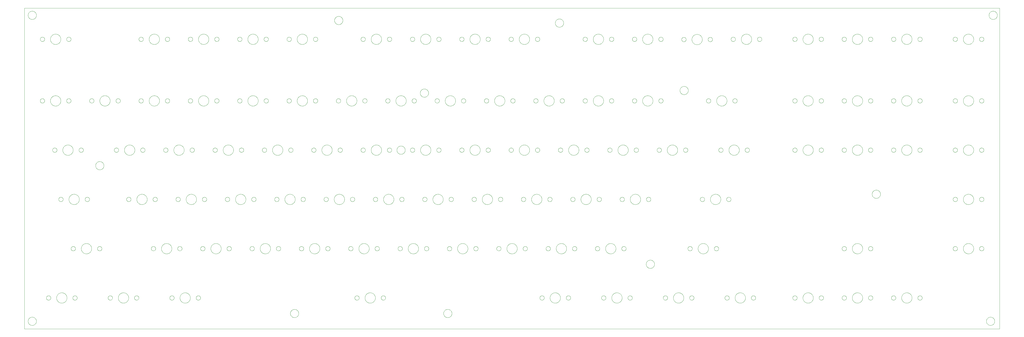
<source format=gbr>
G04 EAGLE Gerber X2 export*
G75*
%MOMM*%
%FSLAX34Y34*%
%LPD*%
%AMOC8*
5,1,8,0,0,1.08239X$1,22.5*%
G01*
%ADD10C,0.000000*%


D10*
X0Y0D02*
X3755000Y0D01*
X3755000Y1237500D01*
X0Y1237500D01*
X0Y0D01*
X14000Y1210000D02*
X14005Y1210393D01*
X14019Y1210785D01*
X14043Y1211177D01*
X14077Y1211568D01*
X14120Y1211959D01*
X14173Y1212348D01*
X14236Y1212735D01*
X14307Y1213121D01*
X14389Y1213506D01*
X14479Y1213888D01*
X14580Y1214267D01*
X14689Y1214645D01*
X14808Y1215019D01*
X14935Y1215390D01*
X15072Y1215758D01*
X15218Y1216123D01*
X15373Y1216484D01*
X15536Y1216841D01*
X15708Y1217194D01*
X15889Y1217542D01*
X16079Y1217886D01*
X16276Y1218226D01*
X16482Y1218560D01*
X16696Y1218889D01*
X16919Y1219213D01*
X17149Y1219531D01*
X17386Y1219844D01*
X17632Y1220150D01*
X17885Y1220451D01*
X18145Y1220745D01*
X18412Y1221033D01*
X18686Y1221314D01*
X18967Y1221588D01*
X19255Y1221855D01*
X19549Y1222115D01*
X19850Y1222368D01*
X20156Y1222614D01*
X20469Y1222851D01*
X20787Y1223081D01*
X21111Y1223304D01*
X21440Y1223518D01*
X21774Y1223724D01*
X22114Y1223921D01*
X22458Y1224111D01*
X22806Y1224292D01*
X23159Y1224464D01*
X23516Y1224627D01*
X23877Y1224782D01*
X24242Y1224928D01*
X24610Y1225065D01*
X24981Y1225192D01*
X25355Y1225311D01*
X25733Y1225420D01*
X26112Y1225521D01*
X26494Y1225611D01*
X26879Y1225693D01*
X27265Y1225764D01*
X27652Y1225827D01*
X28041Y1225880D01*
X28432Y1225923D01*
X28823Y1225957D01*
X29215Y1225981D01*
X29607Y1225995D01*
X30000Y1226000D01*
X30393Y1225995D01*
X30785Y1225981D01*
X31177Y1225957D01*
X31568Y1225923D01*
X31959Y1225880D01*
X32348Y1225827D01*
X32735Y1225764D01*
X33121Y1225693D01*
X33506Y1225611D01*
X33888Y1225521D01*
X34267Y1225420D01*
X34645Y1225311D01*
X35019Y1225192D01*
X35390Y1225065D01*
X35758Y1224928D01*
X36123Y1224782D01*
X36484Y1224627D01*
X36841Y1224464D01*
X37194Y1224292D01*
X37542Y1224111D01*
X37886Y1223921D01*
X38226Y1223724D01*
X38560Y1223518D01*
X38889Y1223304D01*
X39213Y1223081D01*
X39531Y1222851D01*
X39844Y1222614D01*
X40150Y1222368D01*
X40451Y1222115D01*
X40745Y1221855D01*
X41033Y1221588D01*
X41314Y1221314D01*
X41588Y1221033D01*
X41855Y1220745D01*
X42115Y1220451D01*
X42368Y1220150D01*
X42614Y1219844D01*
X42851Y1219531D01*
X43081Y1219213D01*
X43304Y1218889D01*
X43518Y1218560D01*
X43724Y1218226D01*
X43921Y1217886D01*
X44111Y1217542D01*
X44292Y1217194D01*
X44464Y1216841D01*
X44627Y1216484D01*
X44782Y1216123D01*
X44928Y1215758D01*
X45065Y1215390D01*
X45192Y1215019D01*
X45311Y1214645D01*
X45420Y1214267D01*
X45521Y1213888D01*
X45611Y1213506D01*
X45693Y1213121D01*
X45764Y1212735D01*
X45827Y1212348D01*
X45880Y1211959D01*
X45923Y1211568D01*
X45957Y1211177D01*
X45981Y1210785D01*
X45995Y1210393D01*
X46000Y1210000D01*
X45995Y1209607D01*
X45981Y1209215D01*
X45957Y1208823D01*
X45923Y1208432D01*
X45880Y1208041D01*
X45827Y1207652D01*
X45764Y1207265D01*
X45693Y1206879D01*
X45611Y1206494D01*
X45521Y1206112D01*
X45420Y1205733D01*
X45311Y1205355D01*
X45192Y1204981D01*
X45065Y1204610D01*
X44928Y1204242D01*
X44782Y1203877D01*
X44627Y1203516D01*
X44464Y1203159D01*
X44292Y1202806D01*
X44111Y1202458D01*
X43921Y1202114D01*
X43724Y1201774D01*
X43518Y1201440D01*
X43304Y1201111D01*
X43081Y1200787D01*
X42851Y1200469D01*
X42614Y1200156D01*
X42368Y1199850D01*
X42115Y1199549D01*
X41855Y1199255D01*
X41588Y1198967D01*
X41314Y1198686D01*
X41033Y1198412D01*
X40745Y1198145D01*
X40451Y1197885D01*
X40150Y1197632D01*
X39844Y1197386D01*
X39531Y1197149D01*
X39213Y1196919D01*
X38889Y1196696D01*
X38560Y1196482D01*
X38226Y1196276D01*
X37886Y1196079D01*
X37542Y1195889D01*
X37194Y1195708D01*
X36841Y1195536D01*
X36484Y1195373D01*
X36123Y1195218D01*
X35758Y1195072D01*
X35390Y1194935D01*
X35019Y1194808D01*
X34645Y1194689D01*
X34267Y1194580D01*
X33888Y1194479D01*
X33506Y1194389D01*
X33121Y1194307D01*
X32735Y1194236D01*
X32348Y1194173D01*
X31959Y1194120D01*
X31568Y1194077D01*
X31177Y1194043D01*
X30785Y1194019D01*
X30393Y1194005D01*
X30000Y1194000D01*
X29607Y1194005D01*
X29215Y1194019D01*
X28823Y1194043D01*
X28432Y1194077D01*
X28041Y1194120D01*
X27652Y1194173D01*
X27265Y1194236D01*
X26879Y1194307D01*
X26494Y1194389D01*
X26112Y1194479D01*
X25733Y1194580D01*
X25355Y1194689D01*
X24981Y1194808D01*
X24610Y1194935D01*
X24242Y1195072D01*
X23877Y1195218D01*
X23516Y1195373D01*
X23159Y1195536D01*
X22806Y1195708D01*
X22458Y1195889D01*
X22114Y1196079D01*
X21774Y1196276D01*
X21440Y1196482D01*
X21111Y1196696D01*
X20787Y1196919D01*
X20469Y1197149D01*
X20156Y1197386D01*
X19850Y1197632D01*
X19549Y1197885D01*
X19255Y1198145D01*
X18967Y1198412D01*
X18686Y1198686D01*
X18412Y1198967D01*
X18145Y1199255D01*
X17885Y1199549D01*
X17632Y1199850D01*
X17386Y1200156D01*
X17149Y1200469D01*
X16919Y1200787D01*
X16696Y1201111D01*
X16482Y1201440D01*
X16276Y1201774D01*
X16079Y1202114D01*
X15889Y1202458D01*
X15708Y1202806D01*
X15536Y1203159D01*
X15373Y1203516D01*
X15218Y1203877D01*
X15072Y1204242D01*
X14935Y1204610D01*
X14808Y1204981D01*
X14689Y1205355D01*
X14580Y1205733D01*
X14479Y1206112D01*
X14389Y1206494D01*
X14307Y1206879D01*
X14236Y1207265D01*
X14173Y1207652D01*
X14120Y1208041D01*
X14077Y1208432D01*
X14043Y1208823D01*
X14019Y1209215D01*
X14005Y1209607D01*
X14000Y1210000D01*
X3714000Y1210000D02*
X3714005Y1210393D01*
X3714019Y1210785D01*
X3714043Y1211177D01*
X3714077Y1211568D01*
X3714120Y1211959D01*
X3714173Y1212348D01*
X3714236Y1212735D01*
X3714307Y1213121D01*
X3714389Y1213506D01*
X3714479Y1213888D01*
X3714580Y1214267D01*
X3714689Y1214645D01*
X3714808Y1215019D01*
X3714935Y1215390D01*
X3715072Y1215758D01*
X3715218Y1216123D01*
X3715373Y1216484D01*
X3715536Y1216841D01*
X3715708Y1217194D01*
X3715889Y1217542D01*
X3716079Y1217886D01*
X3716276Y1218226D01*
X3716482Y1218560D01*
X3716696Y1218889D01*
X3716919Y1219213D01*
X3717149Y1219531D01*
X3717386Y1219844D01*
X3717632Y1220150D01*
X3717885Y1220451D01*
X3718145Y1220745D01*
X3718412Y1221033D01*
X3718686Y1221314D01*
X3718967Y1221588D01*
X3719255Y1221855D01*
X3719549Y1222115D01*
X3719850Y1222368D01*
X3720156Y1222614D01*
X3720469Y1222851D01*
X3720787Y1223081D01*
X3721111Y1223304D01*
X3721440Y1223518D01*
X3721774Y1223724D01*
X3722114Y1223921D01*
X3722458Y1224111D01*
X3722806Y1224292D01*
X3723159Y1224464D01*
X3723516Y1224627D01*
X3723877Y1224782D01*
X3724242Y1224928D01*
X3724610Y1225065D01*
X3724981Y1225192D01*
X3725355Y1225311D01*
X3725733Y1225420D01*
X3726112Y1225521D01*
X3726494Y1225611D01*
X3726879Y1225693D01*
X3727265Y1225764D01*
X3727652Y1225827D01*
X3728041Y1225880D01*
X3728432Y1225923D01*
X3728823Y1225957D01*
X3729215Y1225981D01*
X3729607Y1225995D01*
X3730000Y1226000D01*
X3730393Y1225995D01*
X3730785Y1225981D01*
X3731177Y1225957D01*
X3731568Y1225923D01*
X3731959Y1225880D01*
X3732348Y1225827D01*
X3732735Y1225764D01*
X3733121Y1225693D01*
X3733506Y1225611D01*
X3733888Y1225521D01*
X3734267Y1225420D01*
X3734645Y1225311D01*
X3735019Y1225192D01*
X3735390Y1225065D01*
X3735758Y1224928D01*
X3736123Y1224782D01*
X3736484Y1224627D01*
X3736841Y1224464D01*
X3737194Y1224292D01*
X3737542Y1224111D01*
X3737886Y1223921D01*
X3738226Y1223724D01*
X3738560Y1223518D01*
X3738889Y1223304D01*
X3739213Y1223081D01*
X3739531Y1222851D01*
X3739844Y1222614D01*
X3740150Y1222368D01*
X3740451Y1222115D01*
X3740745Y1221855D01*
X3741033Y1221588D01*
X3741314Y1221314D01*
X3741588Y1221033D01*
X3741855Y1220745D01*
X3742115Y1220451D01*
X3742368Y1220150D01*
X3742614Y1219844D01*
X3742851Y1219531D01*
X3743081Y1219213D01*
X3743304Y1218889D01*
X3743518Y1218560D01*
X3743724Y1218226D01*
X3743921Y1217886D01*
X3744111Y1217542D01*
X3744292Y1217194D01*
X3744464Y1216841D01*
X3744627Y1216484D01*
X3744782Y1216123D01*
X3744928Y1215758D01*
X3745065Y1215390D01*
X3745192Y1215019D01*
X3745311Y1214645D01*
X3745420Y1214267D01*
X3745521Y1213888D01*
X3745611Y1213506D01*
X3745693Y1213121D01*
X3745764Y1212735D01*
X3745827Y1212348D01*
X3745880Y1211959D01*
X3745923Y1211568D01*
X3745957Y1211177D01*
X3745981Y1210785D01*
X3745995Y1210393D01*
X3746000Y1210000D01*
X3745995Y1209607D01*
X3745981Y1209215D01*
X3745957Y1208823D01*
X3745923Y1208432D01*
X3745880Y1208041D01*
X3745827Y1207652D01*
X3745764Y1207265D01*
X3745693Y1206879D01*
X3745611Y1206494D01*
X3745521Y1206112D01*
X3745420Y1205733D01*
X3745311Y1205355D01*
X3745192Y1204981D01*
X3745065Y1204610D01*
X3744928Y1204242D01*
X3744782Y1203877D01*
X3744627Y1203516D01*
X3744464Y1203159D01*
X3744292Y1202806D01*
X3744111Y1202458D01*
X3743921Y1202114D01*
X3743724Y1201774D01*
X3743518Y1201440D01*
X3743304Y1201111D01*
X3743081Y1200787D01*
X3742851Y1200469D01*
X3742614Y1200156D01*
X3742368Y1199850D01*
X3742115Y1199549D01*
X3741855Y1199255D01*
X3741588Y1198967D01*
X3741314Y1198686D01*
X3741033Y1198412D01*
X3740745Y1198145D01*
X3740451Y1197885D01*
X3740150Y1197632D01*
X3739844Y1197386D01*
X3739531Y1197149D01*
X3739213Y1196919D01*
X3738889Y1196696D01*
X3738560Y1196482D01*
X3738226Y1196276D01*
X3737886Y1196079D01*
X3737542Y1195889D01*
X3737194Y1195708D01*
X3736841Y1195536D01*
X3736484Y1195373D01*
X3736123Y1195218D01*
X3735758Y1195072D01*
X3735390Y1194935D01*
X3735019Y1194808D01*
X3734645Y1194689D01*
X3734267Y1194580D01*
X3733888Y1194479D01*
X3733506Y1194389D01*
X3733121Y1194307D01*
X3732735Y1194236D01*
X3732348Y1194173D01*
X3731959Y1194120D01*
X3731568Y1194077D01*
X3731177Y1194043D01*
X3730785Y1194019D01*
X3730393Y1194005D01*
X3730000Y1194000D01*
X3729607Y1194005D01*
X3729215Y1194019D01*
X3728823Y1194043D01*
X3728432Y1194077D01*
X3728041Y1194120D01*
X3727652Y1194173D01*
X3727265Y1194236D01*
X3726879Y1194307D01*
X3726494Y1194389D01*
X3726112Y1194479D01*
X3725733Y1194580D01*
X3725355Y1194689D01*
X3724981Y1194808D01*
X3724610Y1194935D01*
X3724242Y1195072D01*
X3723877Y1195218D01*
X3723516Y1195373D01*
X3723159Y1195536D01*
X3722806Y1195708D01*
X3722458Y1195889D01*
X3722114Y1196079D01*
X3721774Y1196276D01*
X3721440Y1196482D01*
X3721111Y1196696D01*
X3720787Y1196919D01*
X3720469Y1197149D01*
X3720156Y1197386D01*
X3719850Y1197632D01*
X3719549Y1197885D01*
X3719255Y1198145D01*
X3718967Y1198412D01*
X3718686Y1198686D01*
X3718412Y1198967D01*
X3718145Y1199255D01*
X3717885Y1199549D01*
X3717632Y1199850D01*
X3717386Y1200156D01*
X3717149Y1200469D01*
X3716919Y1200787D01*
X3716696Y1201111D01*
X3716482Y1201440D01*
X3716276Y1201774D01*
X3716079Y1202114D01*
X3715889Y1202458D01*
X3715708Y1202806D01*
X3715536Y1203159D01*
X3715373Y1203516D01*
X3715218Y1203877D01*
X3715072Y1204242D01*
X3714935Y1204610D01*
X3714808Y1204981D01*
X3714689Y1205355D01*
X3714580Y1205733D01*
X3714479Y1206112D01*
X3714389Y1206494D01*
X3714307Y1206879D01*
X3714236Y1207265D01*
X3714173Y1207652D01*
X3714120Y1208041D01*
X3714077Y1208432D01*
X3714043Y1208823D01*
X3714019Y1209215D01*
X3714005Y1209607D01*
X3714000Y1210000D01*
X3704000Y30000D02*
X3704005Y30393D01*
X3704019Y30785D01*
X3704043Y31177D01*
X3704077Y31568D01*
X3704120Y31959D01*
X3704173Y32348D01*
X3704236Y32735D01*
X3704307Y33121D01*
X3704389Y33506D01*
X3704479Y33888D01*
X3704580Y34267D01*
X3704689Y34645D01*
X3704808Y35019D01*
X3704935Y35390D01*
X3705072Y35758D01*
X3705218Y36123D01*
X3705373Y36484D01*
X3705536Y36841D01*
X3705708Y37194D01*
X3705889Y37542D01*
X3706079Y37886D01*
X3706276Y38226D01*
X3706482Y38560D01*
X3706696Y38889D01*
X3706919Y39213D01*
X3707149Y39531D01*
X3707386Y39844D01*
X3707632Y40150D01*
X3707885Y40451D01*
X3708145Y40745D01*
X3708412Y41033D01*
X3708686Y41314D01*
X3708967Y41588D01*
X3709255Y41855D01*
X3709549Y42115D01*
X3709850Y42368D01*
X3710156Y42614D01*
X3710469Y42851D01*
X3710787Y43081D01*
X3711111Y43304D01*
X3711440Y43518D01*
X3711774Y43724D01*
X3712114Y43921D01*
X3712458Y44111D01*
X3712806Y44292D01*
X3713159Y44464D01*
X3713516Y44627D01*
X3713877Y44782D01*
X3714242Y44928D01*
X3714610Y45065D01*
X3714981Y45192D01*
X3715355Y45311D01*
X3715733Y45420D01*
X3716112Y45521D01*
X3716494Y45611D01*
X3716879Y45693D01*
X3717265Y45764D01*
X3717652Y45827D01*
X3718041Y45880D01*
X3718432Y45923D01*
X3718823Y45957D01*
X3719215Y45981D01*
X3719607Y45995D01*
X3720000Y46000D01*
X3720393Y45995D01*
X3720785Y45981D01*
X3721177Y45957D01*
X3721568Y45923D01*
X3721959Y45880D01*
X3722348Y45827D01*
X3722735Y45764D01*
X3723121Y45693D01*
X3723506Y45611D01*
X3723888Y45521D01*
X3724267Y45420D01*
X3724645Y45311D01*
X3725019Y45192D01*
X3725390Y45065D01*
X3725758Y44928D01*
X3726123Y44782D01*
X3726484Y44627D01*
X3726841Y44464D01*
X3727194Y44292D01*
X3727542Y44111D01*
X3727886Y43921D01*
X3728226Y43724D01*
X3728560Y43518D01*
X3728889Y43304D01*
X3729213Y43081D01*
X3729531Y42851D01*
X3729844Y42614D01*
X3730150Y42368D01*
X3730451Y42115D01*
X3730745Y41855D01*
X3731033Y41588D01*
X3731314Y41314D01*
X3731588Y41033D01*
X3731855Y40745D01*
X3732115Y40451D01*
X3732368Y40150D01*
X3732614Y39844D01*
X3732851Y39531D01*
X3733081Y39213D01*
X3733304Y38889D01*
X3733518Y38560D01*
X3733724Y38226D01*
X3733921Y37886D01*
X3734111Y37542D01*
X3734292Y37194D01*
X3734464Y36841D01*
X3734627Y36484D01*
X3734782Y36123D01*
X3734928Y35758D01*
X3735065Y35390D01*
X3735192Y35019D01*
X3735311Y34645D01*
X3735420Y34267D01*
X3735521Y33888D01*
X3735611Y33506D01*
X3735693Y33121D01*
X3735764Y32735D01*
X3735827Y32348D01*
X3735880Y31959D01*
X3735923Y31568D01*
X3735957Y31177D01*
X3735981Y30785D01*
X3735995Y30393D01*
X3736000Y30000D01*
X3735995Y29607D01*
X3735981Y29215D01*
X3735957Y28823D01*
X3735923Y28432D01*
X3735880Y28041D01*
X3735827Y27652D01*
X3735764Y27265D01*
X3735693Y26879D01*
X3735611Y26494D01*
X3735521Y26112D01*
X3735420Y25733D01*
X3735311Y25355D01*
X3735192Y24981D01*
X3735065Y24610D01*
X3734928Y24242D01*
X3734782Y23877D01*
X3734627Y23516D01*
X3734464Y23159D01*
X3734292Y22806D01*
X3734111Y22458D01*
X3733921Y22114D01*
X3733724Y21774D01*
X3733518Y21440D01*
X3733304Y21111D01*
X3733081Y20787D01*
X3732851Y20469D01*
X3732614Y20156D01*
X3732368Y19850D01*
X3732115Y19549D01*
X3731855Y19255D01*
X3731588Y18967D01*
X3731314Y18686D01*
X3731033Y18412D01*
X3730745Y18145D01*
X3730451Y17885D01*
X3730150Y17632D01*
X3729844Y17386D01*
X3729531Y17149D01*
X3729213Y16919D01*
X3728889Y16696D01*
X3728560Y16482D01*
X3728226Y16276D01*
X3727886Y16079D01*
X3727542Y15889D01*
X3727194Y15708D01*
X3726841Y15536D01*
X3726484Y15373D01*
X3726123Y15218D01*
X3725758Y15072D01*
X3725390Y14935D01*
X3725019Y14808D01*
X3724645Y14689D01*
X3724267Y14580D01*
X3723888Y14479D01*
X3723506Y14389D01*
X3723121Y14307D01*
X3722735Y14236D01*
X3722348Y14173D01*
X3721959Y14120D01*
X3721568Y14077D01*
X3721177Y14043D01*
X3720785Y14019D01*
X3720393Y14005D01*
X3720000Y14000D01*
X3719607Y14005D01*
X3719215Y14019D01*
X3718823Y14043D01*
X3718432Y14077D01*
X3718041Y14120D01*
X3717652Y14173D01*
X3717265Y14236D01*
X3716879Y14307D01*
X3716494Y14389D01*
X3716112Y14479D01*
X3715733Y14580D01*
X3715355Y14689D01*
X3714981Y14808D01*
X3714610Y14935D01*
X3714242Y15072D01*
X3713877Y15218D01*
X3713516Y15373D01*
X3713159Y15536D01*
X3712806Y15708D01*
X3712458Y15889D01*
X3712114Y16079D01*
X3711774Y16276D01*
X3711440Y16482D01*
X3711111Y16696D01*
X3710787Y16919D01*
X3710469Y17149D01*
X3710156Y17386D01*
X3709850Y17632D01*
X3709549Y17885D01*
X3709255Y18145D01*
X3708967Y18412D01*
X3708686Y18686D01*
X3708412Y18967D01*
X3708145Y19255D01*
X3707885Y19549D01*
X3707632Y19850D01*
X3707386Y20156D01*
X3707149Y20469D01*
X3706919Y20787D01*
X3706696Y21111D01*
X3706482Y21440D01*
X3706276Y21774D01*
X3706079Y22114D01*
X3705889Y22458D01*
X3705708Y22806D01*
X3705536Y23159D01*
X3705373Y23516D01*
X3705218Y23877D01*
X3705072Y24242D01*
X3704935Y24610D01*
X3704808Y24981D01*
X3704689Y25355D01*
X3704580Y25733D01*
X3704479Y26112D01*
X3704389Y26494D01*
X3704307Y26879D01*
X3704236Y27265D01*
X3704173Y27652D01*
X3704120Y28041D01*
X3704077Y28432D01*
X3704043Y28823D01*
X3704019Y29215D01*
X3704005Y29607D01*
X3704000Y30000D01*
X14000Y30000D02*
X14005Y30393D01*
X14019Y30785D01*
X14043Y31177D01*
X14077Y31568D01*
X14120Y31959D01*
X14173Y32348D01*
X14236Y32735D01*
X14307Y33121D01*
X14389Y33506D01*
X14479Y33888D01*
X14580Y34267D01*
X14689Y34645D01*
X14808Y35019D01*
X14935Y35390D01*
X15072Y35758D01*
X15218Y36123D01*
X15373Y36484D01*
X15536Y36841D01*
X15708Y37194D01*
X15889Y37542D01*
X16079Y37886D01*
X16276Y38226D01*
X16482Y38560D01*
X16696Y38889D01*
X16919Y39213D01*
X17149Y39531D01*
X17386Y39844D01*
X17632Y40150D01*
X17885Y40451D01*
X18145Y40745D01*
X18412Y41033D01*
X18686Y41314D01*
X18967Y41588D01*
X19255Y41855D01*
X19549Y42115D01*
X19850Y42368D01*
X20156Y42614D01*
X20469Y42851D01*
X20787Y43081D01*
X21111Y43304D01*
X21440Y43518D01*
X21774Y43724D01*
X22114Y43921D01*
X22458Y44111D01*
X22806Y44292D01*
X23159Y44464D01*
X23516Y44627D01*
X23877Y44782D01*
X24242Y44928D01*
X24610Y45065D01*
X24981Y45192D01*
X25355Y45311D01*
X25733Y45420D01*
X26112Y45521D01*
X26494Y45611D01*
X26879Y45693D01*
X27265Y45764D01*
X27652Y45827D01*
X28041Y45880D01*
X28432Y45923D01*
X28823Y45957D01*
X29215Y45981D01*
X29607Y45995D01*
X30000Y46000D01*
X30393Y45995D01*
X30785Y45981D01*
X31177Y45957D01*
X31568Y45923D01*
X31959Y45880D01*
X32348Y45827D01*
X32735Y45764D01*
X33121Y45693D01*
X33506Y45611D01*
X33888Y45521D01*
X34267Y45420D01*
X34645Y45311D01*
X35019Y45192D01*
X35390Y45065D01*
X35758Y44928D01*
X36123Y44782D01*
X36484Y44627D01*
X36841Y44464D01*
X37194Y44292D01*
X37542Y44111D01*
X37886Y43921D01*
X38226Y43724D01*
X38560Y43518D01*
X38889Y43304D01*
X39213Y43081D01*
X39531Y42851D01*
X39844Y42614D01*
X40150Y42368D01*
X40451Y42115D01*
X40745Y41855D01*
X41033Y41588D01*
X41314Y41314D01*
X41588Y41033D01*
X41855Y40745D01*
X42115Y40451D01*
X42368Y40150D01*
X42614Y39844D01*
X42851Y39531D01*
X43081Y39213D01*
X43304Y38889D01*
X43518Y38560D01*
X43724Y38226D01*
X43921Y37886D01*
X44111Y37542D01*
X44292Y37194D01*
X44464Y36841D01*
X44627Y36484D01*
X44782Y36123D01*
X44928Y35758D01*
X45065Y35390D01*
X45192Y35019D01*
X45311Y34645D01*
X45420Y34267D01*
X45521Y33888D01*
X45611Y33506D01*
X45693Y33121D01*
X45764Y32735D01*
X45827Y32348D01*
X45880Y31959D01*
X45923Y31568D01*
X45957Y31177D01*
X45981Y30785D01*
X45995Y30393D01*
X46000Y30000D01*
X45995Y29607D01*
X45981Y29215D01*
X45957Y28823D01*
X45923Y28432D01*
X45880Y28041D01*
X45827Y27652D01*
X45764Y27265D01*
X45693Y26879D01*
X45611Y26494D01*
X45521Y26112D01*
X45420Y25733D01*
X45311Y25355D01*
X45192Y24981D01*
X45065Y24610D01*
X44928Y24242D01*
X44782Y23877D01*
X44627Y23516D01*
X44464Y23159D01*
X44292Y22806D01*
X44111Y22458D01*
X43921Y22114D01*
X43724Y21774D01*
X43518Y21440D01*
X43304Y21111D01*
X43081Y20787D01*
X42851Y20469D01*
X42614Y20156D01*
X42368Y19850D01*
X42115Y19549D01*
X41855Y19255D01*
X41588Y18967D01*
X41314Y18686D01*
X41033Y18412D01*
X40745Y18145D01*
X40451Y17885D01*
X40150Y17632D01*
X39844Y17386D01*
X39531Y17149D01*
X39213Y16919D01*
X38889Y16696D01*
X38560Y16482D01*
X38226Y16276D01*
X37886Y16079D01*
X37542Y15889D01*
X37194Y15708D01*
X36841Y15536D01*
X36484Y15373D01*
X36123Y15218D01*
X35758Y15072D01*
X35390Y14935D01*
X35019Y14808D01*
X34645Y14689D01*
X34267Y14580D01*
X33888Y14479D01*
X33506Y14389D01*
X33121Y14307D01*
X32735Y14236D01*
X32348Y14173D01*
X31959Y14120D01*
X31568Y14077D01*
X31177Y14043D01*
X30785Y14019D01*
X30393Y14005D01*
X30000Y14000D01*
X29607Y14005D01*
X29215Y14019D01*
X28823Y14043D01*
X28432Y14077D01*
X28041Y14120D01*
X27652Y14173D01*
X27265Y14236D01*
X26879Y14307D01*
X26494Y14389D01*
X26112Y14479D01*
X25733Y14580D01*
X25355Y14689D01*
X24981Y14808D01*
X24610Y14935D01*
X24242Y15072D01*
X23877Y15218D01*
X23516Y15373D01*
X23159Y15536D01*
X22806Y15708D01*
X22458Y15889D01*
X22114Y16079D01*
X21774Y16276D01*
X21440Y16482D01*
X21111Y16696D01*
X20787Y16919D01*
X20469Y17149D01*
X20156Y17386D01*
X19850Y17632D01*
X19549Y17885D01*
X19255Y18145D01*
X18967Y18412D01*
X18686Y18686D01*
X18412Y18967D01*
X18145Y19255D01*
X17885Y19549D01*
X17632Y19850D01*
X17386Y20156D01*
X17149Y20469D01*
X16919Y20787D01*
X16696Y21111D01*
X16482Y21440D01*
X16276Y21774D01*
X16079Y22114D01*
X15889Y22458D01*
X15708Y22806D01*
X15536Y23159D01*
X15373Y23516D01*
X15218Y23877D01*
X15072Y24242D01*
X14935Y24610D01*
X14808Y24981D01*
X14689Y25355D01*
X14580Y25733D01*
X14479Y26112D01*
X14389Y26494D01*
X14307Y26879D01*
X14236Y27265D01*
X14173Y27652D01*
X14120Y28041D01*
X14077Y28432D01*
X14043Y28823D01*
X14019Y29215D01*
X14005Y29607D01*
X14000Y30000D01*
X1434000Y690000D02*
X1434005Y690393D01*
X1434019Y690785D01*
X1434043Y691177D01*
X1434077Y691568D01*
X1434120Y691959D01*
X1434173Y692348D01*
X1434236Y692735D01*
X1434307Y693121D01*
X1434389Y693506D01*
X1434479Y693888D01*
X1434580Y694267D01*
X1434689Y694645D01*
X1434808Y695019D01*
X1434935Y695390D01*
X1435072Y695758D01*
X1435218Y696123D01*
X1435373Y696484D01*
X1435536Y696841D01*
X1435708Y697194D01*
X1435889Y697542D01*
X1436079Y697886D01*
X1436276Y698226D01*
X1436482Y698560D01*
X1436696Y698889D01*
X1436919Y699213D01*
X1437149Y699531D01*
X1437386Y699844D01*
X1437632Y700150D01*
X1437885Y700451D01*
X1438145Y700745D01*
X1438412Y701033D01*
X1438686Y701314D01*
X1438967Y701588D01*
X1439255Y701855D01*
X1439549Y702115D01*
X1439850Y702368D01*
X1440156Y702614D01*
X1440469Y702851D01*
X1440787Y703081D01*
X1441111Y703304D01*
X1441440Y703518D01*
X1441774Y703724D01*
X1442114Y703921D01*
X1442458Y704111D01*
X1442806Y704292D01*
X1443159Y704464D01*
X1443516Y704627D01*
X1443877Y704782D01*
X1444242Y704928D01*
X1444610Y705065D01*
X1444981Y705192D01*
X1445355Y705311D01*
X1445733Y705420D01*
X1446112Y705521D01*
X1446494Y705611D01*
X1446879Y705693D01*
X1447265Y705764D01*
X1447652Y705827D01*
X1448041Y705880D01*
X1448432Y705923D01*
X1448823Y705957D01*
X1449215Y705981D01*
X1449607Y705995D01*
X1450000Y706000D01*
X1450393Y705995D01*
X1450785Y705981D01*
X1451177Y705957D01*
X1451568Y705923D01*
X1451959Y705880D01*
X1452348Y705827D01*
X1452735Y705764D01*
X1453121Y705693D01*
X1453506Y705611D01*
X1453888Y705521D01*
X1454267Y705420D01*
X1454645Y705311D01*
X1455019Y705192D01*
X1455390Y705065D01*
X1455758Y704928D01*
X1456123Y704782D01*
X1456484Y704627D01*
X1456841Y704464D01*
X1457194Y704292D01*
X1457542Y704111D01*
X1457886Y703921D01*
X1458226Y703724D01*
X1458560Y703518D01*
X1458889Y703304D01*
X1459213Y703081D01*
X1459531Y702851D01*
X1459844Y702614D01*
X1460150Y702368D01*
X1460451Y702115D01*
X1460745Y701855D01*
X1461033Y701588D01*
X1461314Y701314D01*
X1461588Y701033D01*
X1461855Y700745D01*
X1462115Y700451D01*
X1462368Y700150D01*
X1462614Y699844D01*
X1462851Y699531D01*
X1463081Y699213D01*
X1463304Y698889D01*
X1463518Y698560D01*
X1463724Y698226D01*
X1463921Y697886D01*
X1464111Y697542D01*
X1464292Y697194D01*
X1464464Y696841D01*
X1464627Y696484D01*
X1464782Y696123D01*
X1464928Y695758D01*
X1465065Y695390D01*
X1465192Y695019D01*
X1465311Y694645D01*
X1465420Y694267D01*
X1465521Y693888D01*
X1465611Y693506D01*
X1465693Y693121D01*
X1465764Y692735D01*
X1465827Y692348D01*
X1465880Y691959D01*
X1465923Y691568D01*
X1465957Y691177D01*
X1465981Y690785D01*
X1465995Y690393D01*
X1466000Y690000D01*
X1465995Y689607D01*
X1465981Y689215D01*
X1465957Y688823D01*
X1465923Y688432D01*
X1465880Y688041D01*
X1465827Y687652D01*
X1465764Y687265D01*
X1465693Y686879D01*
X1465611Y686494D01*
X1465521Y686112D01*
X1465420Y685733D01*
X1465311Y685355D01*
X1465192Y684981D01*
X1465065Y684610D01*
X1464928Y684242D01*
X1464782Y683877D01*
X1464627Y683516D01*
X1464464Y683159D01*
X1464292Y682806D01*
X1464111Y682458D01*
X1463921Y682114D01*
X1463724Y681774D01*
X1463518Y681440D01*
X1463304Y681111D01*
X1463081Y680787D01*
X1462851Y680469D01*
X1462614Y680156D01*
X1462368Y679850D01*
X1462115Y679549D01*
X1461855Y679255D01*
X1461588Y678967D01*
X1461314Y678686D01*
X1461033Y678412D01*
X1460745Y678145D01*
X1460451Y677885D01*
X1460150Y677632D01*
X1459844Y677386D01*
X1459531Y677149D01*
X1459213Y676919D01*
X1458889Y676696D01*
X1458560Y676482D01*
X1458226Y676276D01*
X1457886Y676079D01*
X1457542Y675889D01*
X1457194Y675708D01*
X1456841Y675536D01*
X1456484Y675373D01*
X1456123Y675218D01*
X1455758Y675072D01*
X1455390Y674935D01*
X1455019Y674808D01*
X1454645Y674689D01*
X1454267Y674580D01*
X1453888Y674479D01*
X1453506Y674389D01*
X1453121Y674307D01*
X1452735Y674236D01*
X1452348Y674173D01*
X1451959Y674120D01*
X1451568Y674077D01*
X1451177Y674043D01*
X1450785Y674019D01*
X1450393Y674005D01*
X1450000Y674000D01*
X1449607Y674005D01*
X1449215Y674019D01*
X1448823Y674043D01*
X1448432Y674077D01*
X1448041Y674120D01*
X1447652Y674173D01*
X1447265Y674236D01*
X1446879Y674307D01*
X1446494Y674389D01*
X1446112Y674479D01*
X1445733Y674580D01*
X1445355Y674689D01*
X1444981Y674808D01*
X1444610Y674935D01*
X1444242Y675072D01*
X1443877Y675218D01*
X1443516Y675373D01*
X1443159Y675536D01*
X1442806Y675708D01*
X1442458Y675889D01*
X1442114Y676079D01*
X1441774Y676276D01*
X1441440Y676482D01*
X1441111Y676696D01*
X1440787Y676919D01*
X1440469Y677149D01*
X1440156Y677386D01*
X1439850Y677632D01*
X1439549Y677885D01*
X1439255Y678145D01*
X1438967Y678412D01*
X1438686Y678686D01*
X1438412Y678967D01*
X1438145Y679255D01*
X1437885Y679549D01*
X1437632Y679850D01*
X1437386Y680156D01*
X1437149Y680469D01*
X1436919Y680787D01*
X1436696Y681111D01*
X1436482Y681440D01*
X1436276Y681774D01*
X1436079Y682114D01*
X1435889Y682458D01*
X1435708Y682806D01*
X1435536Y683159D01*
X1435373Y683516D01*
X1435218Y683877D01*
X1435072Y684242D01*
X1434935Y684610D01*
X1434808Y684981D01*
X1434689Y685355D01*
X1434580Y685733D01*
X1434479Y686112D01*
X1434389Y686494D01*
X1434307Y686879D01*
X1434236Y687265D01*
X1434173Y687652D01*
X1434120Y688041D01*
X1434077Y688432D01*
X1434043Y688823D01*
X1434019Y689215D01*
X1434005Y689607D01*
X1434000Y690000D01*
X3264000Y520000D02*
X3264005Y520393D01*
X3264019Y520785D01*
X3264043Y521177D01*
X3264077Y521568D01*
X3264120Y521959D01*
X3264173Y522348D01*
X3264236Y522735D01*
X3264307Y523121D01*
X3264389Y523506D01*
X3264479Y523888D01*
X3264580Y524267D01*
X3264689Y524645D01*
X3264808Y525019D01*
X3264935Y525390D01*
X3265072Y525758D01*
X3265218Y526123D01*
X3265373Y526484D01*
X3265536Y526841D01*
X3265708Y527194D01*
X3265889Y527542D01*
X3266079Y527886D01*
X3266276Y528226D01*
X3266482Y528560D01*
X3266696Y528889D01*
X3266919Y529213D01*
X3267149Y529531D01*
X3267386Y529844D01*
X3267632Y530150D01*
X3267885Y530451D01*
X3268145Y530745D01*
X3268412Y531033D01*
X3268686Y531314D01*
X3268967Y531588D01*
X3269255Y531855D01*
X3269549Y532115D01*
X3269850Y532368D01*
X3270156Y532614D01*
X3270469Y532851D01*
X3270787Y533081D01*
X3271111Y533304D01*
X3271440Y533518D01*
X3271774Y533724D01*
X3272114Y533921D01*
X3272458Y534111D01*
X3272806Y534292D01*
X3273159Y534464D01*
X3273516Y534627D01*
X3273877Y534782D01*
X3274242Y534928D01*
X3274610Y535065D01*
X3274981Y535192D01*
X3275355Y535311D01*
X3275733Y535420D01*
X3276112Y535521D01*
X3276494Y535611D01*
X3276879Y535693D01*
X3277265Y535764D01*
X3277652Y535827D01*
X3278041Y535880D01*
X3278432Y535923D01*
X3278823Y535957D01*
X3279215Y535981D01*
X3279607Y535995D01*
X3280000Y536000D01*
X3280393Y535995D01*
X3280785Y535981D01*
X3281177Y535957D01*
X3281568Y535923D01*
X3281959Y535880D01*
X3282348Y535827D01*
X3282735Y535764D01*
X3283121Y535693D01*
X3283506Y535611D01*
X3283888Y535521D01*
X3284267Y535420D01*
X3284645Y535311D01*
X3285019Y535192D01*
X3285390Y535065D01*
X3285758Y534928D01*
X3286123Y534782D01*
X3286484Y534627D01*
X3286841Y534464D01*
X3287194Y534292D01*
X3287542Y534111D01*
X3287886Y533921D01*
X3288226Y533724D01*
X3288560Y533518D01*
X3288889Y533304D01*
X3289213Y533081D01*
X3289531Y532851D01*
X3289844Y532614D01*
X3290150Y532368D01*
X3290451Y532115D01*
X3290745Y531855D01*
X3291033Y531588D01*
X3291314Y531314D01*
X3291588Y531033D01*
X3291855Y530745D01*
X3292115Y530451D01*
X3292368Y530150D01*
X3292614Y529844D01*
X3292851Y529531D01*
X3293081Y529213D01*
X3293304Y528889D01*
X3293518Y528560D01*
X3293724Y528226D01*
X3293921Y527886D01*
X3294111Y527542D01*
X3294292Y527194D01*
X3294464Y526841D01*
X3294627Y526484D01*
X3294782Y526123D01*
X3294928Y525758D01*
X3295065Y525390D01*
X3295192Y525019D01*
X3295311Y524645D01*
X3295420Y524267D01*
X3295521Y523888D01*
X3295611Y523506D01*
X3295693Y523121D01*
X3295764Y522735D01*
X3295827Y522348D01*
X3295880Y521959D01*
X3295923Y521568D01*
X3295957Y521177D01*
X3295981Y520785D01*
X3295995Y520393D01*
X3296000Y520000D01*
X3295995Y519607D01*
X3295981Y519215D01*
X3295957Y518823D01*
X3295923Y518432D01*
X3295880Y518041D01*
X3295827Y517652D01*
X3295764Y517265D01*
X3295693Y516879D01*
X3295611Y516494D01*
X3295521Y516112D01*
X3295420Y515733D01*
X3295311Y515355D01*
X3295192Y514981D01*
X3295065Y514610D01*
X3294928Y514242D01*
X3294782Y513877D01*
X3294627Y513516D01*
X3294464Y513159D01*
X3294292Y512806D01*
X3294111Y512458D01*
X3293921Y512114D01*
X3293724Y511774D01*
X3293518Y511440D01*
X3293304Y511111D01*
X3293081Y510787D01*
X3292851Y510469D01*
X3292614Y510156D01*
X3292368Y509850D01*
X3292115Y509549D01*
X3291855Y509255D01*
X3291588Y508967D01*
X3291314Y508686D01*
X3291033Y508412D01*
X3290745Y508145D01*
X3290451Y507885D01*
X3290150Y507632D01*
X3289844Y507386D01*
X3289531Y507149D01*
X3289213Y506919D01*
X3288889Y506696D01*
X3288560Y506482D01*
X3288226Y506276D01*
X3287886Y506079D01*
X3287542Y505889D01*
X3287194Y505708D01*
X3286841Y505536D01*
X3286484Y505373D01*
X3286123Y505218D01*
X3285758Y505072D01*
X3285390Y504935D01*
X3285019Y504808D01*
X3284645Y504689D01*
X3284267Y504580D01*
X3283888Y504479D01*
X3283506Y504389D01*
X3283121Y504307D01*
X3282735Y504236D01*
X3282348Y504173D01*
X3281959Y504120D01*
X3281568Y504077D01*
X3281177Y504043D01*
X3280785Y504019D01*
X3280393Y504005D01*
X3280000Y504000D01*
X3279607Y504005D01*
X3279215Y504019D01*
X3278823Y504043D01*
X3278432Y504077D01*
X3278041Y504120D01*
X3277652Y504173D01*
X3277265Y504236D01*
X3276879Y504307D01*
X3276494Y504389D01*
X3276112Y504479D01*
X3275733Y504580D01*
X3275355Y504689D01*
X3274981Y504808D01*
X3274610Y504935D01*
X3274242Y505072D01*
X3273877Y505218D01*
X3273516Y505373D01*
X3273159Y505536D01*
X3272806Y505708D01*
X3272458Y505889D01*
X3272114Y506079D01*
X3271774Y506276D01*
X3271440Y506482D01*
X3271111Y506696D01*
X3270787Y506919D01*
X3270469Y507149D01*
X3270156Y507386D01*
X3269850Y507632D01*
X3269549Y507885D01*
X3269255Y508145D01*
X3268967Y508412D01*
X3268686Y508686D01*
X3268412Y508967D01*
X3268145Y509255D01*
X3267885Y509549D01*
X3267632Y509850D01*
X3267386Y510156D01*
X3267149Y510469D01*
X3266919Y510787D01*
X3266696Y511111D01*
X3266482Y511440D01*
X3266276Y511774D01*
X3266079Y512114D01*
X3265889Y512458D01*
X3265708Y512806D01*
X3265536Y513159D01*
X3265373Y513516D01*
X3265218Y513877D01*
X3265072Y514242D01*
X3264935Y514610D01*
X3264808Y514981D01*
X3264689Y515355D01*
X3264580Y515733D01*
X3264479Y516112D01*
X3264389Y516494D01*
X3264307Y516879D01*
X3264236Y517265D01*
X3264173Y517652D01*
X3264120Y518041D01*
X3264077Y518432D01*
X3264043Y518823D01*
X3264019Y519215D01*
X3264005Y519607D01*
X3264000Y520000D01*
X2394000Y250000D02*
X2394005Y250393D01*
X2394019Y250785D01*
X2394043Y251177D01*
X2394077Y251568D01*
X2394120Y251959D01*
X2394173Y252348D01*
X2394236Y252735D01*
X2394307Y253121D01*
X2394389Y253506D01*
X2394479Y253888D01*
X2394580Y254267D01*
X2394689Y254645D01*
X2394808Y255019D01*
X2394935Y255390D01*
X2395072Y255758D01*
X2395218Y256123D01*
X2395373Y256484D01*
X2395536Y256841D01*
X2395708Y257194D01*
X2395889Y257542D01*
X2396079Y257886D01*
X2396276Y258226D01*
X2396482Y258560D01*
X2396696Y258889D01*
X2396919Y259213D01*
X2397149Y259531D01*
X2397386Y259844D01*
X2397632Y260150D01*
X2397885Y260451D01*
X2398145Y260745D01*
X2398412Y261033D01*
X2398686Y261314D01*
X2398967Y261588D01*
X2399255Y261855D01*
X2399549Y262115D01*
X2399850Y262368D01*
X2400156Y262614D01*
X2400469Y262851D01*
X2400787Y263081D01*
X2401111Y263304D01*
X2401440Y263518D01*
X2401774Y263724D01*
X2402114Y263921D01*
X2402458Y264111D01*
X2402806Y264292D01*
X2403159Y264464D01*
X2403516Y264627D01*
X2403877Y264782D01*
X2404242Y264928D01*
X2404610Y265065D01*
X2404981Y265192D01*
X2405355Y265311D01*
X2405733Y265420D01*
X2406112Y265521D01*
X2406494Y265611D01*
X2406879Y265693D01*
X2407265Y265764D01*
X2407652Y265827D01*
X2408041Y265880D01*
X2408432Y265923D01*
X2408823Y265957D01*
X2409215Y265981D01*
X2409607Y265995D01*
X2410000Y266000D01*
X2410393Y265995D01*
X2410785Y265981D01*
X2411177Y265957D01*
X2411568Y265923D01*
X2411959Y265880D01*
X2412348Y265827D01*
X2412735Y265764D01*
X2413121Y265693D01*
X2413506Y265611D01*
X2413888Y265521D01*
X2414267Y265420D01*
X2414645Y265311D01*
X2415019Y265192D01*
X2415390Y265065D01*
X2415758Y264928D01*
X2416123Y264782D01*
X2416484Y264627D01*
X2416841Y264464D01*
X2417194Y264292D01*
X2417542Y264111D01*
X2417886Y263921D01*
X2418226Y263724D01*
X2418560Y263518D01*
X2418889Y263304D01*
X2419213Y263081D01*
X2419531Y262851D01*
X2419844Y262614D01*
X2420150Y262368D01*
X2420451Y262115D01*
X2420745Y261855D01*
X2421033Y261588D01*
X2421314Y261314D01*
X2421588Y261033D01*
X2421855Y260745D01*
X2422115Y260451D01*
X2422368Y260150D01*
X2422614Y259844D01*
X2422851Y259531D01*
X2423081Y259213D01*
X2423304Y258889D01*
X2423518Y258560D01*
X2423724Y258226D01*
X2423921Y257886D01*
X2424111Y257542D01*
X2424292Y257194D01*
X2424464Y256841D01*
X2424627Y256484D01*
X2424782Y256123D01*
X2424928Y255758D01*
X2425065Y255390D01*
X2425192Y255019D01*
X2425311Y254645D01*
X2425420Y254267D01*
X2425521Y253888D01*
X2425611Y253506D01*
X2425693Y253121D01*
X2425764Y252735D01*
X2425827Y252348D01*
X2425880Y251959D01*
X2425923Y251568D01*
X2425957Y251177D01*
X2425981Y250785D01*
X2425995Y250393D01*
X2426000Y250000D01*
X2425995Y249607D01*
X2425981Y249215D01*
X2425957Y248823D01*
X2425923Y248432D01*
X2425880Y248041D01*
X2425827Y247652D01*
X2425764Y247265D01*
X2425693Y246879D01*
X2425611Y246494D01*
X2425521Y246112D01*
X2425420Y245733D01*
X2425311Y245355D01*
X2425192Y244981D01*
X2425065Y244610D01*
X2424928Y244242D01*
X2424782Y243877D01*
X2424627Y243516D01*
X2424464Y243159D01*
X2424292Y242806D01*
X2424111Y242458D01*
X2423921Y242114D01*
X2423724Y241774D01*
X2423518Y241440D01*
X2423304Y241111D01*
X2423081Y240787D01*
X2422851Y240469D01*
X2422614Y240156D01*
X2422368Y239850D01*
X2422115Y239549D01*
X2421855Y239255D01*
X2421588Y238967D01*
X2421314Y238686D01*
X2421033Y238412D01*
X2420745Y238145D01*
X2420451Y237885D01*
X2420150Y237632D01*
X2419844Y237386D01*
X2419531Y237149D01*
X2419213Y236919D01*
X2418889Y236696D01*
X2418560Y236482D01*
X2418226Y236276D01*
X2417886Y236079D01*
X2417542Y235889D01*
X2417194Y235708D01*
X2416841Y235536D01*
X2416484Y235373D01*
X2416123Y235218D01*
X2415758Y235072D01*
X2415390Y234935D01*
X2415019Y234808D01*
X2414645Y234689D01*
X2414267Y234580D01*
X2413888Y234479D01*
X2413506Y234389D01*
X2413121Y234307D01*
X2412735Y234236D01*
X2412348Y234173D01*
X2411959Y234120D01*
X2411568Y234077D01*
X2411177Y234043D01*
X2410785Y234019D01*
X2410393Y234005D01*
X2410000Y234000D01*
X2409607Y234005D01*
X2409215Y234019D01*
X2408823Y234043D01*
X2408432Y234077D01*
X2408041Y234120D01*
X2407652Y234173D01*
X2407265Y234236D01*
X2406879Y234307D01*
X2406494Y234389D01*
X2406112Y234479D01*
X2405733Y234580D01*
X2405355Y234689D01*
X2404981Y234808D01*
X2404610Y234935D01*
X2404242Y235072D01*
X2403877Y235218D01*
X2403516Y235373D01*
X2403159Y235536D01*
X2402806Y235708D01*
X2402458Y235889D01*
X2402114Y236079D01*
X2401774Y236276D01*
X2401440Y236482D01*
X2401111Y236696D01*
X2400787Y236919D01*
X2400469Y237149D01*
X2400156Y237386D01*
X2399850Y237632D01*
X2399549Y237885D01*
X2399255Y238145D01*
X2398967Y238412D01*
X2398686Y238686D01*
X2398412Y238967D01*
X2398145Y239255D01*
X2397885Y239549D01*
X2397632Y239850D01*
X2397386Y240156D01*
X2397149Y240469D01*
X2396919Y240787D01*
X2396696Y241111D01*
X2396482Y241440D01*
X2396276Y241774D01*
X2396079Y242114D01*
X2395889Y242458D01*
X2395708Y242806D01*
X2395536Y243159D01*
X2395373Y243516D01*
X2395218Y243877D01*
X2395072Y244242D01*
X2394935Y244610D01*
X2394808Y244981D01*
X2394689Y245355D01*
X2394580Y245733D01*
X2394479Y246112D01*
X2394389Y246494D01*
X2394307Y246879D01*
X2394236Y247265D01*
X2394173Y247652D01*
X2394120Y248041D01*
X2394077Y248432D01*
X2394043Y248823D01*
X2394019Y249215D01*
X2394005Y249607D01*
X2394000Y250000D01*
X2044000Y1180000D02*
X2044005Y1180393D01*
X2044019Y1180785D01*
X2044043Y1181177D01*
X2044077Y1181568D01*
X2044120Y1181959D01*
X2044173Y1182348D01*
X2044236Y1182735D01*
X2044307Y1183121D01*
X2044389Y1183506D01*
X2044479Y1183888D01*
X2044580Y1184267D01*
X2044689Y1184645D01*
X2044808Y1185019D01*
X2044935Y1185390D01*
X2045072Y1185758D01*
X2045218Y1186123D01*
X2045373Y1186484D01*
X2045536Y1186841D01*
X2045708Y1187194D01*
X2045889Y1187542D01*
X2046079Y1187886D01*
X2046276Y1188226D01*
X2046482Y1188560D01*
X2046696Y1188889D01*
X2046919Y1189213D01*
X2047149Y1189531D01*
X2047386Y1189844D01*
X2047632Y1190150D01*
X2047885Y1190451D01*
X2048145Y1190745D01*
X2048412Y1191033D01*
X2048686Y1191314D01*
X2048967Y1191588D01*
X2049255Y1191855D01*
X2049549Y1192115D01*
X2049850Y1192368D01*
X2050156Y1192614D01*
X2050469Y1192851D01*
X2050787Y1193081D01*
X2051111Y1193304D01*
X2051440Y1193518D01*
X2051774Y1193724D01*
X2052114Y1193921D01*
X2052458Y1194111D01*
X2052806Y1194292D01*
X2053159Y1194464D01*
X2053516Y1194627D01*
X2053877Y1194782D01*
X2054242Y1194928D01*
X2054610Y1195065D01*
X2054981Y1195192D01*
X2055355Y1195311D01*
X2055733Y1195420D01*
X2056112Y1195521D01*
X2056494Y1195611D01*
X2056879Y1195693D01*
X2057265Y1195764D01*
X2057652Y1195827D01*
X2058041Y1195880D01*
X2058432Y1195923D01*
X2058823Y1195957D01*
X2059215Y1195981D01*
X2059607Y1195995D01*
X2060000Y1196000D01*
X2060393Y1195995D01*
X2060785Y1195981D01*
X2061177Y1195957D01*
X2061568Y1195923D01*
X2061959Y1195880D01*
X2062348Y1195827D01*
X2062735Y1195764D01*
X2063121Y1195693D01*
X2063506Y1195611D01*
X2063888Y1195521D01*
X2064267Y1195420D01*
X2064645Y1195311D01*
X2065019Y1195192D01*
X2065390Y1195065D01*
X2065758Y1194928D01*
X2066123Y1194782D01*
X2066484Y1194627D01*
X2066841Y1194464D01*
X2067194Y1194292D01*
X2067542Y1194111D01*
X2067886Y1193921D01*
X2068226Y1193724D01*
X2068560Y1193518D01*
X2068889Y1193304D01*
X2069213Y1193081D01*
X2069531Y1192851D01*
X2069844Y1192614D01*
X2070150Y1192368D01*
X2070451Y1192115D01*
X2070745Y1191855D01*
X2071033Y1191588D01*
X2071314Y1191314D01*
X2071588Y1191033D01*
X2071855Y1190745D01*
X2072115Y1190451D01*
X2072368Y1190150D01*
X2072614Y1189844D01*
X2072851Y1189531D01*
X2073081Y1189213D01*
X2073304Y1188889D01*
X2073518Y1188560D01*
X2073724Y1188226D01*
X2073921Y1187886D01*
X2074111Y1187542D01*
X2074292Y1187194D01*
X2074464Y1186841D01*
X2074627Y1186484D01*
X2074782Y1186123D01*
X2074928Y1185758D01*
X2075065Y1185390D01*
X2075192Y1185019D01*
X2075311Y1184645D01*
X2075420Y1184267D01*
X2075521Y1183888D01*
X2075611Y1183506D01*
X2075693Y1183121D01*
X2075764Y1182735D01*
X2075827Y1182348D01*
X2075880Y1181959D01*
X2075923Y1181568D01*
X2075957Y1181177D01*
X2075981Y1180785D01*
X2075995Y1180393D01*
X2076000Y1180000D01*
X2075995Y1179607D01*
X2075981Y1179215D01*
X2075957Y1178823D01*
X2075923Y1178432D01*
X2075880Y1178041D01*
X2075827Y1177652D01*
X2075764Y1177265D01*
X2075693Y1176879D01*
X2075611Y1176494D01*
X2075521Y1176112D01*
X2075420Y1175733D01*
X2075311Y1175355D01*
X2075192Y1174981D01*
X2075065Y1174610D01*
X2074928Y1174242D01*
X2074782Y1173877D01*
X2074627Y1173516D01*
X2074464Y1173159D01*
X2074292Y1172806D01*
X2074111Y1172458D01*
X2073921Y1172114D01*
X2073724Y1171774D01*
X2073518Y1171440D01*
X2073304Y1171111D01*
X2073081Y1170787D01*
X2072851Y1170469D01*
X2072614Y1170156D01*
X2072368Y1169850D01*
X2072115Y1169549D01*
X2071855Y1169255D01*
X2071588Y1168967D01*
X2071314Y1168686D01*
X2071033Y1168412D01*
X2070745Y1168145D01*
X2070451Y1167885D01*
X2070150Y1167632D01*
X2069844Y1167386D01*
X2069531Y1167149D01*
X2069213Y1166919D01*
X2068889Y1166696D01*
X2068560Y1166482D01*
X2068226Y1166276D01*
X2067886Y1166079D01*
X2067542Y1165889D01*
X2067194Y1165708D01*
X2066841Y1165536D01*
X2066484Y1165373D01*
X2066123Y1165218D01*
X2065758Y1165072D01*
X2065390Y1164935D01*
X2065019Y1164808D01*
X2064645Y1164689D01*
X2064267Y1164580D01*
X2063888Y1164479D01*
X2063506Y1164389D01*
X2063121Y1164307D01*
X2062735Y1164236D01*
X2062348Y1164173D01*
X2061959Y1164120D01*
X2061568Y1164077D01*
X2061177Y1164043D01*
X2060785Y1164019D01*
X2060393Y1164005D01*
X2060000Y1164000D01*
X2059607Y1164005D01*
X2059215Y1164019D01*
X2058823Y1164043D01*
X2058432Y1164077D01*
X2058041Y1164120D01*
X2057652Y1164173D01*
X2057265Y1164236D01*
X2056879Y1164307D01*
X2056494Y1164389D01*
X2056112Y1164479D01*
X2055733Y1164580D01*
X2055355Y1164689D01*
X2054981Y1164808D01*
X2054610Y1164935D01*
X2054242Y1165072D01*
X2053877Y1165218D01*
X2053516Y1165373D01*
X2053159Y1165536D01*
X2052806Y1165708D01*
X2052458Y1165889D01*
X2052114Y1166079D01*
X2051774Y1166276D01*
X2051440Y1166482D01*
X2051111Y1166696D01*
X2050787Y1166919D01*
X2050469Y1167149D01*
X2050156Y1167386D01*
X2049850Y1167632D01*
X2049549Y1167885D01*
X2049255Y1168145D01*
X2048967Y1168412D01*
X2048686Y1168686D01*
X2048412Y1168967D01*
X2048145Y1169255D01*
X2047885Y1169549D01*
X2047632Y1169850D01*
X2047386Y1170156D01*
X2047149Y1170469D01*
X2046919Y1170787D01*
X2046696Y1171111D01*
X2046482Y1171440D01*
X2046276Y1171774D01*
X2046079Y1172114D01*
X2045889Y1172458D01*
X2045708Y1172806D01*
X2045536Y1173159D01*
X2045373Y1173516D01*
X2045218Y1173877D01*
X2045072Y1174242D01*
X2044935Y1174610D01*
X2044808Y1174981D01*
X2044689Y1175355D01*
X2044580Y1175733D01*
X2044479Y1176112D01*
X2044389Y1176494D01*
X2044307Y1176879D01*
X2044236Y1177265D01*
X2044173Y1177652D01*
X2044120Y1178041D01*
X2044077Y1178432D01*
X2044043Y1178823D01*
X2044019Y1179215D01*
X2044005Y1179607D01*
X2044000Y1180000D01*
X1194000Y1190000D02*
X1194005Y1190393D01*
X1194019Y1190785D01*
X1194043Y1191177D01*
X1194077Y1191568D01*
X1194120Y1191959D01*
X1194173Y1192348D01*
X1194236Y1192735D01*
X1194307Y1193121D01*
X1194389Y1193506D01*
X1194479Y1193888D01*
X1194580Y1194267D01*
X1194689Y1194645D01*
X1194808Y1195019D01*
X1194935Y1195390D01*
X1195072Y1195758D01*
X1195218Y1196123D01*
X1195373Y1196484D01*
X1195536Y1196841D01*
X1195708Y1197194D01*
X1195889Y1197542D01*
X1196079Y1197886D01*
X1196276Y1198226D01*
X1196482Y1198560D01*
X1196696Y1198889D01*
X1196919Y1199213D01*
X1197149Y1199531D01*
X1197386Y1199844D01*
X1197632Y1200150D01*
X1197885Y1200451D01*
X1198145Y1200745D01*
X1198412Y1201033D01*
X1198686Y1201314D01*
X1198967Y1201588D01*
X1199255Y1201855D01*
X1199549Y1202115D01*
X1199850Y1202368D01*
X1200156Y1202614D01*
X1200469Y1202851D01*
X1200787Y1203081D01*
X1201111Y1203304D01*
X1201440Y1203518D01*
X1201774Y1203724D01*
X1202114Y1203921D01*
X1202458Y1204111D01*
X1202806Y1204292D01*
X1203159Y1204464D01*
X1203516Y1204627D01*
X1203877Y1204782D01*
X1204242Y1204928D01*
X1204610Y1205065D01*
X1204981Y1205192D01*
X1205355Y1205311D01*
X1205733Y1205420D01*
X1206112Y1205521D01*
X1206494Y1205611D01*
X1206879Y1205693D01*
X1207265Y1205764D01*
X1207652Y1205827D01*
X1208041Y1205880D01*
X1208432Y1205923D01*
X1208823Y1205957D01*
X1209215Y1205981D01*
X1209607Y1205995D01*
X1210000Y1206000D01*
X1210393Y1205995D01*
X1210785Y1205981D01*
X1211177Y1205957D01*
X1211568Y1205923D01*
X1211959Y1205880D01*
X1212348Y1205827D01*
X1212735Y1205764D01*
X1213121Y1205693D01*
X1213506Y1205611D01*
X1213888Y1205521D01*
X1214267Y1205420D01*
X1214645Y1205311D01*
X1215019Y1205192D01*
X1215390Y1205065D01*
X1215758Y1204928D01*
X1216123Y1204782D01*
X1216484Y1204627D01*
X1216841Y1204464D01*
X1217194Y1204292D01*
X1217542Y1204111D01*
X1217886Y1203921D01*
X1218226Y1203724D01*
X1218560Y1203518D01*
X1218889Y1203304D01*
X1219213Y1203081D01*
X1219531Y1202851D01*
X1219844Y1202614D01*
X1220150Y1202368D01*
X1220451Y1202115D01*
X1220745Y1201855D01*
X1221033Y1201588D01*
X1221314Y1201314D01*
X1221588Y1201033D01*
X1221855Y1200745D01*
X1222115Y1200451D01*
X1222368Y1200150D01*
X1222614Y1199844D01*
X1222851Y1199531D01*
X1223081Y1199213D01*
X1223304Y1198889D01*
X1223518Y1198560D01*
X1223724Y1198226D01*
X1223921Y1197886D01*
X1224111Y1197542D01*
X1224292Y1197194D01*
X1224464Y1196841D01*
X1224627Y1196484D01*
X1224782Y1196123D01*
X1224928Y1195758D01*
X1225065Y1195390D01*
X1225192Y1195019D01*
X1225311Y1194645D01*
X1225420Y1194267D01*
X1225521Y1193888D01*
X1225611Y1193506D01*
X1225693Y1193121D01*
X1225764Y1192735D01*
X1225827Y1192348D01*
X1225880Y1191959D01*
X1225923Y1191568D01*
X1225957Y1191177D01*
X1225981Y1190785D01*
X1225995Y1190393D01*
X1226000Y1190000D01*
X1225995Y1189607D01*
X1225981Y1189215D01*
X1225957Y1188823D01*
X1225923Y1188432D01*
X1225880Y1188041D01*
X1225827Y1187652D01*
X1225764Y1187265D01*
X1225693Y1186879D01*
X1225611Y1186494D01*
X1225521Y1186112D01*
X1225420Y1185733D01*
X1225311Y1185355D01*
X1225192Y1184981D01*
X1225065Y1184610D01*
X1224928Y1184242D01*
X1224782Y1183877D01*
X1224627Y1183516D01*
X1224464Y1183159D01*
X1224292Y1182806D01*
X1224111Y1182458D01*
X1223921Y1182114D01*
X1223724Y1181774D01*
X1223518Y1181440D01*
X1223304Y1181111D01*
X1223081Y1180787D01*
X1222851Y1180469D01*
X1222614Y1180156D01*
X1222368Y1179850D01*
X1222115Y1179549D01*
X1221855Y1179255D01*
X1221588Y1178967D01*
X1221314Y1178686D01*
X1221033Y1178412D01*
X1220745Y1178145D01*
X1220451Y1177885D01*
X1220150Y1177632D01*
X1219844Y1177386D01*
X1219531Y1177149D01*
X1219213Y1176919D01*
X1218889Y1176696D01*
X1218560Y1176482D01*
X1218226Y1176276D01*
X1217886Y1176079D01*
X1217542Y1175889D01*
X1217194Y1175708D01*
X1216841Y1175536D01*
X1216484Y1175373D01*
X1216123Y1175218D01*
X1215758Y1175072D01*
X1215390Y1174935D01*
X1215019Y1174808D01*
X1214645Y1174689D01*
X1214267Y1174580D01*
X1213888Y1174479D01*
X1213506Y1174389D01*
X1213121Y1174307D01*
X1212735Y1174236D01*
X1212348Y1174173D01*
X1211959Y1174120D01*
X1211568Y1174077D01*
X1211177Y1174043D01*
X1210785Y1174019D01*
X1210393Y1174005D01*
X1210000Y1174000D01*
X1209607Y1174005D01*
X1209215Y1174019D01*
X1208823Y1174043D01*
X1208432Y1174077D01*
X1208041Y1174120D01*
X1207652Y1174173D01*
X1207265Y1174236D01*
X1206879Y1174307D01*
X1206494Y1174389D01*
X1206112Y1174479D01*
X1205733Y1174580D01*
X1205355Y1174689D01*
X1204981Y1174808D01*
X1204610Y1174935D01*
X1204242Y1175072D01*
X1203877Y1175218D01*
X1203516Y1175373D01*
X1203159Y1175536D01*
X1202806Y1175708D01*
X1202458Y1175889D01*
X1202114Y1176079D01*
X1201774Y1176276D01*
X1201440Y1176482D01*
X1201111Y1176696D01*
X1200787Y1176919D01*
X1200469Y1177149D01*
X1200156Y1177386D01*
X1199850Y1177632D01*
X1199549Y1177885D01*
X1199255Y1178145D01*
X1198967Y1178412D01*
X1198686Y1178686D01*
X1198412Y1178967D01*
X1198145Y1179255D01*
X1197885Y1179549D01*
X1197632Y1179850D01*
X1197386Y1180156D01*
X1197149Y1180469D01*
X1196919Y1180787D01*
X1196696Y1181111D01*
X1196482Y1181440D01*
X1196276Y1181774D01*
X1196079Y1182114D01*
X1195889Y1182458D01*
X1195708Y1182806D01*
X1195536Y1183159D01*
X1195373Y1183516D01*
X1195218Y1183877D01*
X1195072Y1184242D01*
X1194935Y1184610D01*
X1194808Y1184981D01*
X1194689Y1185355D01*
X1194580Y1185733D01*
X1194479Y1186112D01*
X1194389Y1186494D01*
X1194307Y1186879D01*
X1194236Y1187265D01*
X1194173Y1187652D01*
X1194120Y1188041D01*
X1194077Y1188432D01*
X1194043Y1188823D01*
X1194019Y1189215D01*
X1194005Y1189607D01*
X1194000Y1190000D01*
X2524000Y920000D02*
X2524005Y920393D01*
X2524019Y920785D01*
X2524043Y921177D01*
X2524077Y921568D01*
X2524120Y921959D01*
X2524173Y922348D01*
X2524236Y922735D01*
X2524307Y923121D01*
X2524389Y923506D01*
X2524479Y923888D01*
X2524580Y924267D01*
X2524689Y924645D01*
X2524808Y925019D01*
X2524935Y925390D01*
X2525072Y925758D01*
X2525218Y926123D01*
X2525373Y926484D01*
X2525536Y926841D01*
X2525708Y927194D01*
X2525889Y927542D01*
X2526079Y927886D01*
X2526276Y928226D01*
X2526482Y928560D01*
X2526696Y928889D01*
X2526919Y929213D01*
X2527149Y929531D01*
X2527386Y929844D01*
X2527632Y930150D01*
X2527885Y930451D01*
X2528145Y930745D01*
X2528412Y931033D01*
X2528686Y931314D01*
X2528967Y931588D01*
X2529255Y931855D01*
X2529549Y932115D01*
X2529850Y932368D01*
X2530156Y932614D01*
X2530469Y932851D01*
X2530787Y933081D01*
X2531111Y933304D01*
X2531440Y933518D01*
X2531774Y933724D01*
X2532114Y933921D01*
X2532458Y934111D01*
X2532806Y934292D01*
X2533159Y934464D01*
X2533516Y934627D01*
X2533877Y934782D01*
X2534242Y934928D01*
X2534610Y935065D01*
X2534981Y935192D01*
X2535355Y935311D01*
X2535733Y935420D01*
X2536112Y935521D01*
X2536494Y935611D01*
X2536879Y935693D01*
X2537265Y935764D01*
X2537652Y935827D01*
X2538041Y935880D01*
X2538432Y935923D01*
X2538823Y935957D01*
X2539215Y935981D01*
X2539607Y935995D01*
X2540000Y936000D01*
X2540393Y935995D01*
X2540785Y935981D01*
X2541177Y935957D01*
X2541568Y935923D01*
X2541959Y935880D01*
X2542348Y935827D01*
X2542735Y935764D01*
X2543121Y935693D01*
X2543506Y935611D01*
X2543888Y935521D01*
X2544267Y935420D01*
X2544645Y935311D01*
X2545019Y935192D01*
X2545390Y935065D01*
X2545758Y934928D01*
X2546123Y934782D01*
X2546484Y934627D01*
X2546841Y934464D01*
X2547194Y934292D01*
X2547542Y934111D01*
X2547886Y933921D01*
X2548226Y933724D01*
X2548560Y933518D01*
X2548889Y933304D01*
X2549213Y933081D01*
X2549531Y932851D01*
X2549844Y932614D01*
X2550150Y932368D01*
X2550451Y932115D01*
X2550745Y931855D01*
X2551033Y931588D01*
X2551314Y931314D01*
X2551588Y931033D01*
X2551855Y930745D01*
X2552115Y930451D01*
X2552368Y930150D01*
X2552614Y929844D01*
X2552851Y929531D01*
X2553081Y929213D01*
X2553304Y928889D01*
X2553518Y928560D01*
X2553724Y928226D01*
X2553921Y927886D01*
X2554111Y927542D01*
X2554292Y927194D01*
X2554464Y926841D01*
X2554627Y926484D01*
X2554782Y926123D01*
X2554928Y925758D01*
X2555065Y925390D01*
X2555192Y925019D01*
X2555311Y924645D01*
X2555420Y924267D01*
X2555521Y923888D01*
X2555611Y923506D01*
X2555693Y923121D01*
X2555764Y922735D01*
X2555827Y922348D01*
X2555880Y921959D01*
X2555923Y921568D01*
X2555957Y921177D01*
X2555981Y920785D01*
X2555995Y920393D01*
X2556000Y920000D01*
X2555995Y919607D01*
X2555981Y919215D01*
X2555957Y918823D01*
X2555923Y918432D01*
X2555880Y918041D01*
X2555827Y917652D01*
X2555764Y917265D01*
X2555693Y916879D01*
X2555611Y916494D01*
X2555521Y916112D01*
X2555420Y915733D01*
X2555311Y915355D01*
X2555192Y914981D01*
X2555065Y914610D01*
X2554928Y914242D01*
X2554782Y913877D01*
X2554627Y913516D01*
X2554464Y913159D01*
X2554292Y912806D01*
X2554111Y912458D01*
X2553921Y912114D01*
X2553724Y911774D01*
X2553518Y911440D01*
X2553304Y911111D01*
X2553081Y910787D01*
X2552851Y910469D01*
X2552614Y910156D01*
X2552368Y909850D01*
X2552115Y909549D01*
X2551855Y909255D01*
X2551588Y908967D01*
X2551314Y908686D01*
X2551033Y908412D01*
X2550745Y908145D01*
X2550451Y907885D01*
X2550150Y907632D01*
X2549844Y907386D01*
X2549531Y907149D01*
X2549213Y906919D01*
X2548889Y906696D01*
X2548560Y906482D01*
X2548226Y906276D01*
X2547886Y906079D01*
X2547542Y905889D01*
X2547194Y905708D01*
X2546841Y905536D01*
X2546484Y905373D01*
X2546123Y905218D01*
X2545758Y905072D01*
X2545390Y904935D01*
X2545019Y904808D01*
X2544645Y904689D01*
X2544267Y904580D01*
X2543888Y904479D01*
X2543506Y904389D01*
X2543121Y904307D01*
X2542735Y904236D01*
X2542348Y904173D01*
X2541959Y904120D01*
X2541568Y904077D01*
X2541177Y904043D01*
X2540785Y904019D01*
X2540393Y904005D01*
X2540000Y904000D01*
X2539607Y904005D01*
X2539215Y904019D01*
X2538823Y904043D01*
X2538432Y904077D01*
X2538041Y904120D01*
X2537652Y904173D01*
X2537265Y904236D01*
X2536879Y904307D01*
X2536494Y904389D01*
X2536112Y904479D01*
X2535733Y904580D01*
X2535355Y904689D01*
X2534981Y904808D01*
X2534610Y904935D01*
X2534242Y905072D01*
X2533877Y905218D01*
X2533516Y905373D01*
X2533159Y905536D01*
X2532806Y905708D01*
X2532458Y905889D01*
X2532114Y906079D01*
X2531774Y906276D01*
X2531440Y906482D01*
X2531111Y906696D01*
X2530787Y906919D01*
X2530469Y907149D01*
X2530156Y907386D01*
X2529850Y907632D01*
X2529549Y907885D01*
X2529255Y908145D01*
X2528967Y908412D01*
X2528686Y908686D01*
X2528412Y908967D01*
X2528145Y909255D01*
X2527885Y909549D01*
X2527632Y909850D01*
X2527386Y910156D01*
X2527149Y910469D01*
X2526919Y910787D01*
X2526696Y911111D01*
X2526482Y911440D01*
X2526276Y911774D01*
X2526079Y912114D01*
X2525889Y912458D01*
X2525708Y912806D01*
X2525536Y913159D01*
X2525373Y913516D01*
X2525218Y913877D01*
X2525072Y914242D01*
X2524935Y914610D01*
X2524808Y914981D01*
X2524689Y915355D01*
X2524580Y915733D01*
X2524479Y916112D01*
X2524389Y916494D01*
X2524307Y916879D01*
X2524236Y917265D01*
X2524173Y917652D01*
X2524120Y918041D01*
X2524077Y918432D01*
X2524043Y918823D01*
X2524019Y919215D01*
X2524005Y919607D01*
X2524000Y920000D01*
X274000Y630000D02*
X274005Y630393D01*
X274019Y630785D01*
X274043Y631177D01*
X274077Y631568D01*
X274120Y631959D01*
X274173Y632348D01*
X274236Y632735D01*
X274307Y633121D01*
X274389Y633506D01*
X274479Y633888D01*
X274580Y634267D01*
X274689Y634645D01*
X274808Y635019D01*
X274935Y635390D01*
X275072Y635758D01*
X275218Y636123D01*
X275373Y636484D01*
X275536Y636841D01*
X275708Y637194D01*
X275889Y637542D01*
X276079Y637886D01*
X276276Y638226D01*
X276482Y638560D01*
X276696Y638889D01*
X276919Y639213D01*
X277149Y639531D01*
X277386Y639844D01*
X277632Y640150D01*
X277885Y640451D01*
X278145Y640745D01*
X278412Y641033D01*
X278686Y641314D01*
X278967Y641588D01*
X279255Y641855D01*
X279549Y642115D01*
X279850Y642368D01*
X280156Y642614D01*
X280469Y642851D01*
X280787Y643081D01*
X281111Y643304D01*
X281440Y643518D01*
X281774Y643724D01*
X282114Y643921D01*
X282458Y644111D01*
X282806Y644292D01*
X283159Y644464D01*
X283516Y644627D01*
X283877Y644782D01*
X284242Y644928D01*
X284610Y645065D01*
X284981Y645192D01*
X285355Y645311D01*
X285733Y645420D01*
X286112Y645521D01*
X286494Y645611D01*
X286879Y645693D01*
X287265Y645764D01*
X287652Y645827D01*
X288041Y645880D01*
X288432Y645923D01*
X288823Y645957D01*
X289215Y645981D01*
X289607Y645995D01*
X290000Y646000D01*
X290393Y645995D01*
X290785Y645981D01*
X291177Y645957D01*
X291568Y645923D01*
X291959Y645880D01*
X292348Y645827D01*
X292735Y645764D01*
X293121Y645693D01*
X293506Y645611D01*
X293888Y645521D01*
X294267Y645420D01*
X294645Y645311D01*
X295019Y645192D01*
X295390Y645065D01*
X295758Y644928D01*
X296123Y644782D01*
X296484Y644627D01*
X296841Y644464D01*
X297194Y644292D01*
X297542Y644111D01*
X297886Y643921D01*
X298226Y643724D01*
X298560Y643518D01*
X298889Y643304D01*
X299213Y643081D01*
X299531Y642851D01*
X299844Y642614D01*
X300150Y642368D01*
X300451Y642115D01*
X300745Y641855D01*
X301033Y641588D01*
X301314Y641314D01*
X301588Y641033D01*
X301855Y640745D01*
X302115Y640451D01*
X302368Y640150D01*
X302614Y639844D01*
X302851Y639531D01*
X303081Y639213D01*
X303304Y638889D01*
X303518Y638560D01*
X303724Y638226D01*
X303921Y637886D01*
X304111Y637542D01*
X304292Y637194D01*
X304464Y636841D01*
X304627Y636484D01*
X304782Y636123D01*
X304928Y635758D01*
X305065Y635390D01*
X305192Y635019D01*
X305311Y634645D01*
X305420Y634267D01*
X305521Y633888D01*
X305611Y633506D01*
X305693Y633121D01*
X305764Y632735D01*
X305827Y632348D01*
X305880Y631959D01*
X305923Y631568D01*
X305957Y631177D01*
X305981Y630785D01*
X305995Y630393D01*
X306000Y630000D01*
X305995Y629607D01*
X305981Y629215D01*
X305957Y628823D01*
X305923Y628432D01*
X305880Y628041D01*
X305827Y627652D01*
X305764Y627265D01*
X305693Y626879D01*
X305611Y626494D01*
X305521Y626112D01*
X305420Y625733D01*
X305311Y625355D01*
X305192Y624981D01*
X305065Y624610D01*
X304928Y624242D01*
X304782Y623877D01*
X304627Y623516D01*
X304464Y623159D01*
X304292Y622806D01*
X304111Y622458D01*
X303921Y622114D01*
X303724Y621774D01*
X303518Y621440D01*
X303304Y621111D01*
X303081Y620787D01*
X302851Y620469D01*
X302614Y620156D01*
X302368Y619850D01*
X302115Y619549D01*
X301855Y619255D01*
X301588Y618967D01*
X301314Y618686D01*
X301033Y618412D01*
X300745Y618145D01*
X300451Y617885D01*
X300150Y617632D01*
X299844Y617386D01*
X299531Y617149D01*
X299213Y616919D01*
X298889Y616696D01*
X298560Y616482D01*
X298226Y616276D01*
X297886Y616079D01*
X297542Y615889D01*
X297194Y615708D01*
X296841Y615536D01*
X296484Y615373D01*
X296123Y615218D01*
X295758Y615072D01*
X295390Y614935D01*
X295019Y614808D01*
X294645Y614689D01*
X294267Y614580D01*
X293888Y614479D01*
X293506Y614389D01*
X293121Y614307D01*
X292735Y614236D01*
X292348Y614173D01*
X291959Y614120D01*
X291568Y614077D01*
X291177Y614043D01*
X290785Y614019D01*
X290393Y614005D01*
X290000Y614000D01*
X289607Y614005D01*
X289215Y614019D01*
X288823Y614043D01*
X288432Y614077D01*
X288041Y614120D01*
X287652Y614173D01*
X287265Y614236D01*
X286879Y614307D01*
X286494Y614389D01*
X286112Y614479D01*
X285733Y614580D01*
X285355Y614689D01*
X284981Y614808D01*
X284610Y614935D01*
X284242Y615072D01*
X283877Y615218D01*
X283516Y615373D01*
X283159Y615536D01*
X282806Y615708D01*
X282458Y615889D01*
X282114Y616079D01*
X281774Y616276D01*
X281440Y616482D01*
X281111Y616696D01*
X280787Y616919D01*
X280469Y617149D01*
X280156Y617386D01*
X279850Y617632D01*
X279549Y617885D01*
X279255Y618145D01*
X278967Y618412D01*
X278686Y618686D01*
X278412Y618967D01*
X278145Y619255D01*
X277885Y619549D01*
X277632Y619850D01*
X277386Y620156D01*
X277149Y620469D01*
X276919Y620787D01*
X276696Y621111D01*
X276482Y621440D01*
X276276Y621774D01*
X276079Y622114D01*
X275889Y622458D01*
X275708Y622806D01*
X275536Y623159D01*
X275373Y623516D01*
X275218Y623877D01*
X275072Y624242D01*
X274935Y624610D01*
X274808Y624981D01*
X274689Y625355D01*
X274580Y625733D01*
X274479Y626112D01*
X274389Y626494D01*
X274307Y626879D01*
X274236Y627265D01*
X274173Y627652D01*
X274120Y628041D01*
X274077Y628432D01*
X274043Y628823D01*
X274019Y629215D01*
X274005Y629607D01*
X274000Y630000D01*
X1524000Y910000D02*
X1524005Y910393D01*
X1524019Y910785D01*
X1524043Y911177D01*
X1524077Y911568D01*
X1524120Y911959D01*
X1524173Y912348D01*
X1524236Y912735D01*
X1524307Y913121D01*
X1524389Y913506D01*
X1524479Y913888D01*
X1524580Y914267D01*
X1524689Y914645D01*
X1524808Y915019D01*
X1524935Y915390D01*
X1525072Y915758D01*
X1525218Y916123D01*
X1525373Y916484D01*
X1525536Y916841D01*
X1525708Y917194D01*
X1525889Y917542D01*
X1526079Y917886D01*
X1526276Y918226D01*
X1526482Y918560D01*
X1526696Y918889D01*
X1526919Y919213D01*
X1527149Y919531D01*
X1527386Y919844D01*
X1527632Y920150D01*
X1527885Y920451D01*
X1528145Y920745D01*
X1528412Y921033D01*
X1528686Y921314D01*
X1528967Y921588D01*
X1529255Y921855D01*
X1529549Y922115D01*
X1529850Y922368D01*
X1530156Y922614D01*
X1530469Y922851D01*
X1530787Y923081D01*
X1531111Y923304D01*
X1531440Y923518D01*
X1531774Y923724D01*
X1532114Y923921D01*
X1532458Y924111D01*
X1532806Y924292D01*
X1533159Y924464D01*
X1533516Y924627D01*
X1533877Y924782D01*
X1534242Y924928D01*
X1534610Y925065D01*
X1534981Y925192D01*
X1535355Y925311D01*
X1535733Y925420D01*
X1536112Y925521D01*
X1536494Y925611D01*
X1536879Y925693D01*
X1537265Y925764D01*
X1537652Y925827D01*
X1538041Y925880D01*
X1538432Y925923D01*
X1538823Y925957D01*
X1539215Y925981D01*
X1539607Y925995D01*
X1540000Y926000D01*
X1540393Y925995D01*
X1540785Y925981D01*
X1541177Y925957D01*
X1541568Y925923D01*
X1541959Y925880D01*
X1542348Y925827D01*
X1542735Y925764D01*
X1543121Y925693D01*
X1543506Y925611D01*
X1543888Y925521D01*
X1544267Y925420D01*
X1544645Y925311D01*
X1545019Y925192D01*
X1545390Y925065D01*
X1545758Y924928D01*
X1546123Y924782D01*
X1546484Y924627D01*
X1546841Y924464D01*
X1547194Y924292D01*
X1547542Y924111D01*
X1547886Y923921D01*
X1548226Y923724D01*
X1548560Y923518D01*
X1548889Y923304D01*
X1549213Y923081D01*
X1549531Y922851D01*
X1549844Y922614D01*
X1550150Y922368D01*
X1550451Y922115D01*
X1550745Y921855D01*
X1551033Y921588D01*
X1551314Y921314D01*
X1551588Y921033D01*
X1551855Y920745D01*
X1552115Y920451D01*
X1552368Y920150D01*
X1552614Y919844D01*
X1552851Y919531D01*
X1553081Y919213D01*
X1553304Y918889D01*
X1553518Y918560D01*
X1553724Y918226D01*
X1553921Y917886D01*
X1554111Y917542D01*
X1554292Y917194D01*
X1554464Y916841D01*
X1554627Y916484D01*
X1554782Y916123D01*
X1554928Y915758D01*
X1555065Y915390D01*
X1555192Y915019D01*
X1555311Y914645D01*
X1555420Y914267D01*
X1555521Y913888D01*
X1555611Y913506D01*
X1555693Y913121D01*
X1555764Y912735D01*
X1555827Y912348D01*
X1555880Y911959D01*
X1555923Y911568D01*
X1555957Y911177D01*
X1555981Y910785D01*
X1555995Y910393D01*
X1556000Y910000D01*
X1555995Y909607D01*
X1555981Y909215D01*
X1555957Y908823D01*
X1555923Y908432D01*
X1555880Y908041D01*
X1555827Y907652D01*
X1555764Y907265D01*
X1555693Y906879D01*
X1555611Y906494D01*
X1555521Y906112D01*
X1555420Y905733D01*
X1555311Y905355D01*
X1555192Y904981D01*
X1555065Y904610D01*
X1554928Y904242D01*
X1554782Y903877D01*
X1554627Y903516D01*
X1554464Y903159D01*
X1554292Y902806D01*
X1554111Y902458D01*
X1553921Y902114D01*
X1553724Y901774D01*
X1553518Y901440D01*
X1553304Y901111D01*
X1553081Y900787D01*
X1552851Y900469D01*
X1552614Y900156D01*
X1552368Y899850D01*
X1552115Y899549D01*
X1551855Y899255D01*
X1551588Y898967D01*
X1551314Y898686D01*
X1551033Y898412D01*
X1550745Y898145D01*
X1550451Y897885D01*
X1550150Y897632D01*
X1549844Y897386D01*
X1549531Y897149D01*
X1549213Y896919D01*
X1548889Y896696D01*
X1548560Y896482D01*
X1548226Y896276D01*
X1547886Y896079D01*
X1547542Y895889D01*
X1547194Y895708D01*
X1546841Y895536D01*
X1546484Y895373D01*
X1546123Y895218D01*
X1545758Y895072D01*
X1545390Y894935D01*
X1545019Y894808D01*
X1544645Y894689D01*
X1544267Y894580D01*
X1543888Y894479D01*
X1543506Y894389D01*
X1543121Y894307D01*
X1542735Y894236D01*
X1542348Y894173D01*
X1541959Y894120D01*
X1541568Y894077D01*
X1541177Y894043D01*
X1540785Y894019D01*
X1540393Y894005D01*
X1540000Y894000D01*
X1539607Y894005D01*
X1539215Y894019D01*
X1538823Y894043D01*
X1538432Y894077D01*
X1538041Y894120D01*
X1537652Y894173D01*
X1537265Y894236D01*
X1536879Y894307D01*
X1536494Y894389D01*
X1536112Y894479D01*
X1535733Y894580D01*
X1535355Y894689D01*
X1534981Y894808D01*
X1534610Y894935D01*
X1534242Y895072D01*
X1533877Y895218D01*
X1533516Y895373D01*
X1533159Y895536D01*
X1532806Y895708D01*
X1532458Y895889D01*
X1532114Y896079D01*
X1531774Y896276D01*
X1531440Y896482D01*
X1531111Y896696D01*
X1530787Y896919D01*
X1530469Y897149D01*
X1530156Y897386D01*
X1529850Y897632D01*
X1529549Y897885D01*
X1529255Y898145D01*
X1528967Y898412D01*
X1528686Y898686D01*
X1528412Y898967D01*
X1528145Y899255D01*
X1527885Y899549D01*
X1527632Y899850D01*
X1527386Y900156D01*
X1527149Y900469D01*
X1526919Y900787D01*
X1526696Y901111D01*
X1526482Y901440D01*
X1526276Y901774D01*
X1526079Y902114D01*
X1525889Y902458D01*
X1525708Y902806D01*
X1525536Y903159D01*
X1525373Y903516D01*
X1525218Y903877D01*
X1525072Y904242D01*
X1524935Y904610D01*
X1524808Y904981D01*
X1524689Y905355D01*
X1524580Y905733D01*
X1524479Y906112D01*
X1524389Y906494D01*
X1524307Y906879D01*
X1524236Y907265D01*
X1524173Y907652D01*
X1524120Y908041D01*
X1524077Y908432D01*
X1524043Y908823D01*
X1524019Y909215D01*
X1524005Y909607D01*
X1524000Y910000D01*
X1614000Y60000D02*
X1614005Y60393D01*
X1614019Y60785D01*
X1614043Y61177D01*
X1614077Y61568D01*
X1614120Y61959D01*
X1614173Y62348D01*
X1614236Y62735D01*
X1614307Y63121D01*
X1614389Y63506D01*
X1614479Y63888D01*
X1614580Y64267D01*
X1614689Y64645D01*
X1614808Y65019D01*
X1614935Y65390D01*
X1615072Y65758D01*
X1615218Y66123D01*
X1615373Y66484D01*
X1615536Y66841D01*
X1615708Y67194D01*
X1615889Y67542D01*
X1616079Y67886D01*
X1616276Y68226D01*
X1616482Y68560D01*
X1616696Y68889D01*
X1616919Y69213D01*
X1617149Y69531D01*
X1617386Y69844D01*
X1617632Y70150D01*
X1617885Y70451D01*
X1618145Y70745D01*
X1618412Y71033D01*
X1618686Y71314D01*
X1618967Y71588D01*
X1619255Y71855D01*
X1619549Y72115D01*
X1619850Y72368D01*
X1620156Y72614D01*
X1620469Y72851D01*
X1620787Y73081D01*
X1621111Y73304D01*
X1621440Y73518D01*
X1621774Y73724D01*
X1622114Y73921D01*
X1622458Y74111D01*
X1622806Y74292D01*
X1623159Y74464D01*
X1623516Y74627D01*
X1623877Y74782D01*
X1624242Y74928D01*
X1624610Y75065D01*
X1624981Y75192D01*
X1625355Y75311D01*
X1625733Y75420D01*
X1626112Y75521D01*
X1626494Y75611D01*
X1626879Y75693D01*
X1627265Y75764D01*
X1627652Y75827D01*
X1628041Y75880D01*
X1628432Y75923D01*
X1628823Y75957D01*
X1629215Y75981D01*
X1629607Y75995D01*
X1630000Y76000D01*
X1630393Y75995D01*
X1630785Y75981D01*
X1631177Y75957D01*
X1631568Y75923D01*
X1631959Y75880D01*
X1632348Y75827D01*
X1632735Y75764D01*
X1633121Y75693D01*
X1633506Y75611D01*
X1633888Y75521D01*
X1634267Y75420D01*
X1634645Y75311D01*
X1635019Y75192D01*
X1635390Y75065D01*
X1635758Y74928D01*
X1636123Y74782D01*
X1636484Y74627D01*
X1636841Y74464D01*
X1637194Y74292D01*
X1637542Y74111D01*
X1637886Y73921D01*
X1638226Y73724D01*
X1638560Y73518D01*
X1638889Y73304D01*
X1639213Y73081D01*
X1639531Y72851D01*
X1639844Y72614D01*
X1640150Y72368D01*
X1640451Y72115D01*
X1640745Y71855D01*
X1641033Y71588D01*
X1641314Y71314D01*
X1641588Y71033D01*
X1641855Y70745D01*
X1642115Y70451D01*
X1642368Y70150D01*
X1642614Y69844D01*
X1642851Y69531D01*
X1643081Y69213D01*
X1643304Y68889D01*
X1643518Y68560D01*
X1643724Y68226D01*
X1643921Y67886D01*
X1644111Y67542D01*
X1644292Y67194D01*
X1644464Y66841D01*
X1644627Y66484D01*
X1644782Y66123D01*
X1644928Y65758D01*
X1645065Y65390D01*
X1645192Y65019D01*
X1645311Y64645D01*
X1645420Y64267D01*
X1645521Y63888D01*
X1645611Y63506D01*
X1645693Y63121D01*
X1645764Y62735D01*
X1645827Y62348D01*
X1645880Y61959D01*
X1645923Y61568D01*
X1645957Y61177D01*
X1645981Y60785D01*
X1645995Y60393D01*
X1646000Y60000D01*
X1645995Y59607D01*
X1645981Y59215D01*
X1645957Y58823D01*
X1645923Y58432D01*
X1645880Y58041D01*
X1645827Y57652D01*
X1645764Y57265D01*
X1645693Y56879D01*
X1645611Y56494D01*
X1645521Y56112D01*
X1645420Y55733D01*
X1645311Y55355D01*
X1645192Y54981D01*
X1645065Y54610D01*
X1644928Y54242D01*
X1644782Y53877D01*
X1644627Y53516D01*
X1644464Y53159D01*
X1644292Y52806D01*
X1644111Y52458D01*
X1643921Y52114D01*
X1643724Y51774D01*
X1643518Y51440D01*
X1643304Y51111D01*
X1643081Y50787D01*
X1642851Y50469D01*
X1642614Y50156D01*
X1642368Y49850D01*
X1642115Y49549D01*
X1641855Y49255D01*
X1641588Y48967D01*
X1641314Y48686D01*
X1641033Y48412D01*
X1640745Y48145D01*
X1640451Y47885D01*
X1640150Y47632D01*
X1639844Y47386D01*
X1639531Y47149D01*
X1639213Y46919D01*
X1638889Y46696D01*
X1638560Y46482D01*
X1638226Y46276D01*
X1637886Y46079D01*
X1637542Y45889D01*
X1637194Y45708D01*
X1636841Y45536D01*
X1636484Y45373D01*
X1636123Y45218D01*
X1635758Y45072D01*
X1635390Y44935D01*
X1635019Y44808D01*
X1634645Y44689D01*
X1634267Y44580D01*
X1633888Y44479D01*
X1633506Y44389D01*
X1633121Y44307D01*
X1632735Y44236D01*
X1632348Y44173D01*
X1631959Y44120D01*
X1631568Y44077D01*
X1631177Y44043D01*
X1630785Y44019D01*
X1630393Y44005D01*
X1630000Y44000D01*
X1629607Y44005D01*
X1629215Y44019D01*
X1628823Y44043D01*
X1628432Y44077D01*
X1628041Y44120D01*
X1627652Y44173D01*
X1627265Y44236D01*
X1626879Y44307D01*
X1626494Y44389D01*
X1626112Y44479D01*
X1625733Y44580D01*
X1625355Y44689D01*
X1624981Y44808D01*
X1624610Y44935D01*
X1624242Y45072D01*
X1623877Y45218D01*
X1623516Y45373D01*
X1623159Y45536D01*
X1622806Y45708D01*
X1622458Y45889D01*
X1622114Y46079D01*
X1621774Y46276D01*
X1621440Y46482D01*
X1621111Y46696D01*
X1620787Y46919D01*
X1620469Y47149D01*
X1620156Y47386D01*
X1619850Y47632D01*
X1619549Y47885D01*
X1619255Y48145D01*
X1618967Y48412D01*
X1618686Y48686D01*
X1618412Y48967D01*
X1618145Y49255D01*
X1617885Y49549D01*
X1617632Y49850D01*
X1617386Y50156D01*
X1617149Y50469D01*
X1616919Y50787D01*
X1616696Y51111D01*
X1616482Y51440D01*
X1616276Y51774D01*
X1616079Y52114D01*
X1615889Y52458D01*
X1615708Y52806D01*
X1615536Y53159D01*
X1615373Y53516D01*
X1615218Y53877D01*
X1615072Y54242D01*
X1614935Y54610D01*
X1614808Y54981D01*
X1614689Y55355D01*
X1614580Y55733D01*
X1614479Y56112D01*
X1614389Y56494D01*
X1614307Y56879D01*
X1614236Y57265D01*
X1614173Y57652D01*
X1614120Y58041D01*
X1614077Y58432D01*
X1614043Y58823D01*
X1614019Y59215D01*
X1614005Y59607D01*
X1614000Y60000D01*
X1024000Y60000D02*
X1024005Y60393D01*
X1024019Y60785D01*
X1024043Y61177D01*
X1024077Y61568D01*
X1024120Y61959D01*
X1024173Y62348D01*
X1024236Y62735D01*
X1024307Y63121D01*
X1024389Y63506D01*
X1024479Y63888D01*
X1024580Y64267D01*
X1024689Y64645D01*
X1024808Y65019D01*
X1024935Y65390D01*
X1025072Y65758D01*
X1025218Y66123D01*
X1025373Y66484D01*
X1025536Y66841D01*
X1025708Y67194D01*
X1025889Y67542D01*
X1026079Y67886D01*
X1026276Y68226D01*
X1026482Y68560D01*
X1026696Y68889D01*
X1026919Y69213D01*
X1027149Y69531D01*
X1027386Y69844D01*
X1027632Y70150D01*
X1027885Y70451D01*
X1028145Y70745D01*
X1028412Y71033D01*
X1028686Y71314D01*
X1028967Y71588D01*
X1029255Y71855D01*
X1029549Y72115D01*
X1029850Y72368D01*
X1030156Y72614D01*
X1030469Y72851D01*
X1030787Y73081D01*
X1031111Y73304D01*
X1031440Y73518D01*
X1031774Y73724D01*
X1032114Y73921D01*
X1032458Y74111D01*
X1032806Y74292D01*
X1033159Y74464D01*
X1033516Y74627D01*
X1033877Y74782D01*
X1034242Y74928D01*
X1034610Y75065D01*
X1034981Y75192D01*
X1035355Y75311D01*
X1035733Y75420D01*
X1036112Y75521D01*
X1036494Y75611D01*
X1036879Y75693D01*
X1037265Y75764D01*
X1037652Y75827D01*
X1038041Y75880D01*
X1038432Y75923D01*
X1038823Y75957D01*
X1039215Y75981D01*
X1039607Y75995D01*
X1040000Y76000D01*
X1040393Y75995D01*
X1040785Y75981D01*
X1041177Y75957D01*
X1041568Y75923D01*
X1041959Y75880D01*
X1042348Y75827D01*
X1042735Y75764D01*
X1043121Y75693D01*
X1043506Y75611D01*
X1043888Y75521D01*
X1044267Y75420D01*
X1044645Y75311D01*
X1045019Y75192D01*
X1045390Y75065D01*
X1045758Y74928D01*
X1046123Y74782D01*
X1046484Y74627D01*
X1046841Y74464D01*
X1047194Y74292D01*
X1047542Y74111D01*
X1047886Y73921D01*
X1048226Y73724D01*
X1048560Y73518D01*
X1048889Y73304D01*
X1049213Y73081D01*
X1049531Y72851D01*
X1049844Y72614D01*
X1050150Y72368D01*
X1050451Y72115D01*
X1050745Y71855D01*
X1051033Y71588D01*
X1051314Y71314D01*
X1051588Y71033D01*
X1051855Y70745D01*
X1052115Y70451D01*
X1052368Y70150D01*
X1052614Y69844D01*
X1052851Y69531D01*
X1053081Y69213D01*
X1053304Y68889D01*
X1053518Y68560D01*
X1053724Y68226D01*
X1053921Y67886D01*
X1054111Y67542D01*
X1054292Y67194D01*
X1054464Y66841D01*
X1054627Y66484D01*
X1054782Y66123D01*
X1054928Y65758D01*
X1055065Y65390D01*
X1055192Y65019D01*
X1055311Y64645D01*
X1055420Y64267D01*
X1055521Y63888D01*
X1055611Y63506D01*
X1055693Y63121D01*
X1055764Y62735D01*
X1055827Y62348D01*
X1055880Y61959D01*
X1055923Y61568D01*
X1055957Y61177D01*
X1055981Y60785D01*
X1055995Y60393D01*
X1056000Y60000D01*
X1055995Y59607D01*
X1055981Y59215D01*
X1055957Y58823D01*
X1055923Y58432D01*
X1055880Y58041D01*
X1055827Y57652D01*
X1055764Y57265D01*
X1055693Y56879D01*
X1055611Y56494D01*
X1055521Y56112D01*
X1055420Y55733D01*
X1055311Y55355D01*
X1055192Y54981D01*
X1055065Y54610D01*
X1054928Y54242D01*
X1054782Y53877D01*
X1054627Y53516D01*
X1054464Y53159D01*
X1054292Y52806D01*
X1054111Y52458D01*
X1053921Y52114D01*
X1053724Y51774D01*
X1053518Y51440D01*
X1053304Y51111D01*
X1053081Y50787D01*
X1052851Y50469D01*
X1052614Y50156D01*
X1052368Y49850D01*
X1052115Y49549D01*
X1051855Y49255D01*
X1051588Y48967D01*
X1051314Y48686D01*
X1051033Y48412D01*
X1050745Y48145D01*
X1050451Y47885D01*
X1050150Y47632D01*
X1049844Y47386D01*
X1049531Y47149D01*
X1049213Y46919D01*
X1048889Y46696D01*
X1048560Y46482D01*
X1048226Y46276D01*
X1047886Y46079D01*
X1047542Y45889D01*
X1047194Y45708D01*
X1046841Y45536D01*
X1046484Y45373D01*
X1046123Y45218D01*
X1045758Y45072D01*
X1045390Y44935D01*
X1045019Y44808D01*
X1044645Y44689D01*
X1044267Y44580D01*
X1043888Y44479D01*
X1043506Y44389D01*
X1043121Y44307D01*
X1042735Y44236D01*
X1042348Y44173D01*
X1041959Y44120D01*
X1041568Y44077D01*
X1041177Y44043D01*
X1040785Y44019D01*
X1040393Y44005D01*
X1040000Y44000D01*
X1039607Y44005D01*
X1039215Y44019D01*
X1038823Y44043D01*
X1038432Y44077D01*
X1038041Y44120D01*
X1037652Y44173D01*
X1037265Y44236D01*
X1036879Y44307D01*
X1036494Y44389D01*
X1036112Y44479D01*
X1035733Y44580D01*
X1035355Y44689D01*
X1034981Y44808D01*
X1034610Y44935D01*
X1034242Y45072D01*
X1033877Y45218D01*
X1033516Y45373D01*
X1033159Y45536D01*
X1032806Y45708D01*
X1032458Y45889D01*
X1032114Y46079D01*
X1031774Y46276D01*
X1031440Y46482D01*
X1031111Y46696D01*
X1030787Y46919D01*
X1030469Y47149D01*
X1030156Y47386D01*
X1029850Y47632D01*
X1029549Y47885D01*
X1029255Y48145D01*
X1028967Y48412D01*
X1028686Y48686D01*
X1028412Y48967D01*
X1028145Y49255D01*
X1027885Y49549D01*
X1027632Y49850D01*
X1027386Y50156D01*
X1027149Y50469D01*
X1026919Y50787D01*
X1026696Y51111D01*
X1026482Y51440D01*
X1026276Y51774D01*
X1026079Y52114D01*
X1025889Y52458D01*
X1025708Y52806D01*
X1025536Y53159D01*
X1025373Y53516D01*
X1025218Y53877D01*
X1025072Y54242D01*
X1024935Y54610D01*
X1024808Y54981D01*
X1024689Y55355D01*
X1024580Y55733D01*
X1024479Y56112D01*
X1024389Y56494D01*
X1024307Y56879D01*
X1024236Y57265D01*
X1024173Y57652D01*
X1024120Y58041D01*
X1024077Y58432D01*
X1024043Y58823D01*
X1024019Y59215D01*
X1024005Y59607D01*
X1024000Y60000D01*
X100000Y1117500D02*
X100006Y1117991D01*
X100024Y1118481D01*
X100054Y1118971D01*
X100096Y1119460D01*
X100150Y1119948D01*
X100216Y1120435D01*
X100294Y1120919D01*
X100384Y1121402D01*
X100486Y1121882D01*
X100599Y1122360D01*
X100724Y1122834D01*
X100861Y1123306D01*
X101009Y1123774D01*
X101169Y1124238D01*
X101340Y1124698D01*
X101522Y1125154D01*
X101716Y1125605D01*
X101920Y1126051D01*
X102136Y1126492D01*
X102362Y1126928D01*
X102598Y1127358D01*
X102845Y1127782D01*
X103103Y1128200D01*
X103371Y1128611D01*
X103648Y1129016D01*
X103936Y1129414D01*
X104233Y1129805D01*
X104540Y1130188D01*
X104856Y1130563D01*
X105181Y1130931D01*
X105515Y1131291D01*
X105858Y1131642D01*
X106209Y1131985D01*
X106569Y1132319D01*
X106937Y1132644D01*
X107312Y1132960D01*
X107695Y1133267D01*
X108086Y1133564D01*
X108484Y1133852D01*
X108889Y1134129D01*
X109300Y1134397D01*
X109718Y1134655D01*
X110142Y1134902D01*
X110572Y1135138D01*
X111008Y1135364D01*
X111449Y1135580D01*
X111895Y1135784D01*
X112346Y1135978D01*
X112802Y1136160D01*
X113262Y1136331D01*
X113726Y1136491D01*
X114194Y1136639D01*
X114666Y1136776D01*
X115140Y1136901D01*
X115618Y1137014D01*
X116098Y1137116D01*
X116581Y1137206D01*
X117065Y1137284D01*
X117552Y1137350D01*
X118040Y1137404D01*
X118529Y1137446D01*
X119019Y1137476D01*
X119509Y1137494D01*
X120000Y1137500D01*
X120491Y1137494D01*
X120981Y1137476D01*
X121471Y1137446D01*
X121960Y1137404D01*
X122448Y1137350D01*
X122935Y1137284D01*
X123419Y1137206D01*
X123902Y1137116D01*
X124382Y1137014D01*
X124860Y1136901D01*
X125334Y1136776D01*
X125806Y1136639D01*
X126274Y1136491D01*
X126738Y1136331D01*
X127198Y1136160D01*
X127654Y1135978D01*
X128105Y1135784D01*
X128551Y1135580D01*
X128992Y1135364D01*
X129428Y1135138D01*
X129858Y1134902D01*
X130282Y1134655D01*
X130700Y1134397D01*
X131111Y1134129D01*
X131516Y1133852D01*
X131914Y1133564D01*
X132305Y1133267D01*
X132688Y1132960D01*
X133063Y1132644D01*
X133431Y1132319D01*
X133791Y1131985D01*
X134142Y1131642D01*
X134485Y1131291D01*
X134819Y1130931D01*
X135144Y1130563D01*
X135460Y1130188D01*
X135767Y1129805D01*
X136064Y1129414D01*
X136352Y1129016D01*
X136629Y1128611D01*
X136897Y1128200D01*
X137155Y1127782D01*
X137402Y1127358D01*
X137638Y1126928D01*
X137864Y1126492D01*
X138080Y1126051D01*
X138284Y1125605D01*
X138478Y1125154D01*
X138660Y1124698D01*
X138831Y1124238D01*
X138991Y1123774D01*
X139139Y1123306D01*
X139276Y1122834D01*
X139401Y1122360D01*
X139514Y1121882D01*
X139616Y1121402D01*
X139706Y1120919D01*
X139784Y1120435D01*
X139850Y1119948D01*
X139904Y1119460D01*
X139946Y1118971D01*
X139976Y1118481D01*
X139994Y1117991D01*
X140000Y1117500D01*
X139994Y1117009D01*
X139976Y1116519D01*
X139946Y1116029D01*
X139904Y1115540D01*
X139850Y1115052D01*
X139784Y1114565D01*
X139706Y1114081D01*
X139616Y1113598D01*
X139514Y1113118D01*
X139401Y1112640D01*
X139276Y1112166D01*
X139139Y1111694D01*
X138991Y1111226D01*
X138831Y1110762D01*
X138660Y1110302D01*
X138478Y1109846D01*
X138284Y1109395D01*
X138080Y1108949D01*
X137864Y1108508D01*
X137638Y1108072D01*
X137402Y1107642D01*
X137155Y1107218D01*
X136897Y1106800D01*
X136629Y1106389D01*
X136352Y1105984D01*
X136064Y1105586D01*
X135767Y1105195D01*
X135460Y1104812D01*
X135144Y1104437D01*
X134819Y1104069D01*
X134485Y1103709D01*
X134142Y1103358D01*
X133791Y1103015D01*
X133431Y1102681D01*
X133063Y1102356D01*
X132688Y1102040D01*
X132305Y1101733D01*
X131914Y1101436D01*
X131516Y1101148D01*
X131111Y1100871D01*
X130700Y1100603D01*
X130282Y1100345D01*
X129858Y1100098D01*
X129428Y1099862D01*
X128992Y1099636D01*
X128551Y1099420D01*
X128105Y1099216D01*
X127654Y1099022D01*
X127198Y1098840D01*
X126738Y1098669D01*
X126274Y1098509D01*
X125806Y1098361D01*
X125334Y1098224D01*
X124860Y1098099D01*
X124382Y1097986D01*
X123902Y1097884D01*
X123419Y1097794D01*
X122935Y1097716D01*
X122448Y1097650D01*
X121960Y1097596D01*
X121471Y1097554D01*
X120981Y1097524D01*
X120491Y1097506D01*
X120000Y1097500D01*
X119509Y1097506D01*
X119019Y1097524D01*
X118529Y1097554D01*
X118040Y1097596D01*
X117552Y1097650D01*
X117065Y1097716D01*
X116581Y1097794D01*
X116098Y1097884D01*
X115618Y1097986D01*
X115140Y1098099D01*
X114666Y1098224D01*
X114194Y1098361D01*
X113726Y1098509D01*
X113262Y1098669D01*
X112802Y1098840D01*
X112346Y1099022D01*
X111895Y1099216D01*
X111449Y1099420D01*
X111008Y1099636D01*
X110572Y1099862D01*
X110142Y1100098D01*
X109718Y1100345D01*
X109300Y1100603D01*
X108889Y1100871D01*
X108484Y1101148D01*
X108086Y1101436D01*
X107695Y1101733D01*
X107312Y1102040D01*
X106937Y1102356D01*
X106569Y1102681D01*
X106209Y1103015D01*
X105858Y1103358D01*
X105515Y1103709D01*
X105181Y1104069D01*
X104856Y1104437D01*
X104540Y1104812D01*
X104233Y1105195D01*
X103936Y1105586D01*
X103648Y1105984D01*
X103371Y1106389D01*
X103103Y1106800D01*
X102845Y1107218D01*
X102598Y1107642D01*
X102362Y1108072D01*
X102136Y1108508D01*
X101920Y1108949D01*
X101716Y1109395D01*
X101522Y1109846D01*
X101340Y1110302D01*
X101169Y1110762D01*
X101009Y1111226D01*
X100861Y1111694D01*
X100724Y1112166D01*
X100599Y1112640D01*
X100486Y1113118D01*
X100384Y1113598D01*
X100294Y1114081D01*
X100216Y1114565D01*
X100150Y1115052D01*
X100096Y1115540D01*
X100054Y1116029D01*
X100024Y1116519D01*
X100006Y1117009D01*
X100000Y1117500D01*
X60700Y1117500D02*
X60703Y1117709D01*
X60710Y1117917D01*
X60723Y1118125D01*
X60741Y1118333D01*
X60764Y1118540D01*
X60792Y1118747D01*
X60825Y1118953D01*
X60863Y1119158D01*
X60907Y1119362D01*
X60955Y1119565D01*
X61008Y1119767D01*
X61066Y1119967D01*
X61129Y1120166D01*
X61197Y1120364D01*
X61270Y1120559D01*
X61347Y1120753D01*
X61429Y1120945D01*
X61516Y1121134D01*
X61608Y1121322D01*
X61704Y1121507D01*
X61804Y1121690D01*
X61909Y1121870D01*
X62019Y1122047D01*
X62133Y1122222D01*
X62251Y1122394D01*
X62373Y1122563D01*
X62499Y1122729D01*
X62629Y1122892D01*
X62764Y1123052D01*
X62902Y1123208D01*
X63044Y1123361D01*
X63190Y1123510D01*
X63339Y1123656D01*
X63492Y1123798D01*
X63648Y1123936D01*
X63808Y1124071D01*
X63971Y1124201D01*
X64137Y1124327D01*
X64306Y1124449D01*
X64478Y1124567D01*
X64653Y1124681D01*
X64830Y1124791D01*
X65010Y1124896D01*
X65193Y1124996D01*
X65378Y1125092D01*
X65566Y1125184D01*
X65755Y1125271D01*
X65947Y1125353D01*
X66141Y1125430D01*
X66336Y1125503D01*
X66534Y1125571D01*
X66733Y1125634D01*
X66933Y1125692D01*
X67135Y1125745D01*
X67338Y1125793D01*
X67542Y1125837D01*
X67747Y1125875D01*
X67953Y1125908D01*
X68160Y1125936D01*
X68367Y1125959D01*
X68575Y1125977D01*
X68783Y1125990D01*
X68991Y1125997D01*
X69200Y1126000D01*
X69409Y1125997D01*
X69617Y1125990D01*
X69825Y1125977D01*
X70033Y1125959D01*
X70240Y1125936D01*
X70447Y1125908D01*
X70653Y1125875D01*
X70858Y1125837D01*
X71062Y1125793D01*
X71265Y1125745D01*
X71467Y1125692D01*
X71667Y1125634D01*
X71866Y1125571D01*
X72064Y1125503D01*
X72259Y1125430D01*
X72453Y1125353D01*
X72645Y1125271D01*
X72834Y1125184D01*
X73022Y1125092D01*
X73207Y1124996D01*
X73390Y1124896D01*
X73570Y1124791D01*
X73747Y1124681D01*
X73922Y1124567D01*
X74094Y1124449D01*
X74263Y1124327D01*
X74429Y1124201D01*
X74592Y1124071D01*
X74752Y1123936D01*
X74908Y1123798D01*
X75061Y1123656D01*
X75210Y1123510D01*
X75356Y1123361D01*
X75498Y1123208D01*
X75636Y1123052D01*
X75771Y1122892D01*
X75901Y1122729D01*
X76027Y1122563D01*
X76149Y1122394D01*
X76267Y1122222D01*
X76381Y1122047D01*
X76491Y1121870D01*
X76596Y1121690D01*
X76696Y1121507D01*
X76792Y1121322D01*
X76884Y1121134D01*
X76971Y1120945D01*
X77053Y1120753D01*
X77130Y1120559D01*
X77203Y1120364D01*
X77271Y1120166D01*
X77334Y1119967D01*
X77392Y1119767D01*
X77445Y1119565D01*
X77493Y1119362D01*
X77537Y1119158D01*
X77575Y1118953D01*
X77608Y1118747D01*
X77636Y1118540D01*
X77659Y1118333D01*
X77677Y1118125D01*
X77690Y1117917D01*
X77697Y1117709D01*
X77700Y1117500D01*
X77697Y1117291D01*
X77690Y1117083D01*
X77677Y1116875D01*
X77659Y1116667D01*
X77636Y1116460D01*
X77608Y1116253D01*
X77575Y1116047D01*
X77537Y1115842D01*
X77493Y1115638D01*
X77445Y1115435D01*
X77392Y1115233D01*
X77334Y1115033D01*
X77271Y1114834D01*
X77203Y1114636D01*
X77130Y1114441D01*
X77053Y1114247D01*
X76971Y1114055D01*
X76884Y1113866D01*
X76792Y1113678D01*
X76696Y1113493D01*
X76596Y1113310D01*
X76491Y1113130D01*
X76381Y1112953D01*
X76267Y1112778D01*
X76149Y1112606D01*
X76027Y1112437D01*
X75901Y1112271D01*
X75771Y1112108D01*
X75636Y1111948D01*
X75498Y1111792D01*
X75356Y1111639D01*
X75210Y1111490D01*
X75061Y1111344D01*
X74908Y1111202D01*
X74752Y1111064D01*
X74592Y1110929D01*
X74429Y1110799D01*
X74263Y1110673D01*
X74094Y1110551D01*
X73922Y1110433D01*
X73747Y1110319D01*
X73570Y1110209D01*
X73390Y1110104D01*
X73207Y1110004D01*
X73022Y1109908D01*
X72834Y1109816D01*
X72645Y1109729D01*
X72453Y1109647D01*
X72259Y1109570D01*
X72064Y1109497D01*
X71866Y1109429D01*
X71667Y1109366D01*
X71467Y1109308D01*
X71265Y1109255D01*
X71062Y1109207D01*
X70858Y1109163D01*
X70653Y1109125D01*
X70447Y1109092D01*
X70240Y1109064D01*
X70033Y1109041D01*
X69825Y1109023D01*
X69617Y1109010D01*
X69409Y1109003D01*
X69200Y1109000D01*
X68991Y1109003D01*
X68783Y1109010D01*
X68575Y1109023D01*
X68367Y1109041D01*
X68160Y1109064D01*
X67953Y1109092D01*
X67747Y1109125D01*
X67542Y1109163D01*
X67338Y1109207D01*
X67135Y1109255D01*
X66933Y1109308D01*
X66733Y1109366D01*
X66534Y1109429D01*
X66336Y1109497D01*
X66141Y1109570D01*
X65947Y1109647D01*
X65755Y1109729D01*
X65566Y1109816D01*
X65378Y1109908D01*
X65193Y1110004D01*
X65010Y1110104D01*
X64830Y1110209D01*
X64653Y1110319D01*
X64478Y1110433D01*
X64306Y1110551D01*
X64137Y1110673D01*
X63971Y1110799D01*
X63808Y1110929D01*
X63648Y1111064D01*
X63492Y1111202D01*
X63339Y1111344D01*
X63190Y1111490D01*
X63044Y1111639D01*
X62902Y1111792D01*
X62764Y1111948D01*
X62629Y1112108D01*
X62499Y1112271D01*
X62373Y1112437D01*
X62251Y1112606D01*
X62133Y1112778D01*
X62019Y1112953D01*
X61909Y1113130D01*
X61804Y1113310D01*
X61704Y1113493D01*
X61608Y1113678D01*
X61516Y1113866D01*
X61429Y1114055D01*
X61347Y1114247D01*
X61270Y1114441D01*
X61197Y1114636D01*
X61129Y1114834D01*
X61066Y1115033D01*
X61008Y1115233D01*
X60955Y1115435D01*
X60907Y1115638D01*
X60863Y1115842D01*
X60825Y1116047D01*
X60792Y1116253D01*
X60764Y1116460D01*
X60741Y1116667D01*
X60723Y1116875D01*
X60710Y1117083D01*
X60703Y1117291D01*
X60700Y1117500D01*
X162300Y1117500D02*
X162303Y1117709D01*
X162310Y1117917D01*
X162323Y1118125D01*
X162341Y1118333D01*
X162364Y1118540D01*
X162392Y1118747D01*
X162425Y1118953D01*
X162463Y1119158D01*
X162507Y1119362D01*
X162555Y1119565D01*
X162608Y1119767D01*
X162666Y1119967D01*
X162729Y1120166D01*
X162797Y1120364D01*
X162870Y1120559D01*
X162947Y1120753D01*
X163029Y1120945D01*
X163116Y1121134D01*
X163208Y1121322D01*
X163304Y1121507D01*
X163404Y1121690D01*
X163509Y1121870D01*
X163619Y1122047D01*
X163733Y1122222D01*
X163851Y1122394D01*
X163973Y1122563D01*
X164099Y1122729D01*
X164229Y1122892D01*
X164364Y1123052D01*
X164502Y1123208D01*
X164644Y1123361D01*
X164790Y1123510D01*
X164939Y1123656D01*
X165092Y1123798D01*
X165248Y1123936D01*
X165408Y1124071D01*
X165571Y1124201D01*
X165737Y1124327D01*
X165906Y1124449D01*
X166078Y1124567D01*
X166253Y1124681D01*
X166430Y1124791D01*
X166610Y1124896D01*
X166793Y1124996D01*
X166978Y1125092D01*
X167166Y1125184D01*
X167355Y1125271D01*
X167547Y1125353D01*
X167741Y1125430D01*
X167936Y1125503D01*
X168134Y1125571D01*
X168333Y1125634D01*
X168533Y1125692D01*
X168735Y1125745D01*
X168938Y1125793D01*
X169142Y1125837D01*
X169347Y1125875D01*
X169553Y1125908D01*
X169760Y1125936D01*
X169967Y1125959D01*
X170175Y1125977D01*
X170383Y1125990D01*
X170591Y1125997D01*
X170800Y1126000D01*
X171009Y1125997D01*
X171217Y1125990D01*
X171425Y1125977D01*
X171633Y1125959D01*
X171840Y1125936D01*
X172047Y1125908D01*
X172253Y1125875D01*
X172458Y1125837D01*
X172662Y1125793D01*
X172865Y1125745D01*
X173067Y1125692D01*
X173267Y1125634D01*
X173466Y1125571D01*
X173664Y1125503D01*
X173859Y1125430D01*
X174053Y1125353D01*
X174245Y1125271D01*
X174434Y1125184D01*
X174622Y1125092D01*
X174807Y1124996D01*
X174990Y1124896D01*
X175170Y1124791D01*
X175347Y1124681D01*
X175522Y1124567D01*
X175694Y1124449D01*
X175863Y1124327D01*
X176029Y1124201D01*
X176192Y1124071D01*
X176352Y1123936D01*
X176508Y1123798D01*
X176661Y1123656D01*
X176810Y1123510D01*
X176956Y1123361D01*
X177098Y1123208D01*
X177236Y1123052D01*
X177371Y1122892D01*
X177501Y1122729D01*
X177627Y1122563D01*
X177749Y1122394D01*
X177867Y1122222D01*
X177981Y1122047D01*
X178091Y1121870D01*
X178196Y1121690D01*
X178296Y1121507D01*
X178392Y1121322D01*
X178484Y1121134D01*
X178571Y1120945D01*
X178653Y1120753D01*
X178730Y1120559D01*
X178803Y1120364D01*
X178871Y1120166D01*
X178934Y1119967D01*
X178992Y1119767D01*
X179045Y1119565D01*
X179093Y1119362D01*
X179137Y1119158D01*
X179175Y1118953D01*
X179208Y1118747D01*
X179236Y1118540D01*
X179259Y1118333D01*
X179277Y1118125D01*
X179290Y1117917D01*
X179297Y1117709D01*
X179300Y1117500D01*
X179297Y1117291D01*
X179290Y1117083D01*
X179277Y1116875D01*
X179259Y1116667D01*
X179236Y1116460D01*
X179208Y1116253D01*
X179175Y1116047D01*
X179137Y1115842D01*
X179093Y1115638D01*
X179045Y1115435D01*
X178992Y1115233D01*
X178934Y1115033D01*
X178871Y1114834D01*
X178803Y1114636D01*
X178730Y1114441D01*
X178653Y1114247D01*
X178571Y1114055D01*
X178484Y1113866D01*
X178392Y1113678D01*
X178296Y1113493D01*
X178196Y1113310D01*
X178091Y1113130D01*
X177981Y1112953D01*
X177867Y1112778D01*
X177749Y1112606D01*
X177627Y1112437D01*
X177501Y1112271D01*
X177371Y1112108D01*
X177236Y1111948D01*
X177098Y1111792D01*
X176956Y1111639D01*
X176810Y1111490D01*
X176661Y1111344D01*
X176508Y1111202D01*
X176352Y1111064D01*
X176192Y1110929D01*
X176029Y1110799D01*
X175863Y1110673D01*
X175694Y1110551D01*
X175522Y1110433D01*
X175347Y1110319D01*
X175170Y1110209D01*
X174990Y1110104D01*
X174807Y1110004D01*
X174622Y1109908D01*
X174434Y1109816D01*
X174245Y1109729D01*
X174053Y1109647D01*
X173859Y1109570D01*
X173664Y1109497D01*
X173466Y1109429D01*
X173267Y1109366D01*
X173067Y1109308D01*
X172865Y1109255D01*
X172662Y1109207D01*
X172458Y1109163D01*
X172253Y1109125D01*
X172047Y1109092D01*
X171840Y1109064D01*
X171633Y1109041D01*
X171425Y1109023D01*
X171217Y1109010D01*
X171009Y1109003D01*
X170800Y1109000D01*
X170591Y1109003D01*
X170383Y1109010D01*
X170175Y1109023D01*
X169967Y1109041D01*
X169760Y1109064D01*
X169553Y1109092D01*
X169347Y1109125D01*
X169142Y1109163D01*
X168938Y1109207D01*
X168735Y1109255D01*
X168533Y1109308D01*
X168333Y1109366D01*
X168134Y1109429D01*
X167936Y1109497D01*
X167741Y1109570D01*
X167547Y1109647D01*
X167355Y1109729D01*
X167166Y1109816D01*
X166978Y1109908D01*
X166793Y1110004D01*
X166610Y1110104D01*
X166430Y1110209D01*
X166253Y1110319D01*
X166078Y1110433D01*
X165906Y1110551D01*
X165737Y1110673D01*
X165571Y1110799D01*
X165408Y1110929D01*
X165248Y1111064D01*
X165092Y1111202D01*
X164939Y1111344D01*
X164790Y1111490D01*
X164644Y1111639D01*
X164502Y1111792D01*
X164364Y1111948D01*
X164229Y1112108D01*
X164099Y1112271D01*
X163973Y1112437D01*
X163851Y1112606D01*
X163733Y1112778D01*
X163619Y1112953D01*
X163509Y1113130D01*
X163404Y1113310D01*
X163304Y1113493D01*
X163208Y1113678D01*
X163116Y1113866D01*
X163029Y1114055D01*
X162947Y1114247D01*
X162870Y1114441D01*
X162797Y1114636D01*
X162729Y1114834D01*
X162666Y1115033D01*
X162608Y1115233D01*
X162555Y1115435D01*
X162507Y1115638D01*
X162463Y1115842D01*
X162425Y1116047D01*
X162392Y1116253D01*
X162364Y1116460D01*
X162341Y1116667D01*
X162323Y1116875D01*
X162310Y1117083D01*
X162303Y1117291D01*
X162300Y1117500D01*
X480000Y1117500D02*
X480006Y1117991D01*
X480024Y1118481D01*
X480054Y1118971D01*
X480096Y1119460D01*
X480150Y1119948D01*
X480216Y1120435D01*
X480294Y1120919D01*
X480384Y1121402D01*
X480486Y1121882D01*
X480599Y1122360D01*
X480724Y1122834D01*
X480861Y1123306D01*
X481009Y1123774D01*
X481169Y1124238D01*
X481340Y1124698D01*
X481522Y1125154D01*
X481716Y1125605D01*
X481920Y1126051D01*
X482136Y1126492D01*
X482362Y1126928D01*
X482598Y1127358D01*
X482845Y1127782D01*
X483103Y1128200D01*
X483371Y1128611D01*
X483648Y1129016D01*
X483936Y1129414D01*
X484233Y1129805D01*
X484540Y1130188D01*
X484856Y1130563D01*
X485181Y1130931D01*
X485515Y1131291D01*
X485858Y1131642D01*
X486209Y1131985D01*
X486569Y1132319D01*
X486937Y1132644D01*
X487312Y1132960D01*
X487695Y1133267D01*
X488086Y1133564D01*
X488484Y1133852D01*
X488889Y1134129D01*
X489300Y1134397D01*
X489718Y1134655D01*
X490142Y1134902D01*
X490572Y1135138D01*
X491008Y1135364D01*
X491449Y1135580D01*
X491895Y1135784D01*
X492346Y1135978D01*
X492802Y1136160D01*
X493262Y1136331D01*
X493726Y1136491D01*
X494194Y1136639D01*
X494666Y1136776D01*
X495140Y1136901D01*
X495618Y1137014D01*
X496098Y1137116D01*
X496581Y1137206D01*
X497065Y1137284D01*
X497552Y1137350D01*
X498040Y1137404D01*
X498529Y1137446D01*
X499019Y1137476D01*
X499509Y1137494D01*
X500000Y1137500D01*
X500491Y1137494D01*
X500981Y1137476D01*
X501471Y1137446D01*
X501960Y1137404D01*
X502448Y1137350D01*
X502935Y1137284D01*
X503419Y1137206D01*
X503902Y1137116D01*
X504382Y1137014D01*
X504860Y1136901D01*
X505334Y1136776D01*
X505806Y1136639D01*
X506274Y1136491D01*
X506738Y1136331D01*
X507198Y1136160D01*
X507654Y1135978D01*
X508105Y1135784D01*
X508551Y1135580D01*
X508992Y1135364D01*
X509428Y1135138D01*
X509858Y1134902D01*
X510282Y1134655D01*
X510700Y1134397D01*
X511111Y1134129D01*
X511516Y1133852D01*
X511914Y1133564D01*
X512305Y1133267D01*
X512688Y1132960D01*
X513063Y1132644D01*
X513431Y1132319D01*
X513791Y1131985D01*
X514142Y1131642D01*
X514485Y1131291D01*
X514819Y1130931D01*
X515144Y1130563D01*
X515460Y1130188D01*
X515767Y1129805D01*
X516064Y1129414D01*
X516352Y1129016D01*
X516629Y1128611D01*
X516897Y1128200D01*
X517155Y1127782D01*
X517402Y1127358D01*
X517638Y1126928D01*
X517864Y1126492D01*
X518080Y1126051D01*
X518284Y1125605D01*
X518478Y1125154D01*
X518660Y1124698D01*
X518831Y1124238D01*
X518991Y1123774D01*
X519139Y1123306D01*
X519276Y1122834D01*
X519401Y1122360D01*
X519514Y1121882D01*
X519616Y1121402D01*
X519706Y1120919D01*
X519784Y1120435D01*
X519850Y1119948D01*
X519904Y1119460D01*
X519946Y1118971D01*
X519976Y1118481D01*
X519994Y1117991D01*
X520000Y1117500D01*
X519994Y1117009D01*
X519976Y1116519D01*
X519946Y1116029D01*
X519904Y1115540D01*
X519850Y1115052D01*
X519784Y1114565D01*
X519706Y1114081D01*
X519616Y1113598D01*
X519514Y1113118D01*
X519401Y1112640D01*
X519276Y1112166D01*
X519139Y1111694D01*
X518991Y1111226D01*
X518831Y1110762D01*
X518660Y1110302D01*
X518478Y1109846D01*
X518284Y1109395D01*
X518080Y1108949D01*
X517864Y1108508D01*
X517638Y1108072D01*
X517402Y1107642D01*
X517155Y1107218D01*
X516897Y1106800D01*
X516629Y1106389D01*
X516352Y1105984D01*
X516064Y1105586D01*
X515767Y1105195D01*
X515460Y1104812D01*
X515144Y1104437D01*
X514819Y1104069D01*
X514485Y1103709D01*
X514142Y1103358D01*
X513791Y1103015D01*
X513431Y1102681D01*
X513063Y1102356D01*
X512688Y1102040D01*
X512305Y1101733D01*
X511914Y1101436D01*
X511516Y1101148D01*
X511111Y1100871D01*
X510700Y1100603D01*
X510282Y1100345D01*
X509858Y1100098D01*
X509428Y1099862D01*
X508992Y1099636D01*
X508551Y1099420D01*
X508105Y1099216D01*
X507654Y1099022D01*
X507198Y1098840D01*
X506738Y1098669D01*
X506274Y1098509D01*
X505806Y1098361D01*
X505334Y1098224D01*
X504860Y1098099D01*
X504382Y1097986D01*
X503902Y1097884D01*
X503419Y1097794D01*
X502935Y1097716D01*
X502448Y1097650D01*
X501960Y1097596D01*
X501471Y1097554D01*
X500981Y1097524D01*
X500491Y1097506D01*
X500000Y1097500D01*
X499509Y1097506D01*
X499019Y1097524D01*
X498529Y1097554D01*
X498040Y1097596D01*
X497552Y1097650D01*
X497065Y1097716D01*
X496581Y1097794D01*
X496098Y1097884D01*
X495618Y1097986D01*
X495140Y1098099D01*
X494666Y1098224D01*
X494194Y1098361D01*
X493726Y1098509D01*
X493262Y1098669D01*
X492802Y1098840D01*
X492346Y1099022D01*
X491895Y1099216D01*
X491449Y1099420D01*
X491008Y1099636D01*
X490572Y1099862D01*
X490142Y1100098D01*
X489718Y1100345D01*
X489300Y1100603D01*
X488889Y1100871D01*
X488484Y1101148D01*
X488086Y1101436D01*
X487695Y1101733D01*
X487312Y1102040D01*
X486937Y1102356D01*
X486569Y1102681D01*
X486209Y1103015D01*
X485858Y1103358D01*
X485515Y1103709D01*
X485181Y1104069D01*
X484856Y1104437D01*
X484540Y1104812D01*
X484233Y1105195D01*
X483936Y1105586D01*
X483648Y1105984D01*
X483371Y1106389D01*
X483103Y1106800D01*
X482845Y1107218D01*
X482598Y1107642D01*
X482362Y1108072D01*
X482136Y1108508D01*
X481920Y1108949D01*
X481716Y1109395D01*
X481522Y1109846D01*
X481340Y1110302D01*
X481169Y1110762D01*
X481009Y1111226D01*
X480861Y1111694D01*
X480724Y1112166D01*
X480599Y1112640D01*
X480486Y1113118D01*
X480384Y1113598D01*
X480294Y1114081D01*
X480216Y1114565D01*
X480150Y1115052D01*
X480096Y1115540D01*
X480054Y1116029D01*
X480024Y1116519D01*
X480006Y1117009D01*
X480000Y1117500D01*
X440700Y1117500D02*
X440703Y1117709D01*
X440710Y1117917D01*
X440723Y1118125D01*
X440741Y1118333D01*
X440764Y1118540D01*
X440792Y1118747D01*
X440825Y1118953D01*
X440863Y1119158D01*
X440907Y1119362D01*
X440955Y1119565D01*
X441008Y1119767D01*
X441066Y1119967D01*
X441129Y1120166D01*
X441197Y1120364D01*
X441270Y1120559D01*
X441347Y1120753D01*
X441429Y1120945D01*
X441516Y1121134D01*
X441608Y1121322D01*
X441704Y1121507D01*
X441804Y1121690D01*
X441909Y1121870D01*
X442019Y1122047D01*
X442133Y1122222D01*
X442251Y1122394D01*
X442373Y1122563D01*
X442499Y1122729D01*
X442629Y1122892D01*
X442764Y1123052D01*
X442902Y1123208D01*
X443044Y1123361D01*
X443190Y1123510D01*
X443339Y1123656D01*
X443492Y1123798D01*
X443648Y1123936D01*
X443808Y1124071D01*
X443971Y1124201D01*
X444137Y1124327D01*
X444306Y1124449D01*
X444478Y1124567D01*
X444653Y1124681D01*
X444830Y1124791D01*
X445010Y1124896D01*
X445193Y1124996D01*
X445378Y1125092D01*
X445566Y1125184D01*
X445755Y1125271D01*
X445947Y1125353D01*
X446141Y1125430D01*
X446336Y1125503D01*
X446534Y1125571D01*
X446733Y1125634D01*
X446933Y1125692D01*
X447135Y1125745D01*
X447338Y1125793D01*
X447542Y1125837D01*
X447747Y1125875D01*
X447953Y1125908D01*
X448160Y1125936D01*
X448367Y1125959D01*
X448575Y1125977D01*
X448783Y1125990D01*
X448991Y1125997D01*
X449200Y1126000D01*
X449409Y1125997D01*
X449617Y1125990D01*
X449825Y1125977D01*
X450033Y1125959D01*
X450240Y1125936D01*
X450447Y1125908D01*
X450653Y1125875D01*
X450858Y1125837D01*
X451062Y1125793D01*
X451265Y1125745D01*
X451467Y1125692D01*
X451667Y1125634D01*
X451866Y1125571D01*
X452064Y1125503D01*
X452259Y1125430D01*
X452453Y1125353D01*
X452645Y1125271D01*
X452834Y1125184D01*
X453022Y1125092D01*
X453207Y1124996D01*
X453390Y1124896D01*
X453570Y1124791D01*
X453747Y1124681D01*
X453922Y1124567D01*
X454094Y1124449D01*
X454263Y1124327D01*
X454429Y1124201D01*
X454592Y1124071D01*
X454752Y1123936D01*
X454908Y1123798D01*
X455061Y1123656D01*
X455210Y1123510D01*
X455356Y1123361D01*
X455498Y1123208D01*
X455636Y1123052D01*
X455771Y1122892D01*
X455901Y1122729D01*
X456027Y1122563D01*
X456149Y1122394D01*
X456267Y1122222D01*
X456381Y1122047D01*
X456491Y1121870D01*
X456596Y1121690D01*
X456696Y1121507D01*
X456792Y1121322D01*
X456884Y1121134D01*
X456971Y1120945D01*
X457053Y1120753D01*
X457130Y1120559D01*
X457203Y1120364D01*
X457271Y1120166D01*
X457334Y1119967D01*
X457392Y1119767D01*
X457445Y1119565D01*
X457493Y1119362D01*
X457537Y1119158D01*
X457575Y1118953D01*
X457608Y1118747D01*
X457636Y1118540D01*
X457659Y1118333D01*
X457677Y1118125D01*
X457690Y1117917D01*
X457697Y1117709D01*
X457700Y1117500D01*
X457697Y1117291D01*
X457690Y1117083D01*
X457677Y1116875D01*
X457659Y1116667D01*
X457636Y1116460D01*
X457608Y1116253D01*
X457575Y1116047D01*
X457537Y1115842D01*
X457493Y1115638D01*
X457445Y1115435D01*
X457392Y1115233D01*
X457334Y1115033D01*
X457271Y1114834D01*
X457203Y1114636D01*
X457130Y1114441D01*
X457053Y1114247D01*
X456971Y1114055D01*
X456884Y1113866D01*
X456792Y1113678D01*
X456696Y1113493D01*
X456596Y1113310D01*
X456491Y1113130D01*
X456381Y1112953D01*
X456267Y1112778D01*
X456149Y1112606D01*
X456027Y1112437D01*
X455901Y1112271D01*
X455771Y1112108D01*
X455636Y1111948D01*
X455498Y1111792D01*
X455356Y1111639D01*
X455210Y1111490D01*
X455061Y1111344D01*
X454908Y1111202D01*
X454752Y1111064D01*
X454592Y1110929D01*
X454429Y1110799D01*
X454263Y1110673D01*
X454094Y1110551D01*
X453922Y1110433D01*
X453747Y1110319D01*
X453570Y1110209D01*
X453390Y1110104D01*
X453207Y1110004D01*
X453022Y1109908D01*
X452834Y1109816D01*
X452645Y1109729D01*
X452453Y1109647D01*
X452259Y1109570D01*
X452064Y1109497D01*
X451866Y1109429D01*
X451667Y1109366D01*
X451467Y1109308D01*
X451265Y1109255D01*
X451062Y1109207D01*
X450858Y1109163D01*
X450653Y1109125D01*
X450447Y1109092D01*
X450240Y1109064D01*
X450033Y1109041D01*
X449825Y1109023D01*
X449617Y1109010D01*
X449409Y1109003D01*
X449200Y1109000D01*
X448991Y1109003D01*
X448783Y1109010D01*
X448575Y1109023D01*
X448367Y1109041D01*
X448160Y1109064D01*
X447953Y1109092D01*
X447747Y1109125D01*
X447542Y1109163D01*
X447338Y1109207D01*
X447135Y1109255D01*
X446933Y1109308D01*
X446733Y1109366D01*
X446534Y1109429D01*
X446336Y1109497D01*
X446141Y1109570D01*
X445947Y1109647D01*
X445755Y1109729D01*
X445566Y1109816D01*
X445378Y1109908D01*
X445193Y1110004D01*
X445010Y1110104D01*
X444830Y1110209D01*
X444653Y1110319D01*
X444478Y1110433D01*
X444306Y1110551D01*
X444137Y1110673D01*
X443971Y1110799D01*
X443808Y1110929D01*
X443648Y1111064D01*
X443492Y1111202D01*
X443339Y1111344D01*
X443190Y1111490D01*
X443044Y1111639D01*
X442902Y1111792D01*
X442764Y1111948D01*
X442629Y1112108D01*
X442499Y1112271D01*
X442373Y1112437D01*
X442251Y1112606D01*
X442133Y1112778D01*
X442019Y1112953D01*
X441909Y1113130D01*
X441804Y1113310D01*
X441704Y1113493D01*
X441608Y1113678D01*
X441516Y1113866D01*
X441429Y1114055D01*
X441347Y1114247D01*
X441270Y1114441D01*
X441197Y1114636D01*
X441129Y1114834D01*
X441066Y1115033D01*
X441008Y1115233D01*
X440955Y1115435D01*
X440907Y1115638D01*
X440863Y1115842D01*
X440825Y1116047D01*
X440792Y1116253D01*
X440764Y1116460D01*
X440741Y1116667D01*
X440723Y1116875D01*
X440710Y1117083D01*
X440703Y1117291D01*
X440700Y1117500D01*
X542300Y1117500D02*
X542303Y1117709D01*
X542310Y1117917D01*
X542323Y1118125D01*
X542341Y1118333D01*
X542364Y1118540D01*
X542392Y1118747D01*
X542425Y1118953D01*
X542463Y1119158D01*
X542507Y1119362D01*
X542555Y1119565D01*
X542608Y1119767D01*
X542666Y1119967D01*
X542729Y1120166D01*
X542797Y1120364D01*
X542870Y1120559D01*
X542947Y1120753D01*
X543029Y1120945D01*
X543116Y1121134D01*
X543208Y1121322D01*
X543304Y1121507D01*
X543404Y1121690D01*
X543509Y1121870D01*
X543619Y1122047D01*
X543733Y1122222D01*
X543851Y1122394D01*
X543973Y1122563D01*
X544099Y1122729D01*
X544229Y1122892D01*
X544364Y1123052D01*
X544502Y1123208D01*
X544644Y1123361D01*
X544790Y1123510D01*
X544939Y1123656D01*
X545092Y1123798D01*
X545248Y1123936D01*
X545408Y1124071D01*
X545571Y1124201D01*
X545737Y1124327D01*
X545906Y1124449D01*
X546078Y1124567D01*
X546253Y1124681D01*
X546430Y1124791D01*
X546610Y1124896D01*
X546793Y1124996D01*
X546978Y1125092D01*
X547166Y1125184D01*
X547355Y1125271D01*
X547547Y1125353D01*
X547741Y1125430D01*
X547936Y1125503D01*
X548134Y1125571D01*
X548333Y1125634D01*
X548533Y1125692D01*
X548735Y1125745D01*
X548938Y1125793D01*
X549142Y1125837D01*
X549347Y1125875D01*
X549553Y1125908D01*
X549760Y1125936D01*
X549967Y1125959D01*
X550175Y1125977D01*
X550383Y1125990D01*
X550591Y1125997D01*
X550800Y1126000D01*
X551009Y1125997D01*
X551217Y1125990D01*
X551425Y1125977D01*
X551633Y1125959D01*
X551840Y1125936D01*
X552047Y1125908D01*
X552253Y1125875D01*
X552458Y1125837D01*
X552662Y1125793D01*
X552865Y1125745D01*
X553067Y1125692D01*
X553267Y1125634D01*
X553466Y1125571D01*
X553664Y1125503D01*
X553859Y1125430D01*
X554053Y1125353D01*
X554245Y1125271D01*
X554434Y1125184D01*
X554622Y1125092D01*
X554807Y1124996D01*
X554990Y1124896D01*
X555170Y1124791D01*
X555347Y1124681D01*
X555522Y1124567D01*
X555694Y1124449D01*
X555863Y1124327D01*
X556029Y1124201D01*
X556192Y1124071D01*
X556352Y1123936D01*
X556508Y1123798D01*
X556661Y1123656D01*
X556810Y1123510D01*
X556956Y1123361D01*
X557098Y1123208D01*
X557236Y1123052D01*
X557371Y1122892D01*
X557501Y1122729D01*
X557627Y1122563D01*
X557749Y1122394D01*
X557867Y1122222D01*
X557981Y1122047D01*
X558091Y1121870D01*
X558196Y1121690D01*
X558296Y1121507D01*
X558392Y1121322D01*
X558484Y1121134D01*
X558571Y1120945D01*
X558653Y1120753D01*
X558730Y1120559D01*
X558803Y1120364D01*
X558871Y1120166D01*
X558934Y1119967D01*
X558992Y1119767D01*
X559045Y1119565D01*
X559093Y1119362D01*
X559137Y1119158D01*
X559175Y1118953D01*
X559208Y1118747D01*
X559236Y1118540D01*
X559259Y1118333D01*
X559277Y1118125D01*
X559290Y1117917D01*
X559297Y1117709D01*
X559300Y1117500D01*
X559297Y1117291D01*
X559290Y1117083D01*
X559277Y1116875D01*
X559259Y1116667D01*
X559236Y1116460D01*
X559208Y1116253D01*
X559175Y1116047D01*
X559137Y1115842D01*
X559093Y1115638D01*
X559045Y1115435D01*
X558992Y1115233D01*
X558934Y1115033D01*
X558871Y1114834D01*
X558803Y1114636D01*
X558730Y1114441D01*
X558653Y1114247D01*
X558571Y1114055D01*
X558484Y1113866D01*
X558392Y1113678D01*
X558296Y1113493D01*
X558196Y1113310D01*
X558091Y1113130D01*
X557981Y1112953D01*
X557867Y1112778D01*
X557749Y1112606D01*
X557627Y1112437D01*
X557501Y1112271D01*
X557371Y1112108D01*
X557236Y1111948D01*
X557098Y1111792D01*
X556956Y1111639D01*
X556810Y1111490D01*
X556661Y1111344D01*
X556508Y1111202D01*
X556352Y1111064D01*
X556192Y1110929D01*
X556029Y1110799D01*
X555863Y1110673D01*
X555694Y1110551D01*
X555522Y1110433D01*
X555347Y1110319D01*
X555170Y1110209D01*
X554990Y1110104D01*
X554807Y1110004D01*
X554622Y1109908D01*
X554434Y1109816D01*
X554245Y1109729D01*
X554053Y1109647D01*
X553859Y1109570D01*
X553664Y1109497D01*
X553466Y1109429D01*
X553267Y1109366D01*
X553067Y1109308D01*
X552865Y1109255D01*
X552662Y1109207D01*
X552458Y1109163D01*
X552253Y1109125D01*
X552047Y1109092D01*
X551840Y1109064D01*
X551633Y1109041D01*
X551425Y1109023D01*
X551217Y1109010D01*
X551009Y1109003D01*
X550800Y1109000D01*
X550591Y1109003D01*
X550383Y1109010D01*
X550175Y1109023D01*
X549967Y1109041D01*
X549760Y1109064D01*
X549553Y1109092D01*
X549347Y1109125D01*
X549142Y1109163D01*
X548938Y1109207D01*
X548735Y1109255D01*
X548533Y1109308D01*
X548333Y1109366D01*
X548134Y1109429D01*
X547936Y1109497D01*
X547741Y1109570D01*
X547547Y1109647D01*
X547355Y1109729D01*
X547166Y1109816D01*
X546978Y1109908D01*
X546793Y1110004D01*
X546610Y1110104D01*
X546430Y1110209D01*
X546253Y1110319D01*
X546078Y1110433D01*
X545906Y1110551D01*
X545737Y1110673D01*
X545571Y1110799D01*
X545408Y1110929D01*
X545248Y1111064D01*
X545092Y1111202D01*
X544939Y1111344D01*
X544790Y1111490D01*
X544644Y1111639D01*
X544502Y1111792D01*
X544364Y1111948D01*
X544229Y1112108D01*
X544099Y1112271D01*
X543973Y1112437D01*
X543851Y1112606D01*
X543733Y1112778D01*
X543619Y1112953D01*
X543509Y1113130D01*
X543404Y1113310D01*
X543304Y1113493D01*
X543208Y1113678D01*
X543116Y1113866D01*
X543029Y1114055D01*
X542947Y1114247D01*
X542870Y1114441D01*
X542797Y1114636D01*
X542729Y1114834D01*
X542666Y1115033D01*
X542608Y1115233D01*
X542555Y1115435D01*
X542507Y1115638D01*
X542463Y1115842D01*
X542425Y1116047D01*
X542392Y1116253D01*
X542364Y1116460D01*
X542341Y1116667D01*
X542323Y1116875D01*
X542310Y1117083D01*
X542303Y1117291D01*
X542300Y1117500D01*
X670000Y1117500D02*
X670006Y1117991D01*
X670024Y1118481D01*
X670054Y1118971D01*
X670096Y1119460D01*
X670150Y1119948D01*
X670216Y1120435D01*
X670294Y1120919D01*
X670384Y1121402D01*
X670486Y1121882D01*
X670599Y1122360D01*
X670724Y1122834D01*
X670861Y1123306D01*
X671009Y1123774D01*
X671169Y1124238D01*
X671340Y1124698D01*
X671522Y1125154D01*
X671716Y1125605D01*
X671920Y1126051D01*
X672136Y1126492D01*
X672362Y1126928D01*
X672598Y1127358D01*
X672845Y1127782D01*
X673103Y1128200D01*
X673371Y1128611D01*
X673648Y1129016D01*
X673936Y1129414D01*
X674233Y1129805D01*
X674540Y1130188D01*
X674856Y1130563D01*
X675181Y1130931D01*
X675515Y1131291D01*
X675858Y1131642D01*
X676209Y1131985D01*
X676569Y1132319D01*
X676937Y1132644D01*
X677312Y1132960D01*
X677695Y1133267D01*
X678086Y1133564D01*
X678484Y1133852D01*
X678889Y1134129D01*
X679300Y1134397D01*
X679718Y1134655D01*
X680142Y1134902D01*
X680572Y1135138D01*
X681008Y1135364D01*
X681449Y1135580D01*
X681895Y1135784D01*
X682346Y1135978D01*
X682802Y1136160D01*
X683262Y1136331D01*
X683726Y1136491D01*
X684194Y1136639D01*
X684666Y1136776D01*
X685140Y1136901D01*
X685618Y1137014D01*
X686098Y1137116D01*
X686581Y1137206D01*
X687065Y1137284D01*
X687552Y1137350D01*
X688040Y1137404D01*
X688529Y1137446D01*
X689019Y1137476D01*
X689509Y1137494D01*
X690000Y1137500D01*
X690491Y1137494D01*
X690981Y1137476D01*
X691471Y1137446D01*
X691960Y1137404D01*
X692448Y1137350D01*
X692935Y1137284D01*
X693419Y1137206D01*
X693902Y1137116D01*
X694382Y1137014D01*
X694860Y1136901D01*
X695334Y1136776D01*
X695806Y1136639D01*
X696274Y1136491D01*
X696738Y1136331D01*
X697198Y1136160D01*
X697654Y1135978D01*
X698105Y1135784D01*
X698551Y1135580D01*
X698992Y1135364D01*
X699428Y1135138D01*
X699858Y1134902D01*
X700282Y1134655D01*
X700700Y1134397D01*
X701111Y1134129D01*
X701516Y1133852D01*
X701914Y1133564D01*
X702305Y1133267D01*
X702688Y1132960D01*
X703063Y1132644D01*
X703431Y1132319D01*
X703791Y1131985D01*
X704142Y1131642D01*
X704485Y1131291D01*
X704819Y1130931D01*
X705144Y1130563D01*
X705460Y1130188D01*
X705767Y1129805D01*
X706064Y1129414D01*
X706352Y1129016D01*
X706629Y1128611D01*
X706897Y1128200D01*
X707155Y1127782D01*
X707402Y1127358D01*
X707638Y1126928D01*
X707864Y1126492D01*
X708080Y1126051D01*
X708284Y1125605D01*
X708478Y1125154D01*
X708660Y1124698D01*
X708831Y1124238D01*
X708991Y1123774D01*
X709139Y1123306D01*
X709276Y1122834D01*
X709401Y1122360D01*
X709514Y1121882D01*
X709616Y1121402D01*
X709706Y1120919D01*
X709784Y1120435D01*
X709850Y1119948D01*
X709904Y1119460D01*
X709946Y1118971D01*
X709976Y1118481D01*
X709994Y1117991D01*
X710000Y1117500D01*
X709994Y1117009D01*
X709976Y1116519D01*
X709946Y1116029D01*
X709904Y1115540D01*
X709850Y1115052D01*
X709784Y1114565D01*
X709706Y1114081D01*
X709616Y1113598D01*
X709514Y1113118D01*
X709401Y1112640D01*
X709276Y1112166D01*
X709139Y1111694D01*
X708991Y1111226D01*
X708831Y1110762D01*
X708660Y1110302D01*
X708478Y1109846D01*
X708284Y1109395D01*
X708080Y1108949D01*
X707864Y1108508D01*
X707638Y1108072D01*
X707402Y1107642D01*
X707155Y1107218D01*
X706897Y1106800D01*
X706629Y1106389D01*
X706352Y1105984D01*
X706064Y1105586D01*
X705767Y1105195D01*
X705460Y1104812D01*
X705144Y1104437D01*
X704819Y1104069D01*
X704485Y1103709D01*
X704142Y1103358D01*
X703791Y1103015D01*
X703431Y1102681D01*
X703063Y1102356D01*
X702688Y1102040D01*
X702305Y1101733D01*
X701914Y1101436D01*
X701516Y1101148D01*
X701111Y1100871D01*
X700700Y1100603D01*
X700282Y1100345D01*
X699858Y1100098D01*
X699428Y1099862D01*
X698992Y1099636D01*
X698551Y1099420D01*
X698105Y1099216D01*
X697654Y1099022D01*
X697198Y1098840D01*
X696738Y1098669D01*
X696274Y1098509D01*
X695806Y1098361D01*
X695334Y1098224D01*
X694860Y1098099D01*
X694382Y1097986D01*
X693902Y1097884D01*
X693419Y1097794D01*
X692935Y1097716D01*
X692448Y1097650D01*
X691960Y1097596D01*
X691471Y1097554D01*
X690981Y1097524D01*
X690491Y1097506D01*
X690000Y1097500D01*
X689509Y1097506D01*
X689019Y1097524D01*
X688529Y1097554D01*
X688040Y1097596D01*
X687552Y1097650D01*
X687065Y1097716D01*
X686581Y1097794D01*
X686098Y1097884D01*
X685618Y1097986D01*
X685140Y1098099D01*
X684666Y1098224D01*
X684194Y1098361D01*
X683726Y1098509D01*
X683262Y1098669D01*
X682802Y1098840D01*
X682346Y1099022D01*
X681895Y1099216D01*
X681449Y1099420D01*
X681008Y1099636D01*
X680572Y1099862D01*
X680142Y1100098D01*
X679718Y1100345D01*
X679300Y1100603D01*
X678889Y1100871D01*
X678484Y1101148D01*
X678086Y1101436D01*
X677695Y1101733D01*
X677312Y1102040D01*
X676937Y1102356D01*
X676569Y1102681D01*
X676209Y1103015D01*
X675858Y1103358D01*
X675515Y1103709D01*
X675181Y1104069D01*
X674856Y1104437D01*
X674540Y1104812D01*
X674233Y1105195D01*
X673936Y1105586D01*
X673648Y1105984D01*
X673371Y1106389D01*
X673103Y1106800D01*
X672845Y1107218D01*
X672598Y1107642D01*
X672362Y1108072D01*
X672136Y1108508D01*
X671920Y1108949D01*
X671716Y1109395D01*
X671522Y1109846D01*
X671340Y1110302D01*
X671169Y1110762D01*
X671009Y1111226D01*
X670861Y1111694D01*
X670724Y1112166D01*
X670599Y1112640D01*
X670486Y1113118D01*
X670384Y1113598D01*
X670294Y1114081D01*
X670216Y1114565D01*
X670150Y1115052D01*
X670096Y1115540D01*
X670054Y1116029D01*
X670024Y1116519D01*
X670006Y1117009D01*
X670000Y1117500D01*
X630700Y1117500D02*
X630703Y1117709D01*
X630710Y1117917D01*
X630723Y1118125D01*
X630741Y1118333D01*
X630764Y1118540D01*
X630792Y1118747D01*
X630825Y1118953D01*
X630863Y1119158D01*
X630907Y1119362D01*
X630955Y1119565D01*
X631008Y1119767D01*
X631066Y1119967D01*
X631129Y1120166D01*
X631197Y1120364D01*
X631270Y1120559D01*
X631347Y1120753D01*
X631429Y1120945D01*
X631516Y1121134D01*
X631608Y1121322D01*
X631704Y1121507D01*
X631804Y1121690D01*
X631909Y1121870D01*
X632019Y1122047D01*
X632133Y1122222D01*
X632251Y1122394D01*
X632373Y1122563D01*
X632499Y1122729D01*
X632629Y1122892D01*
X632764Y1123052D01*
X632902Y1123208D01*
X633044Y1123361D01*
X633190Y1123510D01*
X633339Y1123656D01*
X633492Y1123798D01*
X633648Y1123936D01*
X633808Y1124071D01*
X633971Y1124201D01*
X634137Y1124327D01*
X634306Y1124449D01*
X634478Y1124567D01*
X634653Y1124681D01*
X634830Y1124791D01*
X635010Y1124896D01*
X635193Y1124996D01*
X635378Y1125092D01*
X635566Y1125184D01*
X635755Y1125271D01*
X635947Y1125353D01*
X636141Y1125430D01*
X636336Y1125503D01*
X636534Y1125571D01*
X636733Y1125634D01*
X636933Y1125692D01*
X637135Y1125745D01*
X637338Y1125793D01*
X637542Y1125837D01*
X637747Y1125875D01*
X637953Y1125908D01*
X638160Y1125936D01*
X638367Y1125959D01*
X638575Y1125977D01*
X638783Y1125990D01*
X638991Y1125997D01*
X639200Y1126000D01*
X639409Y1125997D01*
X639617Y1125990D01*
X639825Y1125977D01*
X640033Y1125959D01*
X640240Y1125936D01*
X640447Y1125908D01*
X640653Y1125875D01*
X640858Y1125837D01*
X641062Y1125793D01*
X641265Y1125745D01*
X641467Y1125692D01*
X641667Y1125634D01*
X641866Y1125571D01*
X642064Y1125503D01*
X642259Y1125430D01*
X642453Y1125353D01*
X642645Y1125271D01*
X642834Y1125184D01*
X643022Y1125092D01*
X643207Y1124996D01*
X643390Y1124896D01*
X643570Y1124791D01*
X643747Y1124681D01*
X643922Y1124567D01*
X644094Y1124449D01*
X644263Y1124327D01*
X644429Y1124201D01*
X644592Y1124071D01*
X644752Y1123936D01*
X644908Y1123798D01*
X645061Y1123656D01*
X645210Y1123510D01*
X645356Y1123361D01*
X645498Y1123208D01*
X645636Y1123052D01*
X645771Y1122892D01*
X645901Y1122729D01*
X646027Y1122563D01*
X646149Y1122394D01*
X646267Y1122222D01*
X646381Y1122047D01*
X646491Y1121870D01*
X646596Y1121690D01*
X646696Y1121507D01*
X646792Y1121322D01*
X646884Y1121134D01*
X646971Y1120945D01*
X647053Y1120753D01*
X647130Y1120559D01*
X647203Y1120364D01*
X647271Y1120166D01*
X647334Y1119967D01*
X647392Y1119767D01*
X647445Y1119565D01*
X647493Y1119362D01*
X647537Y1119158D01*
X647575Y1118953D01*
X647608Y1118747D01*
X647636Y1118540D01*
X647659Y1118333D01*
X647677Y1118125D01*
X647690Y1117917D01*
X647697Y1117709D01*
X647700Y1117500D01*
X647697Y1117291D01*
X647690Y1117083D01*
X647677Y1116875D01*
X647659Y1116667D01*
X647636Y1116460D01*
X647608Y1116253D01*
X647575Y1116047D01*
X647537Y1115842D01*
X647493Y1115638D01*
X647445Y1115435D01*
X647392Y1115233D01*
X647334Y1115033D01*
X647271Y1114834D01*
X647203Y1114636D01*
X647130Y1114441D01*
X647053Y1114247D01*
X646971Y1114055D01*
X646884Y1113866D01*
X646792Y1113678D01*
X646696Y1113493D01*
X646596Y1113310D01*
X646491Y1113130D01*
X646381Y1112953D01*
X646267Y1112778D01*
X646149Y1112606D01*
X646027Y1112437D01*
X645901Y1112271D01*
X645771Y1112108D01*
X645636Y1111948D01*
X645498Y1111792D01*
X645356Y1111639D01*
X645210Y1111490D01*
X645061Y1111344D01*
X644908Y1111202D01*
X644752Y1111064D01*
X644592Y1110929D01*
X644429Y1110799D01*
X644263Y1110673D01*
X644094Y1110551D01*
X643922Y1110433D01*
X643747Y1110319D01*
X643570Y1110209D01*
X643390Y1110104D01*
X643207Y1110004D01*
X643022Y1109908D01*
X642834Y1109816D01*
X642645Y1109729D01*
X642453Y1109647D01*
X642259Y1109570D01*
X642064Y1109497D01*
X641866Y1109429D01*
X641667Y1109366D01*
X641467Y1109308D01*
X641265Y1109255D01*
X641062Y1109207D01*
X640858Y1109163D01*
X640653Y1109125D01*
X640447Y1109092D01*
X640240Y1109064D01*
X640033Y1109041D01*
X639825Y1109023D01*
X639617Y1109010D01*
X639409Y1109003D01*
X639200Y1109000D01*
X638991Y1109003D01*
X638783Y1109010D01*
X638575Y1109023D01*
X638367Y1109041D01*
X638160Y1109064D01*
X637953Y1109092D01*
X637747Y1109125D01*
X637542Y1109163D01*
X637338Y1109207D01*
X637135Y1109255D01*
X636933Y1109308D01*
X636733Y1109366D01*
X636534Y1109429D01*
X636336Y1109497D01*
X636141Y1109570D01*
X635947Y1109647D01*
X635755Y1109729D01*
X635566Y1109816D01*
X635378Y1109908D01*
X635193Y1110004D01*
X635010Y1110104D01*
X634830Y1110209D01*
X634653Y1110319D01*
X634478Y1110433D01*
X634306Y1110551D01*
X634137Y1110673D01*
X633971Y1110799D01*
X633808Y1110929D01*
X633648Y1111064D01*
X633492Y1111202D01*
X633339Y1111344D01*
X633190Y1111490D01*
X633044Y1111639D01*
X632902Y1111792D01*
X632764Y1111948D01*
X632629Y1112108D01*
X632499Y1112271D01*
X632373Y1112437D01*
X632251Y1112606D01*
X632133Y1112778D01*
X632019Y1112953D01*
X631909Y1113130D01*
X631804Y1113310D01*
X631704Y1113493D01*
X631608Y1113678D01*
X631516Y1113866D01*
X631429Y1114055D01*
X631347Y1114247D01*
X631270Y1114441D01*
X631197Y1114636D01*
X631129Y1114834D01*
X631066Y1115033D01*
X631008Y1115233D01*
X630955Y1115435D01*
X630907Y1115638D01*
X630863Y1115842D01*
X630825Y1116047D01*
X630792Y1116253D01*
X630764Y1116460D01*
X630741Y1116667D01*
X630723Y1116875D01*
X630710Y1117083D01*
X630703Y1117291D01*
X630700Y1117500D01*
X732300Y1117500D02*
X732303Y1117709D01*
X732310Y1117917D01*
X732323Y1118125D01*
X732341Y1118333D01*
X732364Y1118540D01*
X732392Y1118747D01*
X732425Y1118953D01*
X732463Y1119158D01*
X732507Y1119362D01*
X732555Y1119565D01*
X732608Y1119767D01*
X732666Y1119967D01*
X732729Y1120166D01*
X732797Y1120364D01*
X732870Y1120559D01*
X732947Y1120753D01*
X733029Y1120945D01*
X733116Y1121134D01*
X733208Y1121322D01*
X733304Y1121507D01*
X733404Y1121690D01*
X733509Y1121870D01*
X733619Y1122047D01*
X733733Y1122222D01*
X733851Y1122394D01*
X733973Y1122563D01*
X734099Y1122729D01*
X734229Y1122892D01*
X734364Y1123052D01*
X734502Y1123208D01*
X734644Y1123361D01*
X734790Y1123510D01*
X734939Y1123656D01*
X735092Y1123798D01*
X735248Y1123936D01*
X735408Y1124071D01*
X735571Y1124201D01*
X735737Y1124327D01*
X735906Y1124449D01*
X736078Y1124567D01*
X736253Y1124681D01*
X736430Y1124791D01*
X736610Y1124896D01*
X736793Y1124996D01*
X736978Y1125092D01*
X737166Y1125184D01*
X737355Y1125271D01*
X737547Y1125353D01*
X737741Y1125430D01*
X737936Y1125503D01*
X738134Y1125571D01*
X738333Y1125634D01*
X738533Y1125692D01*
X738735Y1125745D01*
X738938Y1125793D01*
X739142Y1125837D01*
X739347Y1125875D01*
X739553Y1125908D01*
X739760Y1125936D01*
X739967Y1125959D01*
X740175Y1125977D01*
X740383Y1125990D01*
X740591Y1125997D01*
X740800Y1126000D01*
X741009Y1125997D01*
X741217Y1125990D01*
X741425Y1125977D01*
X741633Y1125959D01*
X741840Y1125936D01*
X742047Y1125908D01*
X742253Y1125875D01*
X742458Y1125837D01*
X742662Y1125793D01*
X742865Y1125745D01*
X743067Y1125692D01*
X743267Y1125634D01*
X743466Y1125571D01*
X743664Y1125503D01*
X743859Y1125430D01*
X744053Y1125353D01*
X744245Y1125271D01*
X744434Y1125184D01*
X744622Y1125092D01*
X744807Y1124996D01*
X744990Y1124896D01*
X745170Y1124791D01*
X745347Y1124681D01*
X745522Y1124567D01*
X745694Y1124449D01*
X745863Y1124327D01*
X746029Y1124201D01*
X746192Y1124071D01*
X746352Y1123936D01*
X746508Y1123798D01*
X746661Y1123656D01*
X746810Y1123510D01*
X746956Y1123361D01*
X747098Y1123208D01*
X747236Y1123052D01*
X747371Y1122892D01*
X747501Y1122729D01*
X747627Y1122563D01*
X747749Y1122394D01*
X747867Y1122222D01*
X747981Y1122047D01*
X748091Y1121870D01*
X748196Y1121690D01*
X748296Y1121507D01*
X748392Y1121322D01*
X748484Y1121134D01*
X748571Y1120945D01*
X748653Y1120753D01*
X748730Y1120559D01*
X748803Y1120364D01*
X748871Y1120166D01*
X748934Y1119967D01*
X748992Y1119767D01*
X749045Y1119565D01*
X749093Y1119362D01*
X749137Y1119158D01*
X749175Y1118953D01*
X749208Y1118747D01*
X749236Y1118540D01*
X749259Y1118333D01*
X749277Y1118125D01*
X749290Y1117917D01*
X749297Y1117709D01*
X749300Y1117500D01*
X749297Y1117291D01*
X749290Y1117083D01*
X749277Y1116875D01*
X749259Y1116667D01*
X749236Y1116460D01*
X749208Y1116253D01*
X749175Y1116047D01*
X749137Y1115842D01*
X749093Y1115638D01*
X749045Y1115435D01*
X748992Y1115233D01*
X748934Y1115033D01*
X748871Y1114834D01*
X748803Y1114636D01*
X748730Y1114441D01*
X748653Y1114247D01*
X748571Y1114055D01*
X748484Y1113866D01*
X748392Y1113678D01*
X748296Y1113493D01*
X748196Y1113310D01*
X748091Y1113130D01*
X747981Y1112953D01*
X747867Y1112778D01*
X747749Y1112606D01*
X747627Y1112437D01*
X747501Y1112271D01*
X747371Y1112108D01*
X747236Y1111948D01*
X747098Y1111792D01*
X746956Y1111639D01*
X746810Y1111490D01*
X746661Y1111344D01*
X746508Y1111202D01*
X746352Y1111064D01*
X746192Y1110929D01*
X746029Y1110799D01*
X745863Y1110673D01*
X745694Y1110551D01*
X745522Y1110433D01*
X745347Y1110319D01*
X745170Y1110209D01*
X744990Y1110104D01*
X744807Y1110004D01*
X744622Y1109908D01*
X744434Y1109816D01*
X744245Y1109729D01*
X744053Y1109647D01*
X743859Y1109570D01*
X743664Y1109497D01*
X743466Y1109429D01*
X743267Y1109366D01*
X743067Y1109308D01*
X742865Y1109255D01*
X742662Y1109207D01*
X742458Y1109163D01*
X742253Y1109125D01*
X742047Y1109092D01*
X741840Y1109064D01*
X741633Y1109041D01*
X741425Y1109023D01*
X741217Y1109010D01*
X741009Y1109003D01*
X740800Y1109000D01*
X740591Y1109003D01*
X740383Y1109010D01*
X740175Y1109023D01*
X739967Y1109041D01*
X739760Y1109064D01*
X739553Y1109092D01*
X739347Y1109125D01*
X739142Y1109163D01*
X738938Y1109207D01*
X738735Y1109255D01*
X738533Y1109308D01*
X738333Y1109366D01*
X738134Y1109429D01*
X737936Y1109497D01*
X737741Y1109570D01*
X737547Y1109647D01*
X737355Y1109729D01*
X737166Y1109816D01*
X736978Y1109908D01*
X736793Y1110004D01*
X736610Y1110104D01*
X736430Y1110209D01*
X736253Y1110319D01*
X736078Y1110433D01*
X735906Y1110551D01*
X735737Y1110673D01*
X735571Y1110799D01*
X735408Y1110929D01*
X735248Y1111064D01*
X735092Y1111202D01*
X734939Y1111344D01*
X734790Y1111490D01*
X734644Y1111639D01*
X734502Y1111792D01*
X734364Y1111948D01*
X734229Y1112108D01*
X734099Y1112271D01*
X733973Y1112437D01*
X733851Y1112606D01*
X733733Y1112778D01*
X733619Y1112953D01*
X733509Y1113130D01*
X733404Y1113310D01*
X733304Y1113493D01*
X733208Y1113678D01*
X733116Y1113866D01*
X733029Y1114055D01*
X732947Y1114247D01*
X732870Y1114441D01*
X732797Y1114636D01*
X732729Y1114834D01*
X732666Y1115033D01*
X732608Y1115233D01*
X732555Y1115435D01*
X732507Y1115638D01*
X732463Y1115842D01*
X732425Y1116047D01*
X732392Y1116253D01*
X732364Y1116460D01*
X732341Y1116667D01*
X732323Y1116875D01*
X732310Y1117083D01*
X732303Y1117291D01*
X732300Y1117500D01*
X860000Y1117500D02*
X860006Y1117991D01*
X860024Y1118481D01*
X860054Y1118971D01*
X860096Y1119460D01*
X860150Y1119948D01*
X860216Y1120435D01*
X860294Y1120919D01*
X860384Y1121402D01*
X860486Y1121882D01*
X860599Y1122360D01*
X860724Y1122834D01*
X860861Y1123306D01*
X861009Y1123774D01*
X861169Y1124238D01*
X861340Y1124698D01*
X861522Y1125154D01*
X861716Y1125605D01*
X861920Y1126051D01*
X862136Y1126492D01*
X862362Y1126928D01*
X862598Y1127358D01*
X862845Y1127782D01*
X863103Y1128200D01*
X863371Y1128611D01*
X863648Y1129016D01*
X863936Y1129414D01*
X864233Y1129805D01*
X864540Y1130188D01*
X864856Y1130563D01*
X865181Y1130931D01*
X865515Y1131291D01*
X865858Y1131642D01*
X866209Y1131985D01*
X866569Y1132319D01*
X866937Y1132644D01*
X867312Y1132960D01*
X867695Y1133267D01*
X868086Y1133564D01*
X868484Y1133852D01*
X868889Y1134129D01*
X869300Y1134397D01*
X869718Y1134655D01*
X870142Y1134902D01*
X870572Y1135138D01*
X871008Y1135364D01*
X871449Y1135580D01*
X871895Y1135784D01*
X872346Y1135978D01*
X872802Y1136160D01*
X873262Y1136331D01*
X873726Y1136491D01*
X874194Y1136639D01*
X874666Y1136776D01*
X875140Y1136901D01*
X875618Y1137014D01*
X876098Y1137116D01*
X876581Y1137206D01*
X877065Y1137284D01*
X877552Y1137350D01*
X878040Y1137404D01*
X878529Y1137446D01*
X879019Y1137476D01*
X879509Y1137494D01*
X880000Y1137500D01*
X880491Y1137494D01*
X880981Y1137476D01*
X881471Y1137446D01*
X881960Y1137404D01*
X882448Y1137350D01*
X882935Y1137284D01*
X883419Y1137206D01*
X883902Y1137116D01*
X884382Y1137014D01*
X884860Y1136901D01*
X885334Y1136776D01*
X885806Y1136639D01*
X886274Y1136491D01*
X886738Y1136331D01*
X887198Y1136160D01*
X887654Y1135978D01*
X888105Y1135784D01*
X888551Y1135580D01*
X888992Y1135364D01*
X889428Y1135138D01*
X889858Y1134902D01*
X890282Y1134655D01*
X890700Y1134397D01*
X891111Y1134129D01*
X891516Y1133852D01*
X891914Y1133564D01*
X892305Y1133267D01*
X892688Y1132960D01*
X893063Y1132644D01*
X893431Y1132319D01*
X893791Y1131985D01*
X894142Y1131642D01*
X894485Y1131291D01*
X894819Y1130931D01*
X895144Y1130563D01*
X895460Y1130188D01*
X895767Y1129805D01*
X896064Y1129414D01*
X896352Y1129016D01*
X896629Y1128611D01*
X896897Y1128200D01*
X897155Y1127782D01*
X897402Y1127358D01*
X897638Y1126928D01*
X897864Y1126492D01*
X898080Y1126051D01*
X898284Y1125605D01*
X898478Y1125154D01*
X898660Y1124698D01*
X898831Y1124238D01*
X898991Y1123774D01*
X899139Y1123306D01*
X899276Y1122834D01*
X899401Y1122360D01*
X899514Y1121882D01*
X899616Y1121402D01*
X899706Y1120919D01*
X899784Y1120435D01*
X899850Y1119948D01*
X899904Y1119460D01*
X899946Y1118971D01*
X899976Y1118481D01*
X899994Y1117991D01*
X900000Y1117500D01*
X899994Y1117009D01*
X899976Y1116519D01*
X899946Y1116029D01*
X899904Y1115540D01*
X899850Y1115052D01*
X899784Y1114565D01*
X899706Y1114081D01*
X899616Y1113598D01*
X899514Y1113118D01*
X899401Y1112640D01*
X899276Y1112166D01*
X899139Y1111694D01*
X898991Y1111226D01*
X898831Y1110762D01*
X898660Y1110302D01*
X898478Y1109846D01*
X898284Y1109395D01*
X898080Y1108949D01*
X897864Y1108508D01*
X897638Y1108072D01*
X897402Y1107642D01*
X897155Y1107218D01*
X896897Y1106800D01*
X896629Y1106389D01*
X896352Y1105984D01*
X896064Y1105586D01*
X895767Y1105195D01*
X895460Y1104812D01*
X895144Y1104437D01*
X894819Y1104069D01*
X894485Y1103709D01*
X894142Y1103358D01*
X893791Y1103015D01*
X893431Y1102681D01*
X893063Y1102356D01*
X892688Y1102040D01*
X892305Y1101733D01*
X891914Y1101436D01*
X891516Y1101148D01*
X891111Y1100871D01*
X890700Y1100603D01*
X890282Y1100345D01*
X889858Y1100098D01*
X889428Y1099862D01*
X888992Y1099636D01*
X888551Y1099420D01*
X888105Y1099216D01*
X887654Y1099022D01*
X887198Y1098840D01*
X886738Y1098669D01*
X886274Y1098509D01*
X885806Y1098361D01*
X885334Y1098224D01*
X884860Y1098099D01*
X884382Y1097986D01*
X883902Y1097884D01*
X883419Y1097794D01*
X882935Y1097716D01*
X882448Y1097650D01*
X881960Y1097596D01*
X881471Y1097554D01*
X880981Y1097524D01*
X880491Y1097506D01*
X880000Y1097500D01*
X879509Y1097506D01*
X879019Y1097524D01*
X878529Y1097554D01*
X878040Y1097596D01*
X877552Y1097650D01*
X877065Y1097716D01*
X876581Y1097794D01*
X876098Y1097884D01*
X875618Y1097986D01*
X875140Y1098099D01*
X874666Y1098224D01*
X874194Y1098361D01*
X873726Y1098509D01*
X873262Y1098669D01*
X872802Y1098840D01*
X872346Y1099022D01*
X871895Y1099216D01*
X871449Y1099420D01*
X871008Y1099636D01*
X870572Y1099862D01*
X870142Y1100098D01*
X869718Y1100345D01*
X869300Y1100603D01*
X868889Y1100871D01*
X868484Y1101148D01*
X868086Y1101436D01*
X867695Y1101733D01*
X867312Y1102040D01*
X866937Y1102356D01*
X866569Y1102681D01*
X866209Y1103015D01*
X865858Y1103358D01*
X865515Y1103709D01*
X865181Y1104069D01*
X864856Y1104437D01*
X864540Y1104812D01*
X864233Y1105195D01*
X863936Y1105586D01*
X863648Y1105984D01*
X863371Y1106389D01*
X863103Y1106800D01*
X862845Y1107218D01*
X862598Y1107642D01*
X862362Y1108072D01*
X862136Y1108508D01*
X861920Y1108949D01*
X861716Y1109395D01*
X861522Y1109846D01*
X861340Y1110302D01*
X861169Y1110762D01*
X861009Y1111226D01*
X860861Y1111694D01*
X860724Y1112166D01*
X860599Y1112640D01*
X860486Y1113118D01*
X860384Y1113598D01*
X860294Y1114081D01*
X860216Y1114565D01*
X860150Y1115052D01*
X860096Y1115540D01*
X860054Y1116029D01*
X860024Y1116519D01*
X860006Y1117009D01*
X860000Y1117500D01*
X820700Y1117500D02*
X820703Y1117709D01*
X820710Y1117917D01*
X820723Y1118125D01*
X820741Y1118333D01*
X820764Y1118540D01*
X820792Y1118747D01*
X820825Y1118953D01*
X820863Y1119158D01*
X820907Y1119362D01*
X820955Y1119565D01*
X821008Y1119767D01*
X821066Y1119967D01*
X821129Y1120166D01*
X821197Y1120364D01*
X821270Y1120559D01*
X821347Y1120753D01*
X821429Y1120945D01*
X821516Y1121134D01*
X821608Y1121322D01*
X821704Y1121507D01*
X821804Y1121690D01*
X821909Y1121870D01*
X822019Y1122047D01*
X822133Y1122222D01*
X822251Y1122394D01*
X822373Y1122563D01*
X822499Y1122729D01*
X822629Y1122892D01*
X822764Y1123052D01*
X822902Y1123208D01*
X823044Y1123361D01*
X823190Y1123510D01*
X823339Y1123656D01*
X823492Y1123798D01*
X823648Y1123936D01*
X823808Y1124071D01*
X823971Y1124201D01*
X824137Y1124327D01*
X824306Y1124449D01*
X824478Y1124567D01*
X824653Y1124681D01*
X824830Y1124791D01*
X825010Y1124896D01*
X825193Y1124996D01*
X825378Y1125092D01*
X825566Y1125184D01*
X825755Y1125271D01*
X825947Y1125353D01*
X826141Y1125430D01*
X826336Y1125503D01*
X826534Y1125571D01*
X826733Y1125634D01*
X826933Y1125692D01*
X827135Y1125745D01*
X827338Y1125793D01*
X827542Y1125837D01*
X827747Y1125875D01*
X827953Y1125908D01*
X828160Y1125936D01*
X828367Y1125959D01*
X828575Y1125977D01*
X828783Y1125990D01*
X828991Y1125997D01*
X829200Y1126000D01*
X829409Y1125997D01*
X829617Y1125990D01*
X829825Y1125977D01*
X830033Y1125959D01*
X830240Y1125936D01*
X830447Y1125908D01*
X830653Y1125875D01*
X830858Y1125837D01*
X831062Y1125793D01*
X831265Y1125745D01*
X831467Y1125692D01*
X831667Y1125634D01*
X831866Y1125571D01*
X832064Y1125503D01*
X832259Y1125430D01*
X832453Y1125353D01*
X832645Y1125271D01*
X832834Y1125184D01*
X833022Y1125092D01*
X833207Y1124996D01*
X833390Y1124896D01*
X833570Y1124791D01*
X833747Y1124681D01*
X833922Y1124567D01*
X834094Y1124449D01*
X834263Y1124327D01*
X834429Y1124201D01*
X834592Y1124071D01*
X834752Y1123936D01*
X834908Y1123798D01*
X835061Y1123656D01*
X835210Y1123510D01*
X835356Y1123361D01*
X835498Y1123208D01*
X835636Y1123052D01*
X835771Y1122892D01*
X835901Y1122729D01*
X836027Y1122563D01*
X836149Y1122394D01*
X836267Y1122222D01*
X836381Y1122047D01*
X836491Y1121870D01*
X836596Y1121690D01*
X836696Y1121507D01*
X836792Y1121322D01*
X836884Y1121134D01*
X836971Y1120945D01*
X837053Y1120753D01*
X837130Y1120559D01*
X837203Y1120364D01*
X837271Y1120166D01*
X837334Y1119967D01*
X837392Y1119767D01*
X837445Y1119565D01*
X837493Y1119362D01*
X837537Y1119158D01*
X837575Y1118953D01*
X837608Y1118747D01*
X837636Y1118540D01*
X837659Y1118333D01*
X837677Y1118125D01*
X837690Y1117917D01*
X837697Y1117709D01*
X837700Y1117500D01*
X837697Y1117291D01*
X837690Y1117083D01*
X837677Y1116875D01*
X837659Y1116667D01*
X837636Y1116460D01*
X837608Y1116253D01*
X837575Y1116047D01*
X837537Y1115842D01*
X837493Y1115638D01*
X837445Y1115435D01*
X837392Y1115233D01*
X837334Y1115033D01*
X837271Y1114834D01*
X837203Y1114636D01*
X837130Y1114441D01*
X837053Y1114247D01*
X836971Y1114055D01*
X836884Y1113866D01*
X836792Y1113678D01*
X836696Y1113493D01*
X836596Y1113310D01*
X836491Y1113130D01*
X836381Y1112953D01*
X836267Y1112778D01*
X836149Y1112606D01*
X836027Y1112437D01*
X835901Y1112271D01*
X835771Y1112108D01*
X835636Y1111948D01*
X835498Y1111792D01*
X835356Y1111639D01*
X835210Y1111490D01*
X835061Y1111344D01*
X834908Y1111202D01*
X834752Y1111064D01*
X834592Y1110929D01*
X834429Y1110799D01*
X834263Y1110673D01*
X834094Y1110551D01*
X833922Y1110433D01*
X833747Y1110319D01*
X833570Y1110209D01*
X833390Y1110104D01*
X833207Y1110004D01*
X833022Y1109908D01*
X832834Y1109816D01*
X832645Y1109729D01*
X832453Y1109647D01*
X832259Y1109570D01*
X832064Y1109497D01*
X831866Y1109429D01*
X831667Y1109366D01*
X831467Y1109308D01*
X831265Y1109255D01*
X831062Y1109207D01*
X830858Y1109163D01*
X830653Y1109125D01*
X830447Y1109092D01*
X830240Y1109064D01*
X830033Y1109041D01*
X829825Y1109023D01*
X829617Y1109010D01*
X829409Y1109003D01*
X829200Y1109000D01*
X828991Y1109003D01*
X828783Y1109010D01*
X828575Y1109023D01*
X828367Y1109041D01*
X828160Y1109064D01*
X827953Y1109092D01*
X827747Y1109125D01*
X827542Y1109163D01*
X827338Y1109207D01*
X827135Y1109255D01*
X826933Y1109308D01*
X826733Y1109366D01*
X826534Y1109429D01*
X826336Y1109497D01*
X826141Y1109570D01*
X825947Y1109647D01*
X825755Y1109729D01*
X825566Y1109816D01*
X825378Y1109908D01*
X825193Y1110004D01*
X825010Y1110104D01*
X824830Y1110209D01*
X824653Y1110319D01*
X824478Y1110433D01*
X824306Y1110551D01*
X824137Y1110673D01*
X823971Y1110799D01*
X823808Y1110929D01*
X823648Y1111064D01*
X823492Y1111202D01*
X823339Y1111344D01*
X823190Y1111490D01*
X823044Y1111639D01*
X822902Y1111792D01*
X822764Y1111948D01*
X822629Y1112108D01*
X822499Y1112271D01*
X822373Y1112437D01*
X822251Y1112606D01*
X822133Y1112778D01*
X822019Y1112953D01*
X821909Y1113130D01*
X821804Y1113310D01*
X821704Y1113493D01*
X821608Y1113678D01*
X821516Y1113866D01*
X821429Y1114055D01*
X821347Y1114247D01*
X821270Y1114441D01*
X821197Y1114636D01*
X821129Y1114834D01*
X821066Y1115033D01*
X821008Y1115233D01*
X820955Y1115435D01*
X820907Y1115638D01*
X820863Y1115842D01*
X820825Y1116047D01*
X820792Y1116253D01*
X820764Y1116460D01*
X820741Y1116667D01*
X820723Y1116875D01*
X820710Y1117083D01*
X820703Y1117291D01*
X820700Y1117500D01*
X922300Y1117500D02*
X922303Y1117709D01*
X922310Y1117917D01*
X922323Y1118125D01*
X922341Y1118333D01*
X922364Y1118540D01*
X922392Y1118747D01*
X922425Y1118953D01*
X922463Y1119158D01*
X922507Y1119362D01*
X922555Y1119565D01*
X922608Y1119767D01*
X922666Y1119967D01*
X922729Y1120166D01*
X922797Y1120364D01*
X922870Y1120559D01*
X922947Y1120753D01*
X923029Y1120945D01*
X923116Y1121134D01*
X923208Y1121322D01*
X923304Y1121507D01*
X923404Y1121690D01*
X923509Y1121870D01*
X923619Y1122047D01*
X923733Y1122222D01*
X923851Y1122394D01*
X923973Y1122563D01*
X924099Y1122729D01*
X924229Y1122892D01*
X924364Y1123052D01*
X924502Y1123208D01*
X924644Y1123361D01*
X924790Y1123510D01*
X924939Y1123656D01*
X925092Y1123798D01*
X925248Y1123936D01*
X925408Y1124071D01*
X925571Y1124201D01*
X925737Y1124327D01*
X925906Y1124449D01*
X926078Y1124567D01*
X926253Y1124681D01*
X926430Y1124791D01*
X926610Y1124896D01*
X926793Y1124996D01*
X926978Y1125092D01*
X927166Y1125184D01*
X927355Y1125271D01*
X927547Y1125353D01*
X927741Y1125430D01*
X927936Y1125503D01*
X928134Y1125571D01*
X928333Y1125634D01*
X928533Y1125692D01*
X928735Y1125745D01*
X928938Y1125793D01*
X929142Y1125837D01*
X929347Y1125875D01*
X929553Y1125908D01*
X929760Y1125936D01*
X929967Y1125959D01*
X930175Y1125977D01*
X930383Y1125990D01*
X930591Y1125997D01*
X930800Y1126000D01*
X931009Y1125997D01*
X931217Y1125990D01*
X931425Y1125977D01*
X931633Y1125959D01*
X931840Y1125936D01*
X932047Y1125908D01*
X932253Y1125875D01*
X932458Y1125837D01*
X932662Y1125793D01*
X932865Y1125745D01*
X933067Y1125692D01*
X933267Y1125634D01*
X933466Y1125571D01*
X933664Y1125503D01*
X933859Y1125430D01*
X934053Y1125353D01*
X934245Y1125271D01*
X934434Y1125184D01*
X934622Y1125092D01*
X934807Y1124996D01*
X934990Y1124896D01*
X935170Y1124791D01*
X935347Y1124681D01*
X935522Y1124567D01*
X935694Y1124449D01*
X935863Y1124327D01*
X936029Y1124201D01*
X936192Y1124071D01*
X936352Y1123936D01*
X936508Y1123798D01*
X936661Y1123656D01*
X936810Y1123510D01*
X936956Y1123361D01*
X937098Y1123208D01*
X937236Y1123052D01*
X937371Y1122892D01*
X937501Y1122729D01*
X937627Y1122563D01*
X937749Y1122394D01*
X937867Y1122222D01*
X937981Y1122047D01*
X938091Y1121870D01*
X938196Y1121690D01*
X938296Y1121507D01*
X938392Y1121322D01*
X938484Y1121134D01*
X938571Y1120945D01*
X938653Y1120753D01*
X938730Y1120559D01*
X938803Y1120364D01*
X938871Y1120166D01*
X938934Y1119967D01*
X938992Y1119767D01*
X939045Y1119565D01*
X939093Y1119362D01*
X939137Y1119158D01*
X939175Y1118953D01*
X939208Y1118747D01*
X939236Y1118540D01*
X939259Y1118333D01*
X939277Y1118125D01*
X939290Y1117917D01*
X939297Y1117709D01*
X939300Y1117500D01*
X939297Y1117291D01*
X939290Y1117083D01*
X939277Y1116875D01*
X939259Y1116667D01*
X939236Y1116460D01*
X939208Y1116253D01*
X939175Y1116047D01*
X939137Y1115842D01*
X939093Y1115638D01*
X939045Y1115435D01*
X938992Y1115233D01*
X938934Y1115033D01*
X938871Y1114834D01*
X938803Y1114636D01*
X938730Y1114441D01*
X938653Y1114247D01*
X938571Y1114055D01*
X938484Y1113866D01*
X938392Y1113678D01*
X938296Y1113493D01*
X938196Y1113310D01*
X938091Y1113130D01*
X937981Y1112953D01*
X937867Y1112778D01*
X937749Y1112606D01*
X937627Y1112437D01*
X937501Y1112271D01*
X937371Y1112108D01*
X937236Y1111948D01*
X937098Y1111792D01*
X936956Y1111639D01*
X936810Y1111490D01*
X936661Y1111344D01*
X936508Y1111202D01*
X936352Y1111064D01*
X936192Y1110929D01*
X936029Y1110799D01*
X935863Y1110673D01*
X935694Y1110551D01*
X935522Y1110433D01*
X935347Y1110319D01*
X935170Y1110209D01*
X934990Y1110104D01*
X934807Y1110004D01*
X934622Y1109908D01*
X934434Y1109816D01*
X934245Y1109729D01*
X934053Y1109647D01*
X933859Y1109570D01*
X933664Y1109497D01*
X933466Y1109429D01*
X933267Y1109366D01*
X933067Y1109308D01*
X932865Y1109255D01*
X932662Y1109207D01*
X932458Y1109163D01*
X932253Y1109125D01*
X932047Y1109092D01*
X931840Y1109064D01*
X931633Y1109041D01*
X931425Y1109023D01*
X931217Y1109010D01*
X931009Y1109003D01*
X930800Y1109000D01*
X930591Y1109003D01*
X930383Y1109010D01*
X930175Y1109023D01*
X929967Y1109041D01*
X929760Y1109064D01*
X929553Y1109092D01*
X929347Y1109125D01*
X929142Y1109163D01*
X928938Y1109207D01*
X928735Y1109255D01*
X928533Y1109308D01*
X928333Y1109366D01*
X928134Y1109429D01*
X927936Y1109497D01*
X927741Y1109570D01*
X927547Y1109647D01*
X927355Y1109729D01*
X927166Y1109816D01*
X926978Y1109908D01*
X926793Y1110004D01*
X926610Y1110104D01*
X926430Y1110209D01*
X926253Y1110319D01*
X926078Y1110433D01*
X925906Y1110551D01*
X925737Y1110673D01*
X925571Y1110799D01*
X925408Y1110929D01*
X925248Y1111064D01*
X925092Y1111202D01*
X924939Y1111344D01*
X924790Y1111490D01*
X924644Y1111639D01*
X924502Y1111792D01*
X924364Y1111948D01*
X924229Y1112108D01*
X924099Y1112271D01*
X923973Y1112437D01*
X923851Y1112606D01*
X923733Y1112778D01*
X923619Y1112953D01*
X923509Y1113130D01*
X923404Y1113310D01*
X923304Y1113493D01*
X923208Y1113678D01*
X923116Y1113866D01*
X923029Y1114055D01*
X922947Y1114247D01*
X922870Y1114441D01*
X922797Y1114636D01*
X922729Y1114834D01*
X922666Y1115033D01*
X922608Y1115233D01*
X922555Y1115435D01*
X922507Y1115638D01*
X922463Y1115842D01*
X922425Y1116047D01*
X922392Y1116253D01*
X922364Y1116460D01*
X922341Y1116667D01*
X922323Y1116875D01*
X922310Y1117083D01*
X922303Y1117291D01*
X922300Y1117500D01*
X1050000Y1117500D02*
X1050006Y1117991D01*
X1050024Y1118481D01*
X1050054Y1118971D01*
X1050096Y1119460D01*
X1050150Y1119948D01*
X1050216Y1120435D01*
X1050294Y1120919D01*
X1050384Y1121402D01*
X1050486Y1121882D01*
X1050599Y1122360D01*
X1050724Y1122834D01*
X1050861Y1123306D01*
X1051009Y1123774D01*
X1051169Y1124238D01*
X1051340Y1124698D01*
X1051522Y1125154D01*
X1051716Y1125605D01*
X1051920Y1126051D01*
X1052136Y1126492D01*
X1052362Y1126928D01*
X1052598Y1127358D01*
X1052845Y1127782D01*
X1053103Y1128200D01*
X1053371Y1128611D01*
X1053648Y1129016D01*
X1053936Y1129414D01*
X1054233Y1129805D01*
X1054540Y1130188D01*
X1054856Y1130563D01*
X1055181Y1130931D01*
X1055515Y1131291D01*
X1055858Y1131642D01*
X1056209Y1131985D01*
X1056569Y1132319D01*
X1056937Y1132644D01*
X1057312Y1132960D01*
X1057695Y1133267D01*
X1058086Y1133564D01*
X1058484Y1133852D01*
X1058889Y1134129D01*
X1059300Y1134397D01*
X1059718Y1134655D01*
X1060142Y1134902D01*
X1060572Y1135138D01*
X1061008Y1135364D01*
X1061449Y1135580D01*
X1061895Y1135784D01*
X1062346Y1135978D01*
X1062802Y1136160D01*
X1063262Y1136331D01*
X1063726Y1136491D01*
X1064194Y1136639D01*
X1064666Y1136776D01*
X1065140Y1136901D01*
X1065618Y1137014D01*
X1066098Y1137116D01*
X1066581Y1137206D01*
X1067065Y1137284D01*
X1067552Y1137350D01*
X1068040Y1137404D01*
X1068529Y1137446D01*
X1069019Y1137476D01*
X1069509Y1137494D01*
X1070000Y1137500D01*
X1070491Y1137494D01*
X1070981Y1137476D01*
X1071471Y1137446D01*
X1071960Y1137404D01*
X1072448Y1137350D01*
X1072935Y1137284D01*
X1073419Y1137206D01*
X1073902Y1137116D01*
X1074382Y1137014D01*
X1074860Y1136901D01*
X1075334Y1136776D01*
X1075806Y1136639D01*
X1076274Y1136491D01*
X1076738Y1136331D01*
X1077198Y1136160D01*
X1077654Y1135978D01*
X1078105Y1135784D01*
X1078551Y1135580D01*
X1078992Y1135364D01*
X1079428Y1135138D01*
X1079858Y1134902D01*
X1080282Y1134655D01*
X1080700Y1134397D01*
X1081111Y1134129D01*
X1081516Y1133852D01*
X1081914Y1133564D01*
X1082305Y1133267D01*
X1082688Y1132960D01*
X1083063Y1132644D01*
X1083431Y1132319D01*
X1083791Y1131985D01*
X1084142Y1131642D01*
X1084485Y1131291D01*
X1084819Y1130931D01*
X1085144Y1130563D01*
X1085460Y1130188D01*
X1085767Y1129805D01*
X1086064Y1129414D01*
X1086352Y1129016D01*
X1086629Y1128611D01*
X1086897Y1128200D01*
X1087155Y1127782D01*
X1087402Y1127358D01*
X1087638Y1126928D01*
X1087864Y1126492D01*
X1088080Y1126051D01*
X1088284Y1125605D01*
X1088478Y1125154D01*
X1088660Y1124698D01*
X1088831Y1124238D01*
X1088991Y1123774D01*
X1089139Y1123306D01*
X1089276Y1122834D01*
X1089401Y1122360D01*
X1089514Y1121882D01*
X1089616Y1121402D01*
X1089706Y1120919D01*
X1089784Y1120435D01*
X1089850Y1119948D01*
X1089904Y1119460D01*
X1089946Y1118971D01*
X1089976Y1118481D01*
X1089994Y1117991D01*
X1090000Y1117500D01*
X1089994Y1117009D01*
X1089976Y1116519D01*
X1089946Y1116029D01*
X1089904Y1115540D01*
X1089850Y1115052D01*
X1089784Y1114565D01*
X1089706Y1114081D01*
X1089616Y1113598D01*
X1089514Y1113118D01*
X1089401Y1112640D01*
X1089276Y1112166D01*
X1089139Y1111694D01*
X1088991Y1111226D01*
X1088831Y1110762D01*
X1088660Y1110302D01*
X1088478Y1109846D01*
X1088284Y1109395D01*
X1088080Y1108949D01*
X1087864Y1108508D01*
X1087638Y1108072D01*
X1087402Y1107642D01*
X1087155Y1107218D01*
X1086897Y1106800D01*
X1086629Y1106389D01*
X1086352Y1105984D01*
X1086064Y1105586D01*
X1085767Y1105195D01*
X1085460Y1104812D01*
X1085144Y1104437D01*
X1084819Y1104069D01*
X1084485Y1103709D01*
X1084142Y1103358D01*
X1083791Y1103015D01*
X1083431Y1102681D01*
X1083063Y1102356D01*
X1082688Y1102040D01*
X1082305Y1101733D01*
X1081914Y1101436D01*
X1081516Y1101148D01*
X1081111Y1100871D01*
X1080700Y1100603D01*
X1080282Y1100345D01*
X1079858Y1100098D01*
X1079428Y1099862D01*
X1078992Y1099636D01*
X1078551Y1099420D01*
X1078105Y1099216D01*
X1077654Y1099022D01*
X1077198Y1098840D01*
X1076738Y1098669D01*
X1076274Y1098509D01*
X1075806Y1098361D01*
X1075334Y1098224D01*
X1074860Y1098099D01*
X1074382Y1097986D01*
X1073902Y1097884D01*
X1073419Y1097794D01*
X1072935Y1097716D01*
X1072448Y1097650D01*
X1071960Y1097596D01*
X1071471Y1097554D01*
X1070981Y1097524D01*
X1070491Y1097506D01*
X1070000Y1097500D01*
X1069509Y1097506D01*
X1069019Y1097524D01*
X1068529Y1097554D01*
X1068040Y1097596D01*
X1067552Y1097650D01*
X1067065Y1097716D01*
X1066581Y1097794D01*
X1066098Y1097884D01*
X1065618Y1097986D01*
X1065140Y1098099D01*
X1064666Y1098224D01*
X1064194Y1098361D01*
X1063726Y1098509D01*
X1063262Y1098669D01*
X1062802Y1098840D01*
X1062346Y1099022D01*
X1061895Y1099216D01*
X1061449Y1099420D01*
X1061008Y1099636D01*
X1060572Y1099862D01*
X1060142Y1100098D01*
X1059718Y1100345D01*
X1059300Y1100603D01*
X1058889Y1100871D01*
X1058484Y1101148D01*
X1058086Y1101436D01*
X1057695Y1101733D01*
X1057312Y1102040D01*
X1056937Y1102356D01*
X1056569Y1102681D01*
X1056209Y1103015D01*
X1055858Y1103358D01*
X1055515Y1103709D01*
X1055181Y1104069D01*
X1054856Y1104437D01*
X1054540Y1104812D01*
X1054233Y1105195D01*
X1053936Y1105586D01*
X1053648Y1105984D01*
X1053371Y1106389D01*
X1053103Y1106800D01*
X1052845Y1107218D01*
X1052598Y1107642D01*
X1052362Y1108072D01*
X1052136Y1108508D01*
X1051920Y1108949D01*
X1051716Y1109395D01*
X1051522Y1109846D01*
X1051340Y1110302D01*
X1051169Y1110762D01*
X1051009Y1111226D01*
X1050861Y1111694D01*
X1050724Y1112166D01*
X1050599Y1112640D01*
X1050486Y1113118D01*
X1050384Y1113598D01*
X1050294Y1114081D01*
X1050216Y1114565D01*
X1050150Y1115052D01*
X1050096Y1115540D01*
X1050054Y1116029D01*
X1050024Y1116519D01*
X1050006Y1117009D01*
X1050000Y1117500D01*
X1010700Y1117500D02*
X1010703Y1117709D01*
X1010710Y1117917D01*
X1010723Y1118125D01*
X1010741Y1118333D01*
X1010764Y1118540D01*
X1010792Y1118747D01*
X1010825Y1118953D01*
X1010863Y1119158D01*
X1010907Y1119362D01*
X1010955Y1119565D01*
X1011008Y1119767D01*
X1011066Y1119967D01*
X1011129Y1120166D01*
X1011197Y1120364D01*
X1011270Y1120559D01*
X1011347Y1120753D01*
X1011429Y1120945D01*
X1011516Y1121134D01*
X1011608Y1121322D01*
X1011704Y1121507D01*
X1011804Y1121690D01*
X1011909Y1121870D01*
X1012019Y1122047D01*
X1012133Y1122222D01*
X1012251Y1122394D01*
X1012373Y1122563D01*
X1012499Y1122729D01*
X1012629Y1122892D01*
X1012764Y1123052D01*
X1012902Y1123208D01*
X1013044Y1123361D01*
X1013190Y1123510D01*
X1013339Y1123656D01*
X1013492Y1123798D01*
X1013648Y1123936D01*
X1013808Y1124071D01*
X1013971Y1124201D01*
X1014137Y1124327D01*
X1014306Y1124449D01*
X1014478Y1124567D01*
X1014653Y1124681D01*
X1014830Y1124791D01*
X1015010Y1124896D01*
X1015193Y1124996D01*
X1015378Y1125092D01*
X1015566Y1125184D01*
X1015755Y1125271D01*
X1015947Y1125353D01*
X1016141Y1125430D01*
X1016336Y1125503D01*
X1016534Y1125571D01*
X1016733Y1125634D01*
X1016933Y1125692D01*
X1017135Y1125745D01*
X1017338Y1125793D01*
X1017542Y1125837D01*
X1017747Y1125875D01*
X1017953Y1125908D01*
X1018160Y1125936D01*
X1018367Y1125959D01*
X1018575Y1125977D01*
X1018783Y1125990D01*
X1018991Y1125997D01*
X1019200Y1126000D01*
X1019409Y1125997D01*
X1019617Y1125990D01*
X1019825Y1125977D01*
X1020033Y1125959D01*
X1020240Y1125936D01*
X1020447Y1125908D01*
X1020653Y1125875D01*
X1020858Y1125837D01*
X1021062Y1125793D01*
X1021265Y1125745D01*
X1021467Y1125692D01*
X1021667Y1125634D01*
X1021866Y1125571D01*
X1022064Y1125503D01*
X1022259Y1125430D01*
X1022453Y1125353D01*
X1022645Y1125271D01*
X1022834Y1125184D01*
X1023022Y1125092D01*
X1023207Y1124996D01*
X1023390Y1124896D01*
X1023570Y1124791D01*
X1023747Y1124681D01*
X1023922Y1124567D01*
X1024094Y1124449D01*
X1024263Y1124327D01*
X1024429Y1124201D01*
X1024592Y1124071D01*
X1024752Y1123936D01*
X1024908Y1123798D01*
X1025061Y1123656D01*
X1025210Y1123510D01*
X1025356Y1123361D01*
X1025498Y1123208D01*
X1025636Y1123052D01*
X1025771Y1122892D01*
X1025901Y1122729D01*
X1026027Y1122563D01*
X1026149Y1122394D01*
X1026267Y1122222D01*
X1026381Y1122047D01*
X1026491Y1121870D01*
X1026596Y1121690D01*
X1026696Y1121507D01*
X1026792Y1121322D01*
X1026884Y1121134D01*
X1026971Y1120945D01*
X1027053Y1120753D01*
X1027130Y1120559D01*
X1027203Y1120364D01*
X1027271Y1120166D01*
X1027334Y1119967D01*
X1027392Y1119767D01*
X1027445Y1119565D01*
X1027493Y1119362D01*
X1027537Y1119158D01*
X1027575Y1118953D01*
X1027608Y1118747D01*
X1027636Y1118540D01*
X1027659Y1118333D01*
X1027677Y1118125D01*
X1027690Y1117917D01*
X1027697Y1117709D01*
X1027700Y1117500D01*
X1027697Y1117291D01*
X1027690Y1117083D01*
X1027677Y1116875D01*
X1027659Y1116667D01*
X1027636Y1116460D01*
X1027608Y1116253D01*
X1027575Y1116047D01*
X1027537Y1115842D01*
X1027493Y1115638D01*
X1027445Y1115435D01*
X1027392Y1115233D01*
X1027334Y1115033D01*
X1027271Y1114834D01*
X1027203Y1114636D01*
X1027130Y1114441D01*
X1027053Y1114247D01*
X1026971Y1114055D01*
X1026884Y1113866D01*
X1026792Y1113678D01*
X1026696Y1113493D01*
X1026596Y1113310D01*
X1026491Y1113130D01*
X1026381Y1112953D01*
X1026267Y1112778D01*
X1026149Y1112606D01*
X1026027Y1112437D01*
X1025901Y1112271D01*
X1025771Y1112108D01*
X1025636Y1111948D01*
X1025498Y1111792D01*
X1025356Y1111639D01*
X1025210Y1111490D01*
X1025061Y1111344D01*
X1024908Y1111202D01*
X1024752Y1111064D01*
X1024592Y1110929D01*
X1024429Y1110799D01*
X1024263Y1110673D01*
X1024094Y1110551D01*
X1023922Y1110433D01*
X1023747Y1110319D01*
X1023570Y1110209D01*
X1023390Y1110104D01*
X1023207Y1110004D01*
X1023022Y1109908D01*
X1022834Y1109816D01*
X1022645Y1109729D01*
X1022453Y1109647D01*
X1022259Y1109570D01*
X1022064Y1109497D01*
X1021866Y1109429D01*
X1021667Y1109366D01*
X1021467Y1109308D01*
X1021265Y1109255D01*
X1021062Y1109207D01*
X1020858Y1109163D01*
X1020653Y1109125D01*
X1020447Y1109092D01*
X1020240Y1109064D01*
X1020033Y1109041D01*
X1019825Y1109023D01*
X1019617Y1109010D01*
X1019409Y1109003D01*
X1019200Y1109000D01*
X1018991Y1109003D01*
X1018783Y1109010D01*
X1018575Y1109023D01*
X1018367Y1109041D01*
X1018160Y1109064D01*
X1017953Y1109092D01*
X1017747Y1109125D01*
X1017542Y1109163D01*
X1017338Y1109207D01*
X1017135Y1109255D01*
X1016933Y1109308D01*
X1016733Y1109366D01*
X1016534Y1109429D01*
X1016336Y1109497D01*
X1016141Y1109570D01*
X1015947Y1109647D01*
X1015755Y1109729D01*
X1015566Y1109816D01*
X1015378Y1109908D01*
X1015193Y1110004D01*
X1015010Y1110104D01*
X1014830Y1110209D01*
X1014653Y1110319D01*
X1014478Y1110433D01*
X1014306Y1110551D01*
X1014137Y1110673D01*
X1013971Y1110799D01*
X1013808Y1110929D01*
X1013648Y1111064D01*
X1013492Y1111202D01*
X1013339Y1111344D01*
X1013190Y1111490D01*
X1013044Y1111639D01*
X1012902Y1111792D01*
X1012764Y1111948D01*
X1012629Y1112108D01*
X1012499Y1112271D01*
X1012373Y1112437D01*
X1012251Y1112606D01*
X1012133Y1112778D01*
X1012019Y1112953D01*
X1011909Y1113130D01*
X1011804Y1113310D01*
X1011704Y1113493D01*
X1011608Y1113678D01*
X1011516Y1113866D01*
X1011429Y1114055D01*
X1011347Y1114247D01*
X1011270Y1114441D01*
X1011197Y1114636D01*
X1011129Y1114834D01*
X1011066Y1115033D01*
X1011008Y1115233D01*
X1010955Y1115435D01*
X1010907Y1115638D01*
X1010863Y1115842D01*
X1010825Y1116047D01*
X1010792Y1116253D01*
X1010764Y1116460D01*
X1010741Y1116667D01*
X1010723Y1116875D01*
X1010710Y1117083D01*
X1010703Y1117291D01*
X1010700Y1117500D01*
X1112300Y1117500D02*
X1112303Y1117709D01*
X1112310Y1117917D01*
X1112323Y1118125D01*
X1112341Y1118333D01*
X1112364Y1118540D01*
X1112392Y1118747D01*
X1112425Y1118953D01*
X1112463Y1119158D01*
X1112507Y1119362D01*
X1112555Y1119565D01*
X1112608Y1119767D01*
X1112666Y1119967D01*
X1112729Y1120166D01*
X1112797Y1120364D01*
X1112870Y1120559D01*
X1112947Y1120753D01*
X1113029Y1120945D01*
X1113116Y1121134D01*
X1113208Y1121322D01*
X1113304Y1121507D01*
X1113404Y1121690D01*
X1113509Y1121870D01*
X1113619Y1122047D01*
X1113733Y1122222D01*
X1113851Y1122394D01*
X1113973Y1122563D01*
X1114099Y1122729D01*
X1114229Y1122892D01*
X1114364Y1123052D01*
X1114502Y1123208D01*
X1114644Y1123361D01*
X1114790Y1123510D01*
X1114939Y1123656D01*
X1115092Y1123798D01*
X1115248Y1123936D01*
X1115408Y1124071D01*
X1115571Y1124201D01*
X1115737Y1124327D01*
X1115906Y1124449D01*
X1116078Y1124567D01*
X1116253Y1124681D01*
X1116430Y1124791D01*
X1116610Y1124896D01*
X1116793Y1124996D01*
X1116978Y1125092D01*
X1117166Y1125184D01*
X1117355Y1125271D01*
X1117547Y1125353D01*
X1117741Y1125430D01*
X1117936Y1125503D01*
X1118134Y1125571D01*
X1118333Y1125634D01*
X1118533Y1125692D01*
X1118735Y1125745D01*
X1118938Y1125793D01*
X1119142Y1125837D01*
X1119347Y1125875D01*
X1119553Y1125908D01*
X1119760Y1125936D01*
X1119967Y1125959D01*
X1120175Y1125977D01*
X1120383Y1125990D01*
X1120591Y1125997D01*
X1120800Y1126000D01*
X1121009Y1125997D01*
X1121217Y1125990D01*
X1121425Y1125977D01*
X1121633Y1125959D01*
X1121840Y1125936D01*
X1122047Y1125908D01*
X1122253Y1125875D01*
X1122458Y1125837D01*
X1122662Y1125793D01*
X1122865Y1125745D01*
X1123067Y1125692D01*
X1123267Y1125634D01*
X1123466Y1125571D01*
X1123664Y1125503D01*
X1123859Y1125430D01*
X1124053Y1125353D01*
X1124245Y1125271D01*
X1124434Y1125184D01*
X1124622Y1125092D01*
X1124807Y1124996D01*
X1124990Y1124896D01*
X1125170Y1124791D01*
X1125347Y1124681D01*
X1125522Y1124567D01*
X1125694Y1124449D01*
X1125863Y1124327D01*
X1126029Y1124201D01*
X1126192Y1124071D01*
X1126352Y1123936D01*
X1126508Y1123798D01*
X1126661Y1123656D01*
X1126810Y1123510D01*
X1126956Y1123361D01*
X1127098Y1123208D01*
X1127236Y1123052D01*
X1127371Y1122892D01*
X1127501Y1122729D01*
X1127627Y1122563D01*
X1127749Y1122394D01*
X1127867Y1122222D01*
X1127981Y1122047D01*
X1128091Y1121870D01*
X1128196Y1121690D01*
X1128296Y1121507D01*
X1128392Y1121322D01*
X1128484Y1121134D01*
X1128571Y1120945D01*
X1128653Y1120753D01*
X1128730Y1120559D01*
X1128803Y1120364D01*
X1128871Y1120166D01*
X1128934Y1119967D01*
X1128992Y1119767D01*
X1129045Y1119565D01*
X1129093Y1119362D01*
X1129137Y1119158D01*
X1129175Y1118953D01*
X1129208Y1118747D01*
X1129236Y1118540D01*
X1129259Y1118333D01*
X1129277Y1118125D01*
X1129290Y1117917D01*
X1129297Y1117709D01*
X1129300Y1117500D01*
X1129297Y1117291D01*
X1129290Y1117083D01*
X1129277Y1116875D01*
X1129259Y1116667D01*
X1129236Y1116460D01*
X1129208Y1116253D01*
X1129175Y1116047D01*
X1129137Y1115842D01*
X1129093Y1115638D01*
X1129045Y1115435D01*
X1128992Y1115233D01*
X1128934Y1115033D01*
X1128871Y1114834D01*
X1128803Y1114636D01*
X1128730Y1114441D01*
X1128653Y1114247D01*
X1128571Y1114055D01*
X1128484Y1113866D01*
X1128392Y1113678D01*
X1128296Y1113493D01*
X1128196Y1113310D01*
X1128091Y1113130D01*
X1127981Y1112953D01*
X1127867Y1112778D01*
X1127749Y1112606D01*
X1127627Y1112437D01*
X1127501Y1112271D01*
X1127371Y1112108D01*
X1127236Y1111948D01*
X1127098Y1111792D01*
X1126956Y1111639D01*
X1126810Y1111490D01*
X1126661Y1111344D01*
X1126508Y1111202D01*
X1126352Y1111064D01*
X1126192Y1110929D01*
X1126029Y1110799D01*
X1125863Y1110673D01*
X1125694Y1110551D01*
X1125522Y1110433D01*
X1125347Y1110319D01*
X1125170Y1110209D01*
X1124990Y1110104D01*
X1124807Y1110004D01*
X1124622Y1109908D01*
X1124434Y1109816D01*
X1124245Y1109729D01*
X1124053Y1109647D01*
X1123859Y1109570D01*
X1123664Y1109497D01*
X1123466Y1109429D01*
X1123267Y1109366D01*
X1123067Y1109308D01*
X1122865Y1109255D01*
X1122662Y1109207D01*
X1122458Y1109163D01*
X1122253Y1109125D01*
X1122047Y1109092D01*
X1121840Y1109064D01*
X1121633Y1109041D01*
X1121425Y1109023D01*
X1121217Y1109010D01*
X1121009Y1109003D01*
X1120800Y1109000D01*
X1120591Y1109003D01*
X1120383Y1109010D01*
X1120175Y1109023D01*
X1119967Y1109041D01*
X1119760Y1109064D01*
X1119553Y1109092D01*
X1119347Y1109125D01*
X1119142Y1109163D01*
X1118938Y1109207D01*
X1118735Y1109255D01*
X1118533Y1109308D01*
X1118333Y1109366D01*
X1118134Y1109429D01*
X1117936Y1109497D01*
X1117741Y1109570D01*
X1117547Y1109647D01*
X1117355Y1109729D01*
X1117166Y1109816D01*
X1116978Y1109908D01*
X1116793Y1110004D01*
X1116610Y1110104D01*
X1116430Y1110209D01*
X1116253Y1110319D01*
X1116078Y1110433D01*
X1115906Y1110551D01*
X1115737Y1110673D01*
X1115571Y1110799D01*
X1115408Y1110929D01*
X1115248Y1111064D01*
X1115092Y1111202D01*
X1114939Y1111344D01*
X1114790Y1111490D01*
X1114644Y1111639D01*
X1114502Y1111792D01*
X1114364Y1111948D01*
X1114229Y1112108D01*
X1114099Y1112271D01*
X1113973Y1112437D01*
X1113851Y1112606D01*
X1113733Y1112778D01*
X1113619Y1112953D01*
X1113509Y1113130D01*
X1113404Y1113310D01*
X1113304Y1113493D01*
X1113208Y1113678D01*
X1113116Y1113866D01*
X1113029Y1114055D01*
X1112947Y1114247D01*
X1112870Y1114441D01*
X1112797Y1114636D01*
X1112729Y1114834D01*
X1112666Y1115033D01*
X1112608Y1115233D01*
X1112555Y1115435D01*
X1112507Y1115638D01*
X1112463Y1115842D01*
X1112425Y1116047D01*
X1112392Y1116253D01*
X1112364Y1116460D01*
X1112341Y1116667D01*
X1112323Y1116875D01*
X1112310Y1117083D01*
X1112303Y1117291D01*
X1112300Y1117500D01*
X1335000Y1117500D02*
X1335006Y1117991D01*
X1335024Y1118481D01*
X1335054Y1118971D01*
X1335096Y1119460D01*
X1335150Y1119948D01*
X1335216Y1120435D01*
X1335294Y1120919D01*
X1335384Y1121402D01*
X1335486Y1121882D01*
X1335599Y1122360D01*
X1335724Y1122834D01*
X1335861Y1123306D01*
X1336009Y1123774D01*
X1336169Y1124238D01*
X1336340Y1124698D01*
X1336522Y1125154D01*
X1336716Y1125605D01*
X1336920Y1126051D01*
X1337136Y1126492D01*
X1337362Y1126928D01*
X1337598Y1127358D01*
X1337845Y1127782D01*
X1338103Y1128200D01*
X1338371Y1128611D01*
X1338648Y1129016D01*
X1338936Y1129414D01*
X1339233Y1129805D01*
X1339540Y1130188D01*
X1339856Y1130563D01*
X1340181Y1130931D01*
X1340515Y1131291D01*
X1340858Y1131642D01*
X1341209Y1131985D01*
X1341569Y1132319D01*
X1341937Y1132644D01*
X1342312Y1132960D01*
X1342695Y1133267D01*
X1343086Y1133564D01*
X1343484Y1133852D01*
X1343889Y1134129D01*
X1344300Y1134397D01*
X1344718Y1134655D01*
X1345142Y1134902D01*
X1345572Y1135138D01*
X1346008Y1135364D01*
X1346449Y1135580D01*
X1346895Y1135784D01*
X1347346Y1135978D01*
X1347802Y1136160D01*
X1348262Y1136331D01*
X1348726Y1136491D01*
X1349194Y1136639D01*
X1349666Y1136776D01*
X1350140Y1136901D01*
X1350618Y1137014D01*
X1351098Y1137116D01*
X1351581Y1137206D01*
X1352065Y1137284D01*
X1352552Y1137350D01*
X1353040Y1137404D01*
X1353529Y1137446D01*
X1354019Y1137476D01*
X1354509Y1137494D01*
X1355000Y1137500D01*
X1355491Y1137494D01*
X1355981Y1137476D01*
X1356471Y1137446D01*
X1356960Y1137404D01*
X1357448Y1137350D01*
X1357935Y1137284D01*
X1358419Y1137206D01*
X1358902Y1137116D01*
X1359382Y1137014D01*
X1359860Y1136901D01*
X1360334Y1136776D01*
X1360806Y1136639D01*
X1361274Y1136491D01*
X1361738Y1136331D01*
X1362198Y1136160D01*
X1362654Y1135978D01*
X1363105Y1135784D01*
X1363551Y1135580D01*
X1363992Y1135364D01*
X1364428Y1135138D01*
X1364858Y1134902D01*
X1365282Y1134655D01*
X1365700Y1134397D01*
X1366111Y1134129D01*
X1366516Y1133852D01*
X1366914Y1133564D01*
X1367305Y1133267D01*
X1367688Y1132960D01*
X1368063Y1132644D01*
X1368431Y1132319D01*
X1368791Y1131985D01*
X1369142Y1131642D01*
X1369485Y1131291D01*
X1369819Y1130931D01*
X1370144Y1130563D01*
X1370460Y1130188D01*
X1370767Y1129805D01*
X1371064Y1129414D01*
X1371352Y1129016D01*
X1371629Y1128611D01*
X1371897Y1128200D01*
X1372155Y1127782D01*
X1372402Y1127358D01*
X1372638Y1126928D01*
X1372864Y1126492D01*
X1373080Y1126051D01*
X1373284Y1125605D01*
X1373478Y1125154D01*
X1373660Y1124698D01*
X1373831Y1124238D01*
X1373991Y1123774D01*
X1374139Y1123306D01*
X1374276Y1122834D01*
X1374401Y1122360D01*
X1374514Y1121882D01*
X1374616Y1121402D01*
X1374706Y1120919D01*
X1374784Y1120435D01*
X1374850Y1119948D01*
X1374904Y1119460D01*
X1374946Y1118971D01*
X1374976Y1118481D01*
X1374994Y1117991D01*
X1375000Y1117500D01*
X1374994Y1117009D01*
X1374976Y1116519D01*
X1374946Y1116029D01*
X1374904Y1115540D01*
X1374850Y1115052D01*
X1374784Y1114565D01*
X1374706Y1114081D01*
X1374616Y1113598D01*
X1374514Y1113118D01*
X1374401Y1112640D01*
X1374276Y1112166D01*
X1374139Y1111694D01*
X1373991Y1111226D01*
X1373831Y1110762D01*
X1373660Y1110302D01*
X1373478Y1109846D01*
X1373284Y1109395D01*
X1373080Y1108949D01*
X1372864Y1108508D01*
X1372638Y1108072D01*
X1372402Y1107642D01*
X1372155Y1107218D01*
X1371897Y1106800D01*
X1371629Y1106389D01*
X1371352Y1105984D01*
X1371064Y1105586D01*
X1370767Y1105195D01*
X1370460Y1104812D01*
X1370144Y1104437D01*
X1369819Y1104069D01*
X1369485Y1103709D01*
X1369142Y1103358D01*
X1368791Y1103015D01*
X1368431Y1102681D01*
X1368063Y1102356D01*
X1367688Y1102040D01*
X1367305Y1101733D01*
X1366914Y1101436D01*
X1366516Y1101148D01*
X1366111Y1100871D01*
X1365700Y1100603D01*
X1365282Y1100345D01*
X1364858Y1100098D01*
X1364428Y1099862D01*
X1363992Y1099636D01*
X1363551Y1099420D01*
X1363105Y1099216D01*
X1362654Y1099022D01*
X1362198Y1098840D01*
X1361738Y1098669D01*
X1361274Y1098509D01*
X1360806Y1098361D01*
X1360334Y1098224D01*
X1359860Y1098099D01*
X1359382Y1097986D01*
X1358902Y1097884D01*
X1358419Y1097794D01*
X1357935Y1097716D01*
X1357448Y1097650D01*
X1356960Y1097596D01*
X1356471Y1097554D01*
X1355981Y1097524D01*
X1355491Y1097506D01*
X1355000Y1097500D01*
X1354509Y1097506D01*
X1354019Y1097524D01*
X1353529Y1097554D01*
X1353040Y1097596D01*
X1352552Y1097650D01*
X1352065Y1097716D01*
X1351581Y1097794D01*
X1351098Y1097884D01*
X1350618Y1097986D01*
X1350140Y1098099D01*
X1349666Y1098224D01*
X1349194Y1098361D01*
X1348726Y1098509D01*
X1348262Y1098669D01*
X1347802Y1098840D01*
X1347346Y1099022D01*
X1346895Y1099216D01*
X1346449Y1099420D01*
X1346008Y1099636D01*
X1345572Y1099862D01*
X1345142Y1100098D01*
X1344718Y1100345D01*
X1344300Y1100603D01*
X1343889Y1100871D01*
X1343484Y1101148D01*
X1343086Y1101436D01*
X1342695Y1101733D01*
X1342312Y1102040D01*
X1341937Y1102356D01*
X1341569Y1102681D01*
X1341209Y1103015D01*
X1340858Y1103358D01*
X1340515Y1103709D01*
X1340181Y1104069D01*
X1339856Y1104437D01*
X1339540Y1104812D01*
X1339233Y1105195D01*
X1338936Y1105586D01*
X1338648Y1105984D01*
X1338371Y1106389D01*
X1338103Y1106800D01*
X1337845Y1107218D01*
X1337598Y1107642D01*
X1337362Y1108072D01*
X1337136Y1108508D01*
X1336920Y1108949D01*
X1336716Y1109395D01*
X1336522Y1109846D01*
X1336340Y1110302D01*
X1336169Y1110762D01*
X1336009Y1111226D01*
X1335861Y1111694D01*
X1335724Y1112166D01*
X1335599Y1112640D01*
X1335486Y1113118D01*
X1335384Y1113598D01*
X1335294Y1114081D01*
X1335216Y1114565D01*
X1335150Y1115052D01*
X1335096Y1115540D01*
X1335054Y1116029D01*
X1335024Y1116519D01*
X1335006Y1117009D01*
X1335000Y1117500D01*
X1295700Y1117500D02*
X1295703Y1117709D01*
X1295710Y1117917D01*
X1295723Y1118125D01*
X1295741Y1118333D01*
X1295764Y1118540D01*
X1295792Y1118747D01*
X1295825Y1118953D01*
X1295863Y1119158D01*
X1295907Y1119362D01*
X1295955Y1119565D01*
X1296008Y1119767D01*
X1296066Y1119967D01*
X1296129Y1120166D01*
X1296197Y1120364D01*
X1296270Y1120559D01*
X1296347Y1120753D01*
X1296429Y1120945D01*
X1296516Y1121134D01*
X1296608Y1121322D01*
X1296704Y1121507D01*
X1296804Y1121690D01*
X1296909Y1121870D01*
X1297019Y1122047D01*
X1297133Y1122222D01*
X1297251Y1122394D01*
X1297373Y1122563D01*
X1297499Y1122729D01*
X1297629Y1122892D01*
X1297764Y1123052D01*
X1297902Y1123208D01*
X1298044Y1123361D01*
X1298190Y1123510D01*
X1298339Y1123656D01*
X1298492Y1123798D01*
X1298648Y1123936D01*
X1298808Y1124071D01*
X1298971Y1124201D01*
X1299137Y1124327D01*
X1299306Y1124449D01*
X1299478Y1124567D01*
X1299653Y1124681D01*
X1299830Y1124791D01*
X1300010Y1124896D01*
X1300193Y1124996D01*
X1300378Y1125092D01*
X1300566Y1125184D01*
X1300755Y1125271D01*
X1300947Y1125353D01*
X1301141Y1125430D01*
X1301336Y1125503D01*
X1301534Y1125571D01*
X1301733Y1125634D01*
X1301933Y1125692D01*
X1302135Y1125745D01*
X1302338Y1125793D01*
X1302542Y1125837D01*
X1302747Y1125875D01*
X1302953Y1125908D01*
X1303160Y1125936D01*
X1303367Y1125959D01*
X1303575Y1125977D01*
X1303783Y1125990D01*
X1303991Y1125997D01*
X1304200Y1126000D01*
X1304409Y1125997D01*
X1304617Y1125990D01*
X1304825Y1125977D01*
X1305033Y1125959D01*
X1305240Y1125936D01*
X1305447Y1125908D01*
X1305653Y1125875D01*
X1305858Y1125837D01*
X1306062Y1125793D01*
X1306265Y1125745D01*
X1306467Y1125692D01*
X1306667Y1125634D01*
X1306866Y1125571D01*
X1307064Y1125503D01*
X1307259Y1125430D01*
X1307453Y1125353D01*
X1307645Y1125271D01*
X1307834Y1125184D01*
X1308022Y1125092D01*
X1308207Y1124996D01*
X1308390Y1124896D01*
X1308570Y1124791D01*
X1308747Y1124681D01*
X1308922Y1124567D01*
X1309094Y1124449D01*
X1309263Y1124327D01*
X1309429Y1124201D01*
X1309592Y1124071D01*
X1309752Y1123936D01*
X1309908Y1123798D01*
X1310061Y1123656D01*
X1310210Y1123510D01*
X1310356Y1123361D01*
X1310498Y1123208D01*
X1310636Y1123052D01*
X1310771Y1122892D01*
X1310901Y1122729D01*
X1311027Y1122563D01*
X1311149Y1122394D01*
X1311267Y1122222D01*
X1311381Y1122047D01*
X1311491Y1121870D01*
X1311596Y1121690D01*
X1311696Y1121507D01*
X1311792Y1121322D01*
X1311884Y1121134D01*
X1311971Y1120945D01*
X1312053Y1120753D01*
X1312130Y1120559D01*
X1312203Y1120364D01*
X1312271Y1120166D01*
X1312334Y1119967D01*
X1312392Y1119767D01*
X1312445Y1119565D01*
X1312493Y1119362D01*
X1312537Y1119158D01*
X1312575Y1118953D01*
X1312608Y1118747D01*
X1312636Y1118540D01*
X1312659Y1118333D01*
X1312677Y1118125D01*
X1312690Y1117917D01*
X1312697Y1117709D01*
X1312700Y1117500D01*
X1312697Y1117291D01*
X1312690Y1117083D01*
X1312677Y1116875D01*
X1312659Y1116667D01*
X1312636Y1116460D01*
X1312608Y1116253D01*
X1312575Y1116047D01*
X1312537Y1115842D01*
X1312493Y1115638D01*
X1312445Y1115435D01*
X1312392Y1115233D01*
X1312334Y1115033D01*
X1312271Y1114834D01*
X1312203Y1114636D01*
X1312130Y1114441D01*
X1312053Y1114247D01*
X1311971Y1114055D01*
X1311884Y1113866D01*
X1311792Y1113678D01*
X1311696Y1113493D01*
X1311596Y1113310D01*
X1311491Y1113130D01*
X1311381Y1112953D01*
X1311267Y1112778D01*
X1311149Y1112606D01*
X1311027Y1112437D01*
X1310901Y1112271D01*
X1310771Y1112108D01*
X1310636Y1111948D01*
X1310498Y1111792D01*
X1310356Y1111639D01*
X1310210Y1111490D01*
X1310061Y1111344D01*
X1309908Y1111202D01*
X1309752Y1111064D01*
X1309592Y1110929D01*
X1309429Y1110799D01*
X1309263Y1110673D01*
X1309094Y1110551D01*
X1308922Y1110433D01*
X1308747Y1110319D01*
X1308570Y1110209D01*
X1308390Y1110104D01*
X1308207Y1110004D01*
X1308022Y1109908D01*
X1307834Y1109816D01*
X1307645Y1109729D01*
X1307453Y1109647D01*
X1307259Y1109570D01*
X1307064Y1109497D01*
X1306866Y1109429D01*
X1306667Y1109366D01*
X1306467Y1109308D01*
X1306265Y1109255D01*
X1306062Y1109207D01*
X1305858Y1109163D01*
X1305653Y1109125D01*
X1305447Y1109092D01*
X1305240Y1109064D01*
X1305033Y1109041D01*
X1304825Y1109023D01*
X1304617Y1109010D01*
X1304409Y1109003D01*
X1304200Y1109000D01*
X1303991Y1109003D01*
X1303783Y1109010D01*
X1303575Y1109023D01*
X1303367Y1109041D01*
X1303160Y1109064D01*
X1302953Y1109092D01*
X1302747Y1109125D01*
X1302542Y1109163D01*
X1302338Y1109207D01*
X1302135Y1109255D01*
X1301933Y1109308D01*
X1301733Y1109366D01*
X1301534Y1109429D01*
X1301336Y1109497D01*
X1301141Y1109570D01*
X1300947Y1109647D01*
X1300755Y1109729D01*
X1300566Y1109816D01*
X1300378Y1109908D01*
X1300193Y1110004D01*
X1300010Y1110104D01*
X1299830Y1110209D01*
X1299653Y1110319D01*
X1299478Y1110433D01*
X1299306Y1110551D01*
X1299137Y1110673D01*
X1298971Y1110799D01*
X1298808Y1110929D01*
X1298648Y1111064D01*
X1298492Y1111202D01*
X1298339Y1111344D01*
X1298190Y1111490D01*
X1298044Y1111639D01*
X1297902Y1111792D01*
X1297764Y1111948D01*
X1297629Y1112108D01*
X1297499Y1112271D01*
X1297373Y1112437D01*
X1297251Y1112606D01*
X1297133Y1112778D01*
X1297019Y1112953D01*
X1296909Y1113130D01*
X1296804Y1113310D01*
X1296704Y1113493D01*
X1296608Y1113678D01*
X1296516Y1113866D01*
X1296429Y1114055D01*
X1296347Y1114247D01*
X1296270Y1114441D01*
X1296197Y1114636D01*
X1296129Y1114834D01*
X1296066Y1115033D01*
X1296008Y1115233D01*
X1295955Y1115435D01*
X1295907Y1115638D01*
X1295863Y1115842D01*
X1295825Y1116047D01*
X1295792Y1116253D01*
X1295764Y1116460D01*
X1295741Y1116667D01*
X1295723Y1116875D01*
X1295710Y1117083D01*
X1295703Y1117291D01*
X1295700Y1117500D01*
X1397300Y1117500D02*
X1397303Y1117709D01*
X1397310Y1117917D01*
X1397323Y1118125D01*
X1397341Y1118333D01*
X1397364Y1118540D01*
X1397392Y1118747D01*
X1397425Y1118953D01*
X1397463Y1119158D01*
X1397507Y1119362D01*
X1397555Y1119565D01*
X1397608Y1119767D01*
X1397666Y1119967D01*
X1397729Y1120166D01*
X1397797Y1120364D01*
X1397870Y1120559D01*
X1397947Y1120753D01*
X1398029Y1120945D01*
X1398116Y1121134D01*
X1398208Y1121322D01*
X1398304Y1121507D01*
X1398404Y1121690D01*
X1398509Y1121870D01*
X1398619Y1122047D01*
X1398733Y1122222D01*
X1398851Y1122394D01*
X1398973Y1122563D01*
X1399099Y1122729D01*
X1399229Y1122892D01*
X1399364Y1123052D01*
X1399502Y1123208D01*
X1399644Y1123361D01*
X1399790Y1123510D01*
X1399939Y1123656D01*
X1400092Y1123798D01*
X1400248Y1123936D01*
X1400408Y1124071D01*
X1400571Y1124201D01*
X1400737Y1124327D01*
X1400906Y1124449D01*
X1401078Y1124567D01*
X1401253Y1124681D01*
X1401430Y1124791D01*
X1401610Y1124896D01*
X1401793Y1124996D01*
X1401978Y1125092D01*
X1402166Y1125184D01*
X1402355Y1125271D01*
X1402547Y1125353D01*
X1402741Y1125430D01*
X1402936Y1125503D01*
X1403134Y1125571D01*
X1403333Y1125634D01*
X1403533Y1125692D01*
X1403735Y1125745D01*
X1403938Y1125793D01*
X1404142Y1125837D01*
X1404347Y1125875D01*
X1404553Y1125908D01*
X1404760Y1125936D01*
X1404967Y1125959D01*
X1405175Y1125977D01*
X1405383Y1125990D01*
X1405591Y1125997D01*
X1405800Y1126000D01*
X1406009Y1125997D01*
X1406217Y1125990D01*
X1406425Y1125977D01*
X1406633Y1125959D01*
X1406840Y1125936D01*
X1407047Y1125908D01*
X1407253Y1125875D01*
X1407458Y1125837D01*
X1407662Y1125793D01*
X1407865Y1125745D01*
X1408067Y1125692D01*
X1408267Y1125634D01*
X1408466Y1125571D01*
X1408664Y1125503D01*
X1408859Y1125430D01*
X1409053Y1125353D01*
X1409245Y1125271D01*
X1409434Y1125184D01*
X1409622Y1125092D01*
X1409807Y1124996D01*
X1409990Y1124896D01*
X1410170Y1124791D01*
X1410347Y1124681D01*
X1410522Y1124567D01*
X1410694Y1124449D01*
X1410863Y1124327D01*
X1411029Y1124201D01*
X1411192Y1124071D01*
X1411352Y1123936D01*
X1411508Y1123798D01*
X1411661Y1123656D01*
X1411810Y1123510D01*
X1411956Y1123361D01*
X1412098Y1123208D01*
X1412236Y1123052D01*
X1412371Y1122892D01*
X1412501Y1122729D01*
X1412627Y1122563D01*
X1412749Y1122394D01*
X1412867Y1122222D01*
X1412981Y1122047D01*
X1413091Y1121870D01*
X1413196Y1121690D01*
X1413296Y1121507D01*
X1413392Y1121322D01*
X1413484Y1121134D01*
X1413571Y1120945D01*
X1413653Y1120753D01*
X1413730Y1120559D01*
X1413803Y1120364D01*
X1413871Y1120166D01*
X1413934Y1119967D01*
X1413992Y1119767D01*
X1414045Y1119565D01*
X1414093Y1119362D01*
X1414137Y1119158D01*
X1414175Y1118953D01*
X1414208Y1118747D01*
X1414236Y1118540D01*
X1414259Y1118333D01*
X1414277Y1118125D01*
X1414290Y1117917D01*
X1414297Y1117709D01*
X1414300Y1117500D01*
X1414297Y1117291D01*
X1414290Y1117083D01*
X1414277Y1116875D01*
X1414259Y1116667D01*
X1414236Y1116460D01*
X1414208Y1116253D01*
X1414175Y1116047D01*
X1414137Y1115842D01*
X1414093Y1115638D01*
X1414045Y1115435D01*
X1413992Y1115233D01*
X1413934Y1115033D01*
X1413871Y1114834D01*
X1413803Y1114636D01*
X1413730Y1114441D01*
X1413653Y1114247D01*
X1413571Y1114055D01*
X1413484Y1113866D01*
X1413392Y1113678D01*
X1413296Y1113493D01*
X1413196Y1113310D01*
X1413091Y1113130D01*
X1412981Y1112953D01*
X1412867Y1112778D01*
X1412749Y1112606D01*
X1412627Y1112437D01*
X1412501Y1112271D01*
X1412371Y1112108D01*
X1412236Y1111948D01*
X1412098Y1111792D01*
X1411956Y1111639D01*
X1411810Y1111490D01*
X1411661Y1111344D01*
X1411508Y1111202D01*
X1411352Y1111064D01*
X1411192Y1110929D01*
X1411029Y1110799D01*
X1410863Y1110673D01*
X1410694Y1110551D01*
X1410522Y1110433D01*
X1410347Y1110319D01*
X1410170Y1110209D01*
X1409990Y1110104D01*
X1409807Y1110004D01*
X1409622Y1109908D01*
X1409434Y1109816D01*
X1409245Y1109729D01*
X1409053Y1109647D01*
X1408859Y1109570D01*
X1408664Y1109497D01*
X1408466Y1109429D01*
X1408267Y1109366D01*
X1408067Y1109308D01*
X1407865Y1109255D01*
X1407662Y1109207D01*
X1407458Y1109163D01*
X1407253Y1109125D01*
X1407047Y1109092D01*
X1406840Y1109064D01*
X1406633Y1109041D01*
X1406425Y1109023D01*
X1406217Y1109010D01*
X1406009Y1109003D01*
X1405800Y1109000D01*
X1405591Y1109003D01*
X1405383Y1109010D01*
X1405175Y1109023D01*
X1404967Y1109041D01*
X1404760Y1109064D01*
X1404553Y1109092D01*
X1404347Y1109125D01*
X1404142Y1109163D01*
X1403938Y1109207D01*
X1403735Y1109255D01*
X1403533Y1109308D01*
X1403333Y1109366D01*
X1403134Y1109429D01*
X1402936Y1109497D01*
X1402741Y1109570D01*
X1402547Y1109647D01*
X1402355Y1109729D01*
X1402166Y1109816D01*
X1401978Y1109908D01*
X1401793Y1110004D01*
X1401610Y1110104D01*
X1401430Y1110209D01*
X1401253Y1110319D01*
X1401078Y1110433D01*
X1400906Y1110551D01*
X1400737Y1110673D01*
X1400571Y1110799D01*
X1400408Y1110929D01*
X1400248Y1111064D01*
X1400092Y1111202D01*
X1399939Y1111344D01*
X1399790Y1111490D01*
X1399644Y1111639D01*
X1399502Y1111792D01*
X1399364Y1111948D01*
X1399229Y1112108D01*
X1399099Y1112271D01*
X1398973Y1112437D01*
X1398851Y1112606D01*
X1398733Y1112778D01*
X1398619Y1112953D01*
X1398509Y1113130D01*
X1398404Y1113310D01*
X1398304Y1113493D01*
X1398208Y1113678D01*
X1398116Y1113866D01*
X1398029Y1114055D01*
X1397947Y1114247D01*
X1397870Y1114441D01*
X1397797Y1114636D01*
X1397729Y1114834D01*
X1397666Y1115033D01*
X1397608Y1115233D01*
X1397555Y1115435D01*
X1397507Y1115638D01*
X1397463Y1115842D01*
X1397425Y1116047D01*
X1397392Y1116253D01*
X1397364Y1116460D01*
X1397341Y1116667D01*
X1397323Y1116875D01*
X1397310Y1117083D01*
X1397303Y1117291D01*
X1397300Y1117500D01*
X1525000Y1117500D02*
X1525006Y1117991D01*
X1525024Y1118481D01*
X1525054Y1118971D01*
X1525096Y1119460D01*
X1525150Y1119948D01*
X1525216Y1120435D01*
X1525294Y1120919D01*
X1525384Y1121402D01*
X1525486Y1121882D01*
X1525599Y1122360D01*
X1525724Y1122834D01*
X1525861Y1123306D01*
X1526009Y1123774D01*
X1526169Y1124238D01*
X1526340Y1124698D01*
X1526522Y1125154D01*
X1526716Y1125605D01*
X1526920Y1126051D01*
X1527136Y1126492D01*
X1527362Y1126928D01*
X1527598Y1127358D01*
X1527845Y1127782D01*
X1528103Y1128200D01*
X1528371Y1128611D01*
X1528648Y1129016D01*
X1528936Y1129414D01*
X1529233Y1129805D01*
X1529540Y1130188D01*
X1529856Y1130563D01*
X1530181Y1130931D01*
X1530515Y1131291D01*
X1530858Y1131642D01*
X1531209Y1131985D01*
X1531569Y1132319D01*
X1531937Y1132644D01*
X1532312Y1132960D01*
X1532695Y1133267D01*
X1533086Y1133564D01*
X1533484Y1133852D01*
X1533889Y1134129D01*
X1534300Y1134397D01*
X1534718Y1134655D01*
X1535142Y1134902D01*
X1535572Y1135138D01*
X1536008Y1135364D01*
X1536449Y1135580D01*
X1536895Y1135784D01*
X1537346Y1135978D01*
X1537802Y1136160D01*
X1538262Y1136331D01*
X1538726Y1136491D01*
X1539194Y1136639D01*
X1539666Y1136776D01*
X1540140Y1136901D01*
X1540618Y1137014D01*
X1541098Y1137116D01*
X1541581Y1137206D01*
X1542065Y1137284D01*
X1542552Y1137350D01*
X1543040Y1137404D01*
X1543529Y1137446D01*
X1544019Y1137476D01*
X1544509Y1137494D01*
X1545000Y1137500D01*
X1545491Y1137494D01*
X1545981Y1137476D01*
X1546471Y1137446D01*
X1546960Y1137404D01*
X1547448Y1137350D01*
X1547935Y1137284D01*
X1548419Y1137206D01*
X1548902Y1137116D01*
X1549382Y1137014D01*
X1549860Y1136901D01*
X1550334Y1136776D01*
X1550806Y1136639D01*
X1551274Y1136491D01*
X1551738Y1136331D01*
X1552198Y1136160D01*
X1552654Y1135978D01*
X1553105Y1135784D01*
X1553551Y1135580D01*
X1553992Y1135364D01*
X1554428Y1135138D01*
X1554858Y1134902D01*
X1555282Y1134655D01*
X1555700Y1134397D01*
X1556111Y1134129D01*
X1556516Y1133852D01*
X1556914Y1133564D01*
X1557305Y1133267D01*
X1557688Y1132960D01*
X1558063Y1132644D01*
X1558431Y1132319D01*
X1558791Y1131985D01*
X1559142Y1131642D01*
X1559485Y1131291D01*
X1559819Y1130931D01*
X1560144Y1130563D01*
X1560460Y1130188D01*
X1560767Y1129805D01*
X1561064Y1129414D01*
X1561352Y1129016D01*
X1561629Y1128611D01*
X1561897Y1128200D01*
X1562155Y1127782D01*
X1562402Y1127358D01*
X1562638Y1126928D01*
X1562864Y1126492D01*
X1563080Y1126051D01*
X1563284Y1125605D01*
X1563478Y1125154D01*
X1563660Y1124698D01*
X1563831Y1124238D01*
X1563991Y1123774D01*
X1564139Y1123306D01*
X1564276Y1122834D01*
X1564401Y1122360D01*
X1564514Y1121882D01*
X1564616Y1121402D01*
X1564706Y1120919D01*
X1564784Y1120435D01*
X1564850Y1119948D01*
X1564904Y1119460D01*
X1564946Y1118971D01*
X1564976Y1118481D01*
X1564994Y1117991D01*
X1565000Y1117500D01*
X1564994Y1117009D01*
X1564976Y1116519D01*
X1564946Y1116029D01*
X1564904Y1115540D01*
X1564850Y1115052D01*
X1564784Y1114565D01*
X1564706Y1114081D01*
X1564616Y1113598D01*
X1564514Y1113118D01*
X1564401Y1112640D01*
X1564276Y1112166D01*
X1564139Y1111694D01*
X1563991Y1111226D01*
X1563831Y1110762D01*
X1563660Y1110302D01*
X1563478Y1109846D01*
X1563284Y1109395D01*
X1563080Y1108949D01*
X1562864Y1108508D01*
X1562638Y1108072D01*
X1562402Y1107642D01*
X1562155Y1107218D01*
X1561897Y1106800D01*
X1561629Y1106389D01*
X1561352Y1105984D01*
X1561064Y1105586D01*
X1560767Y1105195D01*
X1560460Y1104812D01*
X1560144Y1104437D01*
X1559819Y1104069D01*
X1559485Y1103709D01*
X1559142Y1103358D01*
X1558791Y1103015D01*
X1558431Y1102681D01*
X1558063Y1102356D01*
X1557688Y1102040D01*
X1557305Y1101733D01*
X1556914Y1101436D01*
X1556516Y1101148D01*
X1556111Y1100871D01*
X1555700Y1100603D01*
X1555282Y1100345D01*
X1554858Y1100098D01*
X1554428Y1099862D01*
X1553992Y1099636D01*
X1553551Y1099420D01*
X1553105Y1099216D01*
X1552654Y1099022D01*
X1552198Y1098840D01*
X1551738Y1098669D01*
X1551274Y1098509D01*
X1550806Y1098361D01*
X1550334Y1098224D01*
X1549860Y1098099D01*
X1549382Y1097986D01*
X1548902Y1097884D01*
X1548419Y1097794D01*
X1547935Y1097716D01*
X1547448Y1097650D01*
X1546960Y1097596D01*
X1546471Y1097554D01*
X1545981Y1097524D01*
X1545491Y1097506D01*
X1545000Y1097500D01*
X1544509Y1097506D01*
X1544019Y1097524D01*
X1543529Y1097554D01*
X1543040Y1097596D01*
X1542552Y1097650D01*
X1542065Y1097716D01*
X1541581Y1097794D01*
X1541098Y1097884D01*
X1540618Y1097986D01*
X1540140Y1098099D01*
X1539666Y1098224D01*
X1539194Y1098361D01*
X1538726Y1098509D01*
X1538262Y1098669D01*
X1537802Y1098840D01*
X1537346Y1099022D01*
X1536895Y1099216D01*
X1536449Y1099420D01*
X1536008Y1099636D01*
X1535572Y1099862D01*
X1535142Y1100098D01*
X1534718Y1100345D01*
X1534300Y1100603D01*
X1533889Y1100871D01*
X1533484Y1101148D01*
X1533086Y1101436D01*
X1532695Y1101733D01*
X1532312Y1102040D01*
X1531937Y1102356D01*
X1531569Y1102681D01*
X1531209Y1103015D01*
X1530858Y1103358D01*
X1530515Y1103709D01*
X1530181Y1104069D01*
X1529856Y1104437D01*
X1529540Y1104812D01*
X1529233Y1105195D01*
X1528936Y1105586D01*
X1528648Y1105984D01*
X1528371Y1106389D01*
X1528103Y1106800D01*
X1527845Y1107218D01*
X1527598Y1107642D01*
X1527362Y1108072D01*
X1527136Y1108508D01*
X1526920Y1108949D01*
X1526716Y1109395D01*
X1526522Y1109846D01*
X1526340Y1110302D01*
X1526169Y1110762D01*
X1526009Y1111226D01*
X1525861Y1111694D01*
X1525724Y1112166D01*
X1525599Y1112640D01*
X1525486Y1113118D01*
X1525384Y1113598D01*
X1525294Y1114081D01*
X1525216Y1114565D01*
X1525150Y1115052D01*
X1525096Y1115540D01*
X1525054Y1116029D01*
X1525024Y1116519D01*
X1525006Y1117009D01*
X1525000Y1117500D01*
X1485700Y1117500D02*
X1485703Y1117709D01*
X1485710Y1117917D01*
X1485723Y1118125D01*
X1485741Y1118333D01*
X1485764Y1118540D01*
X1485792Y1118747D01*
X1485825Y1118953D01*
X1485863Y1119158D01*
X1485907Y1119362D01*
X1485955Y1119565D01*
X1486008Y1119767D01*
X1486066Y1119967D01*
X1486129Y1120166D01*
X1486197Y1120364D01*
X1486270Y1120559D01*
X1486347Y1120753D01*
X1486429Y1120945D01*
X1486516Y1121134D01*
X1486608Y1121322D01*
X1486704Y1121507D01*
X1486804Y1121690D01*
X1486909Y1121870D01*
X1487019Y1122047D01*
X1487133Y1122222D01*
X1487251Y1122394D01*
X1487373Y1122563D01*
X1487499Y1122729D01*
X1487629Y1122892D01*
X1487764Y1123052D01*
X1487902Y1123208D01*
X1488044Y1123361D01*
X1488190Y1123510D01*
X1488339Y1123656D01*
X1488492Y1123798D01*
X1488648Y1123936D01*
X1488808Y1124071D01*
X1488971Y1124201D01*
X1489137Y1124327D01*
X1489306Y1124449D01*
X1489478Y1124567D01*
X1489653Y1124681D01*
X1489830Y1124791D01*
X1490010Y1124896D01*
X1490193Y1124996D01*
X1490378Y1125092D01*
X1490566Y1125184D01*
X1490755Y1125271D01*
X1490947Y1125353D01*
X1491141Y1125430D01*
X1491336Y1125503D01*
X1491534Y1125571D01*
X1491733Y1125634D01*
X1491933Y1125692D01*
X1492135Y1125745D01*
X1492338Y1125793D01*
X1492542Y1125837D01*
X1492747Y1125875D01*
X1492953Y1125908D01*
X1493160Y1125936D01*
X1493367Y1125959D01*
X1493575Y1125977D01*
X1493783Y1125990D01*
X1493991Y1125997D01*
X1494200Y1126000D01*
X1494409Y1125997D01*
X1494617Y1125990D01*
X1494825Y1125977D01*
X1495033Y1125959D01*
X1495240Y1125936D01*
X1495447Y1125908D01*
X1495653Y1125875D01*
X1495858Y1125837D01*
X1496062Y1125793D01*
X1496265Y1125745D01*
X1496467Y1125692D01*
X1496667Y1125634D01*
X1496866Y1125571D01*
X1497064Y1125503D01*
X1497259Y1125430D01*
X1497453Y1125353D01*
X1497645Y1125271D01*
X1497834Y1125184D01*
X1498022Y1125092D01*
X1498207Y1124996D01*
X1498390Y1124896D01*
X1498570Y1124791D01*
X1498747Y1124681D01*
X1498922Y1124567D01*
X1499094Y1124449D01*
X1499263Y1124327D01*
X1499429Y1124201D01*
X1499592Y1124071D01*
X1499752Y1123936D01*
X1499908Y1123798D01*
X1500061Y1123656D01*
X1500210Y1123510D01*
X1500356Y1123361D01*
X1500498Y1123208D01*
X1500636Y1123052D01*
X1500771Y1122892D01*
X1500901Y1122729D01*
X1501027Y1122563D01*
X1501149Y1122394D01*
X1501267Y1122222D01*
X1501381Y1122047D01*
X1501491Y1121870D01*
X1501596Y1121690D01*
X1501696Y1121507D01*
X1501792Y1121322D01*
X1501884Y1121134D01*
X1501971Y1120945D01*
X1502053Y1120753D01*
X1502130Y1120559D01*
X1502203Y1120364D01*
X1502271Y1120166D01*
X1502334Y1119967D01*
X1502392Y1119767D01*
X1502445Y1119565D01*
X1502493Y1119362D01*
X1502537Y1119158D01*
X1502575Y1118953D01*
X1502608Y1118747D01*
X1502636Y1118540D01*
X1502659Y1118333D01*
X1502677Y1118125D01*
X1502690Y1117917D01*
X1502697Y1117709D01*
X1502700Y1117500D01*
X1502697Y1117291D01*
X1502690Y1117083D01*
X1502677Y1116875D01*
X1502659Y1116667D01*
X1502636Y1116460D01*
X1502608Y1116253D01*
X1502575Y1116047D01*
X1502537Y1115842D01*
X1502493Y1115638D01*
X1502445Y1115435D01*
X1502392Y1115233D01*
X1502334Y1115033D01*
X1502271Y1114834D01*
X1502203Y1114636D01*
X1502130Y1114441D01*
X1502053Y1114247D01*
X1501971Y1114055D01*
X1501884Y1113866D01*
X1501792Y1113678D01*
X1501696Y1113493D01*
X1501596Y1113310D01*
X1501491Y1113130D01*
X1501381Y1112953D01*
X1501267Y1112778D01*
X1501149Y1112606D01*
X1501027Y1112437D01*
X1500901Y1112271D01*
X1500771Y1112108D01*
X1500636Y1111948D01*
X1500498Y1111792D01*
X1500356Y1111639D01*
X1500210Y1111490D01*
X1500061Y1111344D01*
X1499908Y1111202D01*
X1499752Y1111064D01*
X1499592Y1110929D01*
X1499429Y1110799D01*
X1499263Y1110673D01*
X1499094Y1110551D01*
X1498922Y1110433D01*
X1498747Y1110319D01*
X1498570Y1110209D01*
X1498390Y1110104D01*
X1498207Y1110004D01*
X1498022Y1109908D01*
X1497834Y1109816D01*
X1497645Y1109729D01*
X1497453Y1109647D01*
X1497259Y1109570D01*
X1497064Y1109497D01*
X1496866Y1109429D01*
X1496667Y1109366D01*
X1496467Y1109308D01*
X1496265Y1109255D01*
X1496062Y1109207D01*
X1495858Y1109163D01*
X1495653Y1109125D01*
X1495447Y1109092D01*
X1495240Y1109064D01*
X1495033Y1109041D01*
X1494825Y1109023D01*
X1494617Y1109010D01*
X1494409Y1109003D01*
X1494200Y1109000D01*
X1493991Y1109003D01*
X1493783Y1109010D01*
X1493575Y1109023D01*
X1493367Y1109041D01*
X1493160Y1109064D01*
X1492953Y1109092D01*
X1492747Y1109125D01*
X1492542Y1109163D01*
X1492338Y1109207D01*
X1492135Y1109255D01*
X1491933Y1109308D01*
X1491733Y1109366D01*
X1491534Y1109429D01*
X1491336Y1109497D01*
X1491141Y1109570D01*
X1490947Y1109647D01*
X1490755Y1109729D01*
X1490566Y1109816D01*
X1490378Y1109908D01*
X1490193Y1110004D01*
X1490010Y1110104D01*
X1489830Y1110209D01*
X1489653Y1110319D01*
X1489478Y1110433D01*
X1489306Y1110551D01*
X1489137Y1110673D01*
X1488971Y1110799D01*
X1488808Y1110929D01*
X1488648Y1111064D01*
X1488492Y1111202D01*
X1488339Y1111344D01*
X1488190Y1111490D01*
X1488044Y1111639D01*
X1487902Y1111792D01*
X1487764Y1111948D01*
X1487629Y1112108D01*
X1487499Y1112271D01*
X1487373Y1112437D01*
X1487251Y1112606D01*
X1487133Y1112778D01*
X1487019Y1112953D01*
X1486909Y1113130D01*
X1486804Y1113310D01*
X1486704Y1113493D01*
X1486608Y1113678D01*
X1486516Y1113866D01*
X1486429Y1114055D01*
X1486347Y1114247D01*
X1486270Y1114441D01*
X1486197Y1114636D01*
X1486129Y1114834D01*
X1486066Y1115033D01*
X1486008Y1115233D01*
X1485955Y1115435D01*
X1485907Y1115638D01*
X1485863Y1115842D01*
X1485825Y1116047D01*
X1485792Y1116253D01*
X1485764Y1116460D01*
X1485741Y1116667D01*
X1485723Y1116875D01*
X1485710Y1117083D01*
X1485703Y1117291D01*
X1485700Y1117500D01*
X1587300Y1117500D02*
X1587303Y1117709D01*
X1587310Y1117917D01*
X1587323Y1118125D01*
X1587341Y1118333D01*
X1587364Y1118540D01*
X1587392Y1118747D01*
X1587425Y1118953D01*
X1587463Y1119158D01*
X1587507Y1119362D01*
X1587555Y1119565D01*
X1587608Y1119767D01*
X1587666Y1119967D01*
X1587729Y1120166D01*
X1587797Y1120364D01*
X1587870Y1120559D01*
X1587947Y1120753D01*
X1588029Y1120945D01*
X1588116Y1121134D01*
X1588208Y1121322D01*
X1588304Y1121507D01*
X1588404Y1121690D01*
X1588509Y1121870D01*
X1588619Y1122047D01*
X1588733Y1122222D01*
X1588851Y1122394D01*
X1588973Y1122563D01*
X1589099Y1122729D01*
X1589229Y1122892D01*
X1589364Y1123052D01*
X1589502Y1123208D01*
X1589644Y1123361D01*
X1589790Y1123510D01*
X1589939Y1123656D01*
X1590092Y1123798D01*
X1590248Y1123936D01*
X1590408Y1124071D01*
X1590571Y1124201D01*
X1590737Y1124327D01*
X1590906Y1124449D01*
X1591078Y1124567D01*
X1591253Y1124681D01*
X1591430Y1124791D01*
X1591610Y1124896D01*
X1591793Y1124996D01*
X1591978Y1125092D01*
X1592166Y1125184D01*
X1592355Y1125271D01*
X1592547Y1125353D01*
X1592741Y1125430D01*
X1592936Y1125503D01*
X1593134Y1125571D01*
X1593333Y1125634D01*
X1593533Y1125692D01*
X1593735Y1125745D01*
X1593938Y1125793D01*
X1594142Y1125837D01*
X1594347Y1125875D01*
X1594553Y1125908D01*
X1594760Y1125936D01*
X1594967Y1125959D01*
X1595175Y1125977D01*
X1595383Y1125990D01*
X1595591Y1125997D01*
X1595800Y1126000D01*
X1596009Y1125997D01*
X1596217Y1125990D01*
X1596425Y1125977D01*
X1596633Y1125959D01*
X1596840Y1125936D01*
X1597047Y1125908D01*
X1597253Y1125875D01*
X1597458Y1125837D01*
X1597662Y1125793D01*
X1597865Y1125745D01*
X1598067Y1125692D01*
X1598267Y1125634D01*
X1598466Y1125571D01*
X1598664Y1125503D01*
X1598859Y1125430D01*
X1599053Y1125353D01*
X1599245Y1125271D01*
X1599434Y1125184D01*
X1599622Y1125092D01*
X1599807Y1124996D01*
X1599990Y1124896D01*
X1600170Y1124791D01*
X1600347Y1124681D01*
X1600522Y1124567D01*
X1600694Y1124449D01*
X1600863Y1124327D01*
X1601029Y1124201D01*
X1601192Y1124071D01*
X1601352Y1123936D01*
X1601508Y1123798D01*
X1601661Y1123656D01*
X1601810Y1123510D01*
X1601956Y1123361D01*
X1602098Y1123208D01*
X1602236Y1123052D01*
X1602371Y1122892D01*
X1602501Y1122729D01*
X1602627Y1122563D01*
X1602749Y1122394D01*
X1602867Y1122222D01*
X1602981Y1122047D01*
X1603091Y1121870D01*
X1603196Y1121690D01*
X1603296Y1121507D01*
X1603392Y1121322D01*
X1603484Y1121134D01*
X1603571Y1120945D01*
X1603653Y1120753D01*
X1603730Y1120559D01*
X1603803Y1120364D01*
X1603871Y1120166D01*
X1603934Y1119967D01*
X1603992Y1119767D01*
X1604045Y1119565D01*
X1604093Y1119362D01*
X1604137Y1119158D01*
X1604175Y1118953D01*
X1604208Y1118747D01*
X1604236Y1118540D01*
X1604259Y1118333D01*
X1604277Y1118125D01*
X1604290Y1117917D01*
X1604297Y1117709D01*
X1604300Y1117500D01*
X1604297Y1117291D01*
X1604290Y1117083D01*
X1604277Y1116875D01*
X1604259Y1116667D01*
X1604236Y1116460D01*
X1604208Y1116253D01*
X1604175Y1116047D01*
X1604137Y1115842D01*
X1604093Y1115638D01*
X1604045Y1115435D01*
X1603992Y1115233D01*
X1603934Y1115033D01*
X1603871Y1114834D01*
X1603803Y1114636D01*
X1603730Y1114441D01*
X1603653Y1114247D01*
X1603571Y1114055D01*
X1603484Y1113866D01*
X1603392Y1113678D01*
X1603296Y1113493D01*
X1603196Y1113310D01*
X1603091Y1113130D01*
X1602981Y1112953D01*
X1602867Y1112778D01*
X1602749Y1112606D01*
X1602627Y1112437D01*
X1602501Y1112271D01*
X1602371Y1112108D01*
X1602236Y1111948D01*
X1602098Y1111792D01*
X1601956Y1111639D01*
X1601810Y1111490D01*
X1601661Y1111344D01*
X1601508Y1111202D01*
X1601352Y1111064D01*
X1601192Y1110929D01*
X1601029Y1110799D01*
X1600863Y1110673D01*
X1600694Y1110551D01*
X1600522Y1110433D01*
X1600347Y1110319D01*
X1600170Y1110209D01*
X1599990Y1110104D01*
X1599807Y1110004D01*
X1599622Y1109908D01*
X1599434Y1109816D01*
X1599245Y1109729D01*
X1599053Y1109647D01*
X1598859Y1109570D01*
X1598664Y1109497D01*
X1598466Y1109429D01*
X1598267Y1109366D01*
X1598067Y1109308D01*
X1597865Y1109255D01*
X1597662Y1109207D01*
X1597458Y1109163D01*
X1597253Y1109125D01*
X1597047Y1109092D01*
X1596840Y1109064D01*
X1596633Y1109041D01*
X1596425Y1109023D01*
X1596217Y1109010D01*
X1596009Y1109003D01*
X1595800Y1109000D01*
X1595591Y1109003D01*
X1595383Y1109010D01*
X1595175Y1109023D01*
X1594967Y1109041D01*
X1594760Y1109064D01*
X1594553Y1109092D01*
X1594347Y1109125D01*
X1594142Y1109163D01*
X1593938Y1109207D01*
X1593735Y1109255D01*
X1593533Y1109308D01*
X1593333Y1109366D01*
X1593134Y1109429D01*
X1592936Y1109497D01*
X1592741Y1109570D01*
X1592547Y1109647D01*
X1592355Y1109729D01*
X1592166Y1109816D01*
X1591978Y1109908D01*
X1591793Y1110004D01*
X1591610Y1110104D01*
X1591430Y1110209D01*
X1591253Y1110319D01*
X1591078Y1110433D01*
X1590906Y1110551D01*
X1590737Y1110673D01*
X1590571Y1110799D01*
X1590408Y1110929D01*
X1590248Y1111064D01*
X1590092Y1111202D01*
X1589939Y1111344D01*
X1589790Y1111490D01*
X1589644Y1111639D01*
X1589502Y1111792D01*
X1589364Y1111948D01*
X1589229Y1112108D01*
X1589099Y1112271D01*
X1588973Y1112437D01*
X1588851Y1112606D01*
X1588733Y1112778D01*
X1588619Y1112953D01*
X1588509Y1113130D01*
X1588404Y1113310D01*
X1588304Y1113493D01*
X1588208Y1113678D01*
X1588116Y1113866D01*
X1588029Y1114055D01*
X1587947Y1114247D01*
X1587870Y1114441D01*
X1587797Y1114636D01*
X1587729Y1114834D01*
X1587666Y1115033D01*
X1587608Y1115233D01*
X1587555Y1115435D01*
X1587507Y1115638D01*
X1587463Y1115842D01*
X1587425Y1116047D01*
X1587392Y1116253D01*
X1587364Y1116460D01*
X1587341Y1116667D01*
X1587323Y1116875D01*
X1587310Y1117083D01*
X1587303Y1117291D01*
X1587300Y1117500D01*
X1715000Y1117500D02*
X1715006Y1117991D01*
X1715024Y1118481D01*
X1715054Y1118971D01*
X1715096Y1119460D01*
X1715150Y1119948D01*
X1715216Y1120435D01*
X1715294Y1120919D01*
X1715384Y1121402D01*
X1715486Y1121882D01*
X1715599Y1122360D01*
X1715724Y1122834D01*
X1715861Y1123306D01*
X1716009Y1123774D01*
X1716169Y1124238D01*
X1716340Y1124698D01*
X1716522Y1125154D01*
X1716716Y1125605D01*
X1716920Y1126051D01*
X1717136Y1126492D01*
X1717362Y1126928D01*
X1717598Y1127358D01*
X1717845Y1127782D01*
X1718103Y1128200D01*
X1718371Y1128611D01*
X1718648Y1129016D01*
X1718936Y1129414D01*
X1719233Y1129805D01*
X1719540Y1130188D01*
X1719856Y1130563D01*
X1720181Y1130931D01*
X1720515Y1131291D01*
X1720858Y1131642D01*
X1721209Y1131985D01*
X1721569Y1132319D01*
X1721937Y1132644D01*
X1722312Y1132960D01*
X1722695Y1133267D01*
X1723086Y1133564D01*
X1723484Y1133852D01*
X1723889Y1134129D01*
X1724300Y1134397D01*
X1724718Y1134655D01*
X1725142Y1134902D01*
X1725572Y1135138D01*
X1726008Y1135364D01*
X1726449Y1135580D01*
X1726895Y1135784D01*
X1727346Y1135978D01*
X1727802Y1136160D01*
X1728262Y1136331D01*
X1728726Y1136491D01*
X1729194Y1136639D01*
X1729666Y1136776D01*
X1730140Y1136901D01*
X1730618Y1137014D01*
X1731098Y1137116D01*
X1731581Y1137206D01*
X1732065Y1137284D01*
X1732552Y1137350D01*
X1733040Y1137404D01*
X1733529Y1137446D01*
X1734019Y1137476D01*
X1734509Y1137494D01*
X1735000Y1137500D01*
X1735491Y1137494D01*
X1735981Y1137476D01*
X1736471Y1137446D01*
X1736960Y1137404D01*
X1737448Y1137350D01*
X1737935Y1137284D01*
X1738419Y1137206D01*
X1738902Y1137116D01*
X1739382Y1137014D01*
X1739860Y1136901D01*
X1740334Y1136776D01*
X1740806Y1136639D01*
X1741274Y1136491D01*
X1741738Y1136331D01*
X1742198Y1136160D01*
X1742654Y1135978D01*
X1743105Y1135784D01*
X1743551Y1135580D01*
X1743992Y1135364D01*
X1744428Y1135138D01*
X1744858Y1134902D01*
X1745282Y1134655D01*
X1745700Y1134397D01*
X1746111Y1134129D01*
X1746516Y1133852D01*
X1746914Y1133564D01*
X1747305Y1133267D01*
X1747688Y1132960D01*
X1748063Y1132644D01*
X1748431Y1132319D01*
X1748791Y1131985D01*
X1749142Y1131642D01*
X1749485Y1131291D01*
X1749819Y1130931D01*
X1750144Y1130563D01*
X1750460Y1130188D01*
X1750767Y1129805D01*
X1751064Y1129414D01*
X1751352Y1129016D01*
X1751629Y1128611D01*
X1751897Y1128200D01*
X1752155Y1127782D01*
X1752402Y1127358D01*
X1752638Y1126928D01*
X1752864Y1126492D01*
X1753080Y1126051D01*
X1753284Y1125605D01*
X1753478Y1125154D01*
X1753660Y1124698D01*
X1753831Y1124238D01*
X1753991Y1123774D01*
X1754139Y1123306D01*
X1754276Y1122834D01*
X1754401Y1122360D01*
X1754514Y1121882D01*
X1754616Y1121402D01*
X1754706Y1120919D01*
X1754784Y1120435D01*
X1754850Y1119948D01*
X1754904Y1119460D01*
X1754946Y1118971D01*
X1754976Y1118481D01*
X1754994Y1117991D01*
X1755000Y1117500D01*
X1754994Y1117009D01*
X1754976Y1116519D01*
X1754946Y1116029D01*
X1754904Y1115540D01*
X1754850Y1115052D01*
X1754784Y1114565D01*
X1754706Y1114081D01*
X1754616Y1113598D01*
X1754514Y1113118D01*
X1754401Y1112640D01*
X1754276Y1112166D01*
X1754139Y1111694D01*
X1753991Y1111226D01*
X1753831Y1110762D01*
X1753660Y1110302D01*
X1753478Y1109846D01*
X1753284Y1109395D01*
X1753080Y1108949D01*
X1752864Y1108508D01*
X1752638Y1108072D01*
X1752402Y1107642D01*
X1752155Y1107218D01*
X1751897Y1106800D01*
X1751629Y1106389D01*
X1751352Y1105984D01*
X1751064Y1105586D01*
X1750767Y1105195D01*
X1750460Y1104812D01*
X1750144Y1104437D01*
X1749819Y1104069D01*
X1749485Y1103709D01*
X1749142Y1103358D01*
X1748791Y1103015D01*
X1748431Y1102681D01*
X1748063Y1102356D01*
X1747688Y1102040D01*
X1747305Y1101733D01*
X1746914Y1101436D01*
X1746516Y1101148D01*
X1746111Y1100871D01*
X1745700Y1100603D01*
X1745282Y1100345D01*
X1744858Y1100098D01*
X1744428Y1099862D01*
X1743992Y1099636D01*
X1743551Y1099420D01*
X1743105Y1099216D01*
X1742654Y1099022D01*
X1742198Y1098840D01*
X1741738Y1098669D01*
X1741274Y1098509D01*
X1740806Y1098361D01*
X1740334Y1098224D01*
X1739860Y1098099D01*
X1739382Y1097986D01*
X1738902Y1097884D01*
X1738419Y1097794D01*
X1737935Y1097716D01*
X1737448Y1097650D01*
X1736960Y1097596D01*
X1736471Y1097554D01*
X1735981Y1097524D01*
X1735491Y1097506D01*
X1735000Y1097500D01*
X1734509Y1097506D01*
X1734019Y1097524D01*
X1733529Y1097554D01*
X1733040Y1097596D01*
X1732552Y1097650D01*
X1732065Y1097716D01*
X1731581Y1097794D01*
X1731098Y1097884D01*
X1730618Y1097986D01*
X1730140Y1098099D01*
X1729666Y1098224D01*
X1729194Y1098361D01*
X1728726Y1098509D01*
X1728262Y1098669D01*
X1727802Y1098840D01*
X1727346Y1099022D01*
X1726895Y1099216D01*
X1726449Y1099420D01*
X1726008Y1099636D01*
X1725572Y1099862D01*
X1725142Y1100098D01*
X1724718Y1100345D01*
X1724300Y1100603D01*
X1723889Y1100871D01*
X1723484Y1101148D01*
X1723086Y1101436D01*
X1722695Y1101733D01*
X1722312Y1102040D01*
X1721937Y1102356D01*
X1721569Y1102681D01*
X1721209Y1103015D01*
X1720858Y1103358D01*
X1720515Y1103709D01*
X1720181Y1104069D01*
X1719856Y1104437D01*
X1719540Y1104812D01*
X1719233Y1105195D01*
X1718936Y1105586D01*
X1718648Y1105984D01*
X1718371Y1106389D01*
X1718103Y1106800D01*
X1717845Y1107218D01*
X1717598Y1107642D01*
X1717362Y1108072D01*
X1717136Y1108508D01*
X1716920Y1108949D01*
X1716716Y1109395D01*
X1716522Y1109846D01*
X1716340Y1110302D01*
X1716169Y1110762D01*
X1716009Y1111226D01*
X1715861Y1111694D01*
X1715724Y1112166D01*
X1715599Y1112640D01*
X1715486Y1113118D01*
X1715384Y1113598D01*
X1715294Y1114081D01*
X1715216Y1114565D01*
X1715150Y1115052D01*
X1715096Y1115540D01*
X1715054Y1116029D01*
X1715024Y1116519D01*
X1715006Y1117009D01*
X1715000Y1117500D01*
X1675700Y1117500D02*
X1675703Y1117709D01*
X1675710Y1117917D01*
X1675723Y1118125D01*
X1675741Y1118333D01*
X1675764Y1118540D01*
X1675792Y1118747D01*
X1675825Y1118953D01*
X1675863Y1119158D01*
X1675907Y1119362D01*
X1675955Y1119565D01*
X1676008Y1119767D01*
X1676066Y1119967D01*
X1676129Y1120166D01*
X1676197Y1120364D01*
X1676270Y1120559D01*
X1676347Y1120753D01*
X1676429Y1120945D01*
X1676516Y1121134D01*
X1676608Y1121322D01*
X1676704Y1121507D01*
X1676804Y1121690D01*
X1676909Y1121870D01*
X1677019Y1122047D01*
X1677133Y1122222D01*
X1677251Y1122394D01*
X1677373Y1122563D01*
X1677499Y1122729D01*
X1677629Y1122892D01*
X1677764Y1123052D01*
X1677902Y1123208D01*
X1678044Y1123361D01*
X1678190Y1123510D01*
X1678339Y1123656D01*
X1678492Y1123798D01*
X1678648Y1123936D01*
X1678808Y1124071D01*
X1678971Y1124201D01*
X1679137Y1124327D01*
X1679306Y1124449D01*
X1679478Y1124567D01*
X1679653Y1124681D01*
X1679830Y1124791D01*
X1680010Y1124896D01*
X1680193Y1124996D01*
X1680378Y1125092D01*
X1680566Y1125184D01*
X1680755Y1125271D01*
X1680947Y1125353D01*
X1681141Y1125430D01*
X1681336Y1125503D01*
X1681534Y1125571D01*
X1681733Y1125634D01*
X1681933Y1125692D01*
X1682135Y1125745D01*
X1682338Y1125793D01*
X1682542Y1125837D01*
X1682747Y1125875D01*
X1682953Y1125908D01*
X1683160Y1125936D01*
X1683367Y1125959D01*
X1683575Y1125977D01*
X1683783Y1125990D01*
X1683991Y1125997D01*
X1684200Y1126000D01*
X1684409Y1125997D01*
X1684617Y1125990D01*
X1684825Y1125977D01*
X1685033Y1125959D01*
X1685240Y1125936D01*
X1685447Y1125908D01*
X1685653Y1125875D01*
X1685858Y1125837D01*
X1686062Y1125793D01*
X1686265Y1125745D01*
X1686467Y1125692D01*
X1686667Y1125634D01*
X1686866Y1125571D01*
X1687064Y1125503D01*
X1687259Y1125430D01*
X1687453Y1125353D01*
X1687645Y1125271D01*
X1687834Y1125184D01*
X1688022Y1125092D01*
X1688207Y1124996D01*
X1688390Y1124896D01*
X1688570Y1124791D01*
X1688747Y1124681D01*
X1688922Y1124567D01*
X1689094Y1124449D01*
X1689263Y1124327D01*
X1689429Y1124201D01*
X1689592Y1124071D01*
X1689752Y1123936D01*
X1689908Y1123798D01*
X1690061Y1123656D01*
X1690210Y1123510D01*
X1690356Y1123361D01*
X1690498Y1123208D01*
X1690636Y1123052D01*
X1690771Y1122892D01*
X1690901Y1122729D01*
X1691027Y1122563D01*
X1691149Y1122394D01*
X1691267Y1122222D01*
X1691381Y1122047D01*
X1691491Y1121870D01*
X1691596Y1121690D01*
X1691696Y1121507D01*
X1691792Y1121322D01*
X1691884Y1121134D01*
X1691971Y1120945D01*
X1692053Y1120753D01*
X1692130Y1120559D01*
X1692203Y1120364D01*
X1692271Y1120166D01*
X1692334Y1119967D01*
X1692392Y1119767D01*
X1692445Y1119565D01*
X1692493Y1119362D01*
X1692537Y1119158D01*
X1692575Y1118953D01*
X1692608Y1118747D01*
X1692636Y1118540D01*
X1692659Y1118333D01*
X1692677Y1118125D01*
X1692690Y1117917D01*
X1692697Y1117709D01*
X1692700Y1117500D01*
X1692697Y1117291D01*
X1692690Y1117083D01*
X1692677Y1116875D01*
X1692659Y1116667D01*
X1692636Y1116460D01*
X1692608Y1116253D01*
X1692575Y1116047D01*
X1692537Y1115842D01*
X1692493Y1115638D01*
X1692445Y1115435D01*
X1692392Y1115233D01*
X1692334Y1115033D01*
X1692271Y1114834D01*
X1692203Y1114636D01*
X1692130Y1114441D01*
X1692053Y1114247D01*
X1691971Y1114055D01*
X1691884Y1113866D01*
X1691792Y1113678D01*
X1691696Y1113493D01*
X1691596Y1113310D01*
X1691491Y1113130D01*
X1691381Y1112953D01*
X1691267Y1112778D01*
X1691149Y1112606D01*
X1691027Y1112437D01*
X1690901Y1112271D01*
X1690771Y1112108D01*
X1690636Y1111948D01*
X1690498Y1111792D01*
X1690356Y1111639D01*
X1690210Y1111490D01*
X1690061Y1111344D01*
X1689908Y1111202D01*
X1689752Y1111064D01*
X1689592Y1110929D01*
X1689429Y1110799D01*
X1689263Y1110673D01*
X1689094Y1110551D01*
X1688922Y1110433D01*
X1688747Y1110319D01*
X1688570Y1110209D01*
X1688390Y1110104D01*
X1688207Y1110004D01*
X1688022Y1109908D01*
X1687834Y1109816D01*
X1687645Y1109729D01*
X1687453Y1109647D01*
X1687259Y1109570D01*
X1687064Y1109497D01*
X1686866Y1109429D01*
X1686667Y1109366D01*
X1686467Y1109308D01*
X1686265Y1109255D01*
X1686062Y1109207D01*
X1685858Y1109163D01*
X1685653Y1109125D01*
X1685447Y1109092D01*
X1685240Y1109064D01*
X1685033Y1109041D01*
X1684825Y1109023D01*
X1684617Y1109010D01*
X1684409Y1109003D01*
X1684200Y1109000D01*
X1683991Y1109003D01*
X1683783Y1109010D01*
X1683575Y1109023D01*
X1683367Y1109041D01*
X1683160Y1109064D01*
X1682953Y1109092D01*
X1682747Y1109125D01*
X1682542Y1109163D01*
X1682338Y1109207D01*
X1682135Y1109255D01*
X1681933Y1109308D01*
X1681733Y1109366D01*
X1681534Y1109429D01*
X1681336Y1109497D01*
X1681141Y1109570D01*
X1680947Y1109647D01*
X1680755Y1109729D01*
X1680566Y1109816D01*
X1680378Y1109908D01*
X1680193Y1110004D01*
X1680010Y1110104D01*
X1679830Y1110209D01*
X1679653Y1110319D01*
X1679478Y1110433D01*
X1679306Y1110551D01*
X1679137Y1110673D01*
X1678971Y1110799D01*
X1678808Y1110929D01*
X1678648Y1111064D01*
X1678492Y1111202D01*
X1678339Y1111344D01*
X1678190Y1111490D01*
X1678044Y1111639D01*
X1677902Y1111792D01*
X1677764Y1111948D01*
X1677629Y1112108D01*
X1677499Y1112271D01*
X1677373Y1112437D01*
X1677251Y1112606D01*
X1677133Y1112778D01*
X1677019Y1112953D01*
X1676909Y1113130D01*
X1676804Y1113310D01*
X1676704Y1113493D01*
X1676608Y1113678D01*
X1676516Y1113866D01*
X1676429Y1114055D01*
X1676347Y1114247D01*
X1676270Y1114441D01*
X1676197Y1114636D01*
X1676129Y1114834D01*
X1676066Y1115033D01*
X1676008Y1115233D01*
X1675955Y1115435D01*
X1675907Y1115638D01*
X1675863Y1115842D01*
X1675825Y1116047D01*
X1675792Y1116253D01*
X1675764Y1116460D01*
X1675741Y1116667D01*
X1675723Y1116875D01*
X1675710Y1117083D01*
X1675703Y1117291D01*
X1675700Y1117500D01*
X1777300Y1117500D02*
X1777303Y1117709D01*
X1777310Y1117917D01*
X1777323Y1118125D01*
X1777341Y1118333D01*
X1777364Y1118540D01*
X1777392Y1118747D01*
X1777425Y1118953D01*
X1777463Y1119158D01*
X1777507Y1119362D01*
X1777555Y1119565D01*
X1777608Y1119767D01*
X1777666Y1119967D01*
X1777729Y1120166D01*
X1777797Y1120364D01*
X1777870Y1120559D01*
X1777947Y1120753D01*
X1778029Y1120945D01*
X1778116Y1121134D01*
X1778208Y1121322D01*
X1778304Y1121507D01*
X1778404Y1121690D01*
X1778509Y1121870D01*
X1778619Y1122047D01*
X1778733Y1122222D01*
X1778851Y1122394D01*
X1778973Y1122563D01*
X1779099Y1122729D01*
X1779229Y1122892D01*
X1779364Y1123052D01*
X1779502Y1123208D01*
X1779644Y1123361D01*
X1779790Y1123510D01*
X1779939Y1123656D01*
X1780092Y1123798D01*
X1780248Y1123936D01*
X1780408Y1124071D01*
X1780571Y1124201D01*
X1780737Y1124327D01*
X1780906Y1124449D01*
X1781078Y1124567D01*
X1781253Y1124681D01*
X1781430Y1124791D01*
X1781610Y1124896D01*
X1781793Y1124996D01*
X1781978Y1125092D01*
X1782166Y1125184D01*
X1782355Y1125271D01*
X1782547Y1125353D01*
X1782741Y1125430D01*
X1782936Y1125503D01*
X1783134Y1125571D01*
X1783333Y1125634D01*
X1783533Y1125692D01*
X1783735Y1125745D01*
X1783938Y1125793D01*
X1784142Y1125837D01*
X1784347Y1125875D01*
X1784553Y1125908D01*
X1784760Y1125936D01*
X1784967Y1125959D01*
X1785175Y1125977D01*
X1785383Y1125990D01*
X1785591Y1125997D01*
X1785800Y1126000D01*
X1786009Y1125997D01*
X1786217Y1125990D01*
X1786425Y1125977D01*
X1786633Y1125959D01*
X1786840Y1125936D01*
X1787047Y1125908D01*
X1787253Y1125875D01*
X1787458Y1125837D01*
X1787662Y1125793D01*
X1787865Y1125745D01*
X1788067Y1125692D01*
X1788267Y1125634D01*
X1788466Y1125571D01*
X1788664Y1125503D01*
X1788859Y1125430D01*
X1789053Y1125353D01*
X1789245Y1125271D01*
X1789434Y1125184D01*
X1789622Y1125092D01*
X1789807Y1124996D01*
X1789990Y1124896D01*
X1790170Y1124791D01*
X1790347Y1124681D01*
X1790522Y1124567D01*
X1790694Y1124449D01*
X1790863Y1124327D01*
X1791029Y1124201D01*
X1791192Y1124071D01*
X1791352Y1123936D01*
X1791508Y1123798D01*
X1791661Y1123656D01*
X1791810Y1123510D01*
X1791956Y1123361D01*
X1792098Y1123208D01*
X1792236Y1123052D01*
X1792371Y1122892D01*
X1792501Y1122729D01*
X1792627Y1122563D01*
X1792749Y1122394D01*
X1792867Y1122222D01*
X1792981Y1122047D01*
X1793091Y1121870D01*
X1793196Y1121690D01*
X1793296Y1121507D01*
X1793392Y1121322D01*
X1793484Y1121134D01*
X1793571Y1120945D01*
X1793653Y1120753D01*
X1793730Y1120559D01*
X1793803Y1120364D01*
X1793871Y1120166D01*
X1793934Y1119967D01*
X1793992Y1119767D01*
X1794045Y1119565D01*
X1794093Y1119362D01*
X1794137Y1119158D01*
X1794175Y1118953D01*
X1794208Y1118747D01*
X1794236Y1118540D01*
X1794259Y1118333D01*
X1794277Y1118125D01*
X1794290Y1117917D01*
X1794297Y1117709D01*
X1794300Y1117500D01*
X1794297Y1117291D01*
X1794290Y1117083D01*
X1794277Y1116875D01*
X1794259Y1116667D01*
X1794236Y1116460D01*
X1794208Y1116253D01*
X1794175Y1116047D01*
X1794137Y1115842D01*
X1794093Y1115638D01*
X1794045Y1115435D01*
X1793992Y1115233D01*
X1793934Y1115033D01*
X1793871Y1114834D01*
X1793803Y1114636D01*
X1793730Y1114441D01*
X1793653Y1114247D01*
X1793571Y1114055D01*
X1793484Y1113866D01*
X1793392Y1113678D01*
X1793296Y1113493D01*
X1793196Y1113310D01*
X1793091Y1113130D01*
X1792981Y1112953D01*
X1792867Y1112778D01*
X1792749Y1112606D01*
X1792627Y1112437D01*
X1792501Y1112271D01*
X1792371Y1112108D01*
X1792236Y1111948D01*
X1792098Y1111792D01*
X1791956Y1111639D01*
X1791810Y1111490D01*
X1791661Y1111344D01*
X1791508Y1111202D01*
X1791352Y1111064D01*
X1791192Y1110929D01*
X1791029Y1110799D01*
X1790863Y1110673D01*
X1790694Y1110551D01*
X1790522Y1110433D01*
X1790347Y1110319D01*
X1790170Y1110209D01*
X1789990Y1110104D01*
X1789807Y1110004D01*
X1789622Y1109908D01*
X1789434Y1109816D01*
X1789245Y1109729D01*
X1789053Y1109647D01*
X1788859Y1109570D01*
X1788664Y1109497D01*
X1788466Y1109429D01*
X1788267Y1109366D01*
X1788067Y1109308D01*
X1787865Y1109255D01*
X1787662Y1109207D01*
X1787458Y1109163D01*
X1787253Y1109125D01*
X1787047Y1109092D01*
X1786840Y1109064D01*
X1786633Y1109041D01*
X1786425Y1109023D01*
X1786217Y1109010D01*
X1786009Y1109003D01*
X1785800Y1109000D01*
X1785591Y1109003D01*
X1785383Y1109010D01*
X1785175Y1109023D01*
X1784967Y1109041D01*
X1784760Y1109064D01*
X1784553Y1109092D01*
X1784347Y1109125D01*
X1784142Y1109163D01*
X1783938Y1109207D01*
X1783735Y1109255D01*
X1783533Y1109308D01*
X1783333Y1109366D01*
X1783134Y1109429D01*
X1782936Y1109497D01*
X1782741Y1109570D01*
X1782547Y1109647D01*
X1782355Y1109729D01*
X1782166Y1109816D01*
X1781978Y1109908D01*
X1781793Y1110004D01*
X1781610Y1110104D01*
X1781430Y1110209D01*
X1781253Y1110319D01*
X1781078Y1110433D01*
X1780906Y1110551D01*
X1780737Y1110673D01*
X1780571Y1110799D01*
X1780408Y1110929D01*
X1780248Y1111064D01*
X1780092Y1111202D01*
X1779939Y1111344D01*
X1779790Y1111490D01*
X1779644Y1111639D01*
X1779502Y1111792D01*
X1779364Y1111948D01*
X1779229Y1112108D01*
X1779099Y1112271D01*
X1778973Y1112437D01*
X1778851Y1112606D01*
X1778733Y1112778D01*
X1778619Y1112953D01*
X1778509Y1113130D01*
X1778404Y1113310D01*
X1778304Y1113493D01*
X1778208Y1113678D01*
X1778116Y1113866D01*
X1778029Y1114055D01*
X1777947Y1114247D01*
X1777870Y1114441D01*
X1777797Y1114636D01*
X1777729Y1114834D01*
X1777666Y1115033D01*
X1777608Y1115233D01*
X1777555Y1115435D01*
X1777507Y1115638D01*
X1777463Y1115842D01*
X1777425Y1116047D01*
X1777392Y1116253D01*
X1777364Y1116460D01*
X1777341Y1116667D01*
X1777323Y1116875D01*
X1777310Y1117083D01*
X1777303Y1117291D01*
X1777300Y1117500D01*
X1905000Y1117500D02*
X1905006Y1117991D01*
X1905024Y1118481D01*
X1905054Y1118971D01*
X1905096Y1119460D01*
X1905150Y1119948D01*
X1905216Y1120435D01*
X1905294Y1120919D01*
X1905384Y1121402D01*
X1905486Y1121882D01*
X1905599Y1122360D01*
X1905724Y1122834D01*
X1905861Y1123306D01*
X1906009Y1123774D01*
X1906169Y1124238D01*
X1906340Y1124698D01*
X1906522Y1125154D01*
X1906716Y1125605D01*
X1906920Y1126051D01*
X1907136Y1126492D01*
X1907362Y1126928D01*
X1907598Y1127358D01*
X1907845Y1127782D01*
X1908103Y1128200D01*
X1908371Y1128611D01*
X1908648Y1129016D01*
X1908936Y1129414D01*
X1909233Y1129805D01*
X1909540Y1130188D01*
X1909856Y1130563D01*
X1910181Y1130931D01*
X1910515Y1131291D01*
X1910858Y1131642D01*
X1911209Y1131985D01*
X1911569Y1132319D01*
X1911937Y1132644D01*
X1912312Y1132960D01*
X1912695Y1133267D01*
X1913086Y1133564D01*
X1913484Y1133852D01*
X1913889Y1134129D01*
X1914300Y1134397D01*
X1914718Y1134655D01*
X1915142Y1134902D01*
X1915572Y1135138D01*
X1916008Y1135364D01*
X1916449Y1135580D01*
X1916895Y1135784D01*
X1917346Y1135978D01*
X1917802Y1136160D01*
X1918262Y1136331D01*
X1918726Y1136491D01*
X1919194Y1136639D01*
X1919666Y1136776D01*
X1920140Y1136901D01*
X1920618Y1137014D01*
X1921098Y1137116D01*
X1921581Y1137206D01*
X1922065Y1137284D01*
X1922552Y1137350D01*
X1923040Y1137404D01*
X1923529Y1137446D01*
X1924019Y1137476D01*
X1924509Y1137494D01*
X1925000Y1137500D01*
X1925491Y1137494D01*
X1925981Y1137476D01*
X1926471Y1137446D01*
X1926960Y1137404D01*
X1927448Y1137350D01*
X1927935Y1137284D01*
X1928419Y1137206D01*
X1928902Y1137116D01*
X1929382Y1137014D01*
X1929860Y1136901D01*
X1930334Y1136776D01*
X1930806Y1136639D01*
X1931274Y1136491D01*
X1931738Y1136331D01*
X1932198Y1136160D01*
X1932654Y1135978D01*
X1933105Y1135784D01*
X1933551Y1135580D01*
X1933992Y1135364D01*
X1934428Y1135138D01*
X1934858Y1134902D01*
X1935282Y1134655D01*
X1935700Y1134397D01*
X1936111Y1134129D01*
X1936516Y1133852D01*
X1936914Y1133564D01*
X1937305Y1133267D01*
X1937688Y1132960D01*
X1938063Y1132644D01*
X1938431Y1132319D01*
X1938791Y1131985D01*
X1939142Y1131642D01*
X1939485Y1131291D01*
X1939819Y1130931D01*
X1940144Y1130563D01*
X1940460Y1130188D01*
X1940767Y1129805D01*
X1941064Y1129414D01*
X1941352Y1129016D01*
X1941629Y1128611D01*
X1941897Y1128200D01*
X1942155Y1127782D01*
X1942402Y1127358D01*
X1942638Y1126928D01*
X1942864Y1126492D01*
X1943080Y1126051D01*
X1943284Y1125605D01*
X1943478Y1125154D01*
X1943660Y1124698D01*
X1943831Y1124238D01*
X1943991Y1123774D01*
X1944139Y1123306D01*
X1944276Y1122834D01*
X1944401Y1122360D01*
X1944514Y1121882D01*
X1944616Y1121402D01*
X1944706Y1120919D01*
X1944784Y1120435D01*
X1944850Y1119948D01*
X1944904Y1119460D01*
X1944946Y1118971D01*
X1944976Y1118481D01*
X1944994Y1117991D01*
X1945000Y1117500D01*
X1944994Y1117009D01*
X1944976Y1116519D01*
X1944946Y1116029D01*
X1944904Y1115540D01*
X1944850Y1115052D01*
X1944784Y1114565D01*
X1944706Y1114081D01*
X1944616Y1113598D01*
X1944514Y1113118D01*
X1944401Y1112640D01*
X1944276Y1112166D01*

... [1282628 chars truncated]
</source>
